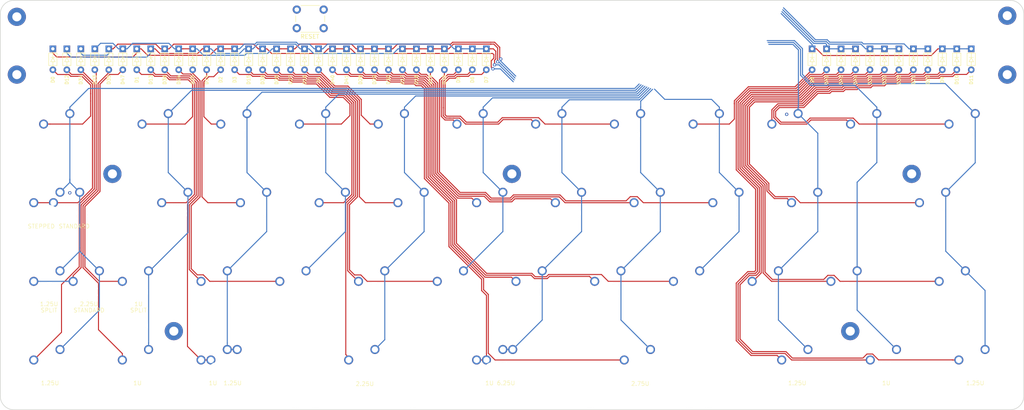
<source format=kicad_pcb>
(kicad_pcb (version 20171130) (host pcbnew "(5.1.4)-1")
  (layers (0 F.Cu signal) (31 B.Cu signal) (34 B.Paste user hide) (35 F.Paste user hide) (36 B.SilkS user hide) (37 F.SilkS user hide) (38 B.Mask user hide) (39 F.Mask user hide) (44 Edge.Cuts user))
  (net 0 "")
  (net 1 GND)
  (net 2 "Net-(D0-Pad2)")
  (net 3 row0)
  (net 4 "Net-(D1-Pad2)")
  (net 5 "Net-(D2-Pad2)")
  (net 6 "Net-(D3-Pad2)")
  (net 7 "Net-(D4-Pad2)")
  (net 8 "Net-(D5-Pad2)")
  (net 9 "Net-(D6-Pad2)")
  (net 10 "Net-(D7-Pad2)")
  (net 11 "Net-(D8-Pad2)")
  (net 12 "Net-(D9-Pad2)")
  (net 13 "Net-(D10-Pad2)")
  (net 14 "Net-(D11-Pad2)")
  (net 15 "Net-(D12-Pad2)")
  (net 16 row1)
  (net 17 "Net-(D13-Pad2)")
  (net 18 "Net-(D14-Pad2)")
  (net 19 "Net-(D15-Pad2)")
  (net 20 "Net-(D16-Pad2)")
  (net 21 "Net-(D17-Pad2)")
  (net 22 "Net-(D18-Pad2)")
  (net 23 "Net-(D19-Pad2)")
  (net 24 "Net-(D20-Pad2)")
  (net 25 "Net-(D21-Pad2)")
  (net 26 "Net-(D22-Pad2)")
  (net 27 "Net-(D23-Pad2)")
  (net 28 row2)
  (net 29 "Net-(D24-Pad2)")
  (net 30 "Net-(D25-Pad2)")
  (net 31 "Net-(D26-Pad2)")
  (net 32 "Net-(D27-Pad2)")
  (net 33 "Net-(D28-Pad2)")
  (net 34 "Net-(D29-Pad2)")
  (net 35 "Net-(D30-Pad2)")
  (net 36 "Net-(D31-Pad2)")
  (net 37 "Net-(D32-Pad2)")
  (net 38 "Net-(D33-Pad2)")
  (net 39 "Net-(D34-Pad2)")
  (net 40 row3)
  (net 41 "Net-(D35-Pad2)")
  (net 42 "Net-(D36-Pad2)")
  (net 43 "Net-(D38-Pad2)")
  (net 44 "Net-(D40-Pad2)")
  (net 45 "Net-(D41-Pad2)")
  (net 46 "Net-(D42-Pad2)")
  (net 47 "Net-(D43-Pad2)")
  (net 48 "Net-(D44-Pad2)")
  (net 49 reset)
  (net 50 col0)
  (net 51 col1)
  (net 52 col2)
  (net 53 col3)
  (net 54 col4)
  (net 55 col5)
  (net 56 col6)
  (net 57 col7)
  (net 58 col8)
  (net 59 col9)
  (net 60 col10)
  (net 61 col11)
  (net 62 "Net-(D47-Pad2)")
  (module cftkb:SW_Cherry_MX1A_1.00u_PCB-NOSCREEN (layer F.Cu) (at 164.30625 89.69375)
    (fp_text reference SW18)
    (fp_text value KEYSW)
    (pad 1 thru_hole circle (at 0 0) (size 2.2 2.2) (drill 1.5) (layers *.Cu *.Mask) (net 56 col6))
    (pad 2 thru_hole circle (at -6.35 2.54) (size 2.2 2.2) (drill 1.5) (layers *.Cu *.Mask) (net 22 "Net-(D18-Pad2)"))
    (pad "" np_thru_hole circle (at -2.54 5.08) (size 4 4) (drill 4) (layers *.Cu *.Mask))
    (pad "" np_thru_hole circle (at -7.62 5.08) (size 1.7 1.7) (drill 1.7) (layers *.Cu *.Mask))
    (pad "" np_thru_hole circle (at 2.54 5.08) (size 1.7 1.7) (drill 1.7) (layers *.Cu *.Mask))
  )
  (module logos:rev1_16mm_mask (layer F.Cu) (at 188.3156 123.5456)
    (fp_text reference G*** hide)
    (fp_text value LOGO hide)
  )
  (module logos:coseyfannitutti_16mm (layer F.Cu) (at 175.973897 118.090921)
    (fp_text reference G*** hide)
    (fp_text value LOGO hide)
  )
  (module cftkb:D_DO-35_SOD27_P5.08mm_Horizontal (layer F.Cu) (at 70.20338 53.67655 270)
    (fp_text reference D25 (at 8.77 0 90) (layer F.SilkS) (effects (font (size 0.8 0.8))))
    (fp_text value D_Small)
    (pad 2 thru_hole oval (at 6.35 0 270) (size 1.6 1.6) (drill 0.8) (layers *.Cu *.Mask) (net 30 "Net-(D25-Pad2)"))
    (pad 1 thru_hole rect (at 1.27 0 270) (size 1.6 1.6) (drill 0.8) (layers *.Cu *.Mask) (net 28 row2))
  )
  (module cftkb:SW_Cherry_MX1A_1.00u_PCB-NOSCREEN (layer F.Cu) (at 59.53125 108.74375)
    (fp_text reference SW47)
    (fp_text value KEYSW)
    (pad 1 thru_hole circle (at 0 0) (size 2.2 2.2) (drill 1.5) (layers *.Cu *.Mask) (net 51 col1))
    (pad 2 thru_hole circle (at -6.35 2.54) (size 2.2 2.2) (drill 1.5) (layers *.Cu *.Mask) (net 62 "Net-(D47-Pad2)"))
    (pad "" np_thru_hole circle (at -2.54 5.08) (size 4 4) (drill 4) (layers *.Cu *.Mask))
    (pad "" np_thru_hole circle (at -7.62 5.08) (size 1.7 1.7) (drill 1.7) (layers *.Cu *.Mask))
    (pad "" np_thru_hole circle (at 2.54 5.08) (size 1.7 1.7) (drill 1.7) (layers *.Cu *.Mask))
  )
  (module cftkb:SW_Cherry_MX1A_1.25u_PCBNOSCREEN (layer F.Cu) (at 38.1 108.74375)
    (fp_text reference SW46)
    (fp_text value KEYSW)
    (pad 1 thru_hole circle (at 0 0) (size 2.2 2.2) (drill 1.5) (layers *.Cu *.Mask) (net 50 col0))
    (pad 2 thru_hole circle (at -6.35 2.54) (size 2.2 2.2) (drill 1.5) (layers *.Cu *.Mask) (net 27 "Net-(D23-Pad2)"))
    (pad "" np_thru_hole circle (at -2.54 5.08) (size 4 4) (drill 4) (layers *.Cu *.Mask))
    (pad "" np_thru_hole circle (at -7.62 5.08) (size 1.7 1.7) (drill 1.7) (layers *.Cu *.Mask))
    (pad "" np_thru_hole circle (at 2.54 5.08) (size 1.7 1.7) (drill 1.7) (layers *.Cu *.Mask))
  )
  (module cftkb:D_DO-35_SOD27_P5.08mm_Horizontal (layer F.Cu) (at 53.286715 53.67655 270)
    (fp_text reference D47 (at 8.77 0 90) (layer F.SilkS) (effects (font (size 0.8 0.8))))
    (fp_text value D_Small)
    (pad 2 thru_hole oval (at 6.35 0 270) (size 1.6 1.6) (drill 0.8) (layers *.Cu *.Mask) (net 62 "Net-(D47-Pad2)"))
    (pad 1 thru_hole rect (at 1.27 0 270) (size 1.6 1.6) (drill 0.8) (layers *.Cu *.Mask) (net 28 row2))
  )
  (module logos:ROMEO_SMALL_MASK (layer F.Cu) (at 176.05375 101.83495)
    (fp_text reference G*** hide)
    (fp_text value LOGO hide)
  )
  (module cftkb:MountingHole_2.2mm_M2_Pad (layer F.Cu) (at 229.31755 123.34875)
    (fp_text reference REF**)
    (fp_text value MountingHole_2.2mm_M2_Pad)
    (pad 1 thru_hole circle (at 0 0) (size 4.4 4.4) (drill 2.2) (layers *.Cu *.Mask))
  )
  (module cftkb:MountingHole_2.2mm_M2_Pad (layer F.Cu) (at 65.63995 123.34875)
    (fp_text reference REF**)
    (fp_text value MountingHole_2.2mm_M2_Pad)
    (pad 1 thru_hole circle (at 0 0) (size 4.4 4.4) (drill 2.2) (layers *.Cu *.Mask))
  )
  (module cftkb:MountingHole_2.2mm_M2_Pad (layer F.Cu) (at 50.78095 85.24875)
    (fp_text reference REF**)
    (fp_text value MountingHole_2.2mm_M2_Pad)
    (pad 1 thru_hole circle (at 0 0) (size 4.4 4.4) (drill 2.2) (layers *.Cu *.Mask))
  )
  (module cftkb:MountingHole_2.2mm_M2_Pad (layer F.Cu) (at 244.17655 85.24875)
    (fp_text reference REF**)
    (fp_text value MountingHole_2.2mm_M2_Pad)
    (pad 1 thru_hole circle (at 0 0) (size 4.4 4.4) (drill 2.2) (layers *.Cu *.Mask))
  )
  (module cftkb:MountingHole_2.2mm_M2_Pad (layer F.Cu) (at 147.441249 85.24875)
    (fp_text reference REF**)
    (fp_text value MountingHole_2.2mm_M2_Pad)
    (pad 1 thru_hole circle (at 0 0) (size 4.4 4.4) (drill 2.2) (layers *.Cu *.Mask))
  )
  (module "logos:TOPY 4MM MASK" (layer F.Cu) (at 27.649372 54.061392)
    (fp_text reference G*** hide)
    (fp_text value LOGO hide)
  )
  (module "logos:TOPY 4MM MASK" (layer F.Cu) (at 267.29937 54.061392)
    (fp_text reference G*** hide)
    (fp_text value LOGO hide)
  )
  (module cftkb:SW_Cherry_MX1A_1.25u_PCBNOSCREEN (layer F.Cu) (at 38.1 89.69375)
    (fp_text reference SW45)
    (fp_text value KEYSW)
    (pad 1 thru_hole circle (at 0 0) (size 2.2 2.2) (drill 1.5) (layers *.Cu *.Mask) (net 50 col0))
    (pad 2 thru_hole circle (at -6.35 2.54) (size 2.2 2.2) (drill 1.5) (layers *.Cu *.Mask) (net 15 "Net-(D12-Pad2)"))
    (pad "" np_thru_hole circle (at -2.54 5.08) (size 4 4) (drill 4) (layers *.Cu *.Mask))
    (pad "" np_thru_hole circle (at -7.62 5.08) (size 1.7 1.7) (drill 1.7) (layers *.Cu *.Mask))
    (pad "" np_thru_hole circle (at 2.54 5.08) (size 1.7 1.7) (drill 1.7) (layers *.Cu *.Mask))
  )
  (module cftkb:MountingHole_2.2mm_M2_Pad (layer F.Cu) (at 267.303749 46.923749)
    (fp_text reference REF**)
    (fp_text value MountingHole_2.2mm_M2_Pad)
    (pad 1 thru_hole circle (at 0 0) (size 4.4 4.4) (drill 2.2) (layers *.Cu *.Mask))
  )
  (module cftkb:MountingHole_2.2mm_M2_Pad (layer F.Cu) (at 267.303749 61.19875)
    (fp_text reference REF**)
    (fp_text value MountingHole_2.2mm_M2_Pad)
    (pad 1 thru_hole circle (at 0 0) (size 4.4 4.4) (drill 2.2) (layers *.Cu *.Mask))
  )
  (module cftkb:MountingHole_2.2mm_M2_Pad (layer F.Cu) (at 27.653751 61.19875)
    (fp_text reference REF**)
    (fp_text value MountingHole_2.2mm_M2_Pad)
    (pad 1 thru_hole circle (at 0 0) (size 4.4 4.4) (drill 2.2) (layers *.Cu *.Mask))
  )
  (module cftkb:MountingHole_2.2mm_M2_Pad (layer F.Cu) (at 27.653751 47.19875)
    (fp_text reference REF**)
    (fp_text value MountingHole_2.2mm_M2_Pad)
    (pad 1 thru_hole circle (at 0 0) (size 4.4 4.4) (drill 2.2) (layers *.Cu *.Mask))
  )
  (module cftkb:SW_Cherry_MX1A_1.00u_PCB-NOSCREEN (layer F.Cu) (at 140.49375 70.64375)
    (fp_text reference SW5)
    (fp_text value KEYSW)
    (pad 1 thru_hole circle (at 0 0) (size 2.2 2.2) (drill 1.5) (layers *.Cu *.Mask) (net 55 col5))
    (pad 2 thru_hole circle (at -6.35 2.54) (size 2.2 2.2) (drill 1.5) (layers *.Cu *.Mask) (net 8 "Net-(D5-Pad2)"))
    (pad "" np_thru_hole circle (at -2.54 5.08) (size 4 4) (drill 4) (layers *.Cu *.Mask))
    (pad "" np_thru_hole circle (at -7.62 5.08) (size 1.7 1.7) (drill 1.7) (layers *.Cu *.Mask))
    (pad "" np_thru_hole circle (at 2.54 5.08) (size 1.7 1.7) (drill 1.7) (layers *.Cu *.Mask))
  )
  (module cftkb:D_DO-35_SOD27_P5.08mm_Horizontal (layer F.Cu) (at 230.58745 53.67655 270)
    (fp_text reference D44 (at 8.77 0 90) (layer F.SilkS) (effects (font (size 0.8 0.8))))
    (fp_text value D_Small)
    (pad 2 thru_hole oval (at 6.35 0 270) (size 1.6 1.6) (drill 0.8) (layers *.Cu *.Mask) (net 48 "Net-(D44-Pad2)"))
    (pad 1 thru_hole rect (at 1.27 0 270) (size 1.6 1.6) (drill 0.8) (layers *.Cu *.Mask) (net 40 row3))
  )
  (module cftkb:MX-6.25U-Stabilizer (layer F.Cu) (at 145.0975 132.88265)
    (fp_text reference ST39)
    (fp_text value 6.25U (at 0.90805 3.057094) (layer F.SilkS) (effects (font (thickness 0.1))))
    (pad "" np_thru_hole circle (at 49.9999 -8.255) (size 3.9878 3.9878) (drill 3.9878) (layers *.Cu *.Mask))
    (pad "" np_thru_hole circle (at -49.9999 -8.255) (size 3.9878 3.9878) (drill 3.9878) (layers *.Cu *.Mask))
    (pad "" np_thru_hole circle (at 49.9999 6.985) (size 3.048 3.048) (drill 3.048) (layers *.Cu *.Mask))
    (pad "" np_thru_hole circle (at -49.9999 6.985) (size 3.048 3.048) (drill 3.048) (layers *.Cu *.Mask))
  )
  (module cftkb:SW_Cherry_MX1A_2.25u_PCBNOSCREEN (layer F.Cu) (at 114.3 127.79375)
    (fp_text reference SW38)
    (fp_text value KEYSW)
    (pad "" np_thru_hole circle (at -14.44 12.08 180) (size 3.05 3.05) (drill 3.05) (layers *.Cu *.Mask))
    (pad "" np_thru_hole circle (at 9.36 12.08 180) (size 3.05 3.05) (drill 3.05) (layers *.Cu *.Mask))
    (pad "" np_thru_hole circle (at 9.36 -3.16 180) (size 4 4) (drill 4) (layers *.Cu *.Mask))
    (pad "" np_thru_hole circle (at -14.44 -3.16 180) (size 4 4) (drill 4) (layers *.Cu *.Mask))
    (pad "" np_thru_hole circle (at 2.54 5.08) (size 1.7 1.7) (drill 1.7) (layers *.Cu *.Mask))
    (pad "" np_thru_hole circle (at -7.62 5.08) (size 1.7 1.7) (drill 1.7) (layers *.Cu *.Mask))
    (pad "" np_thru_hole circle (at -2.54 5.08) (size 4 4) (drill 4) (layers *.Cu *.Mask))
    (pad 2 thru_hole circle (at -6.35 2.54) (size 2.2 2.2) (drill 1.5) (layers *.Cu *.Mask) (net 43 "Net-(D38-Pad2)"))
    (pad 1 thru_hole circle (at 0 0) (size 2.2 2.2) (drill 1.5) (layers *.Cu *.Mask) (net 54 col4))
  )
  (module cftkb:SW_Cherry_MX1A_2.75u_PCB_NOSCREEN (layer F.Cu) (at 180.975 127.79375)
    (fp_text reference SW41)
    (fp_text value KEYSW)
    (pad 1 thru_hole circle (at 0 0) (size 2.2 2.2) (drill 1.5) (layers *.Cu *.Mask) (net 57 col7))
    (pad 2 thru_hole circle (at -6.35 2.54) (size 2.2 2.2) (drill 1.5) (layers *.Cu *.Mask) (net 45 "Net-(D41-Pad2)"))
    (pad "" np_thru_hole circle (at -2.54 5.08) (size 4 4) (drill 4) (layers *.Cu *.Mask))
    (pad "" np_thru_hole circle (at -7.62 5.08) (size 1.7 1.7) (drill 1.7) (layers *.Cu *.Mask))
    (pad "" np_thru_hole circle (at 2.54 5.08) (size 1.7 1.7) (drill 1.7) (layers *.Cu *.Mask))
    (pad "" np_thru_hole circle (at -14.44 -3.16 180) (size 4 4) (drill 4) (layers *.Cu *.Mask))
    (pad "" np_thru_hole circle (at 9.36 -3.16 180) (size 4 4) (drill 4) (layers *.Cu *.Mask))
    (pad "" np_thru_hole circle (at 9.36 12.08 180) (size 3.05 3.05) (drill 3.05) (layers *.Cu *.Mask))
    (pad "" np_thru_hole circle (at -14.44 12.08 180) (size 3.05 3.05) (drill 3.05) (layers *.Cu *.Mask))
  )
  (module cftkb:SW_Cherry_MX1A_1.25u_PCBNOSCREEN (layer F.Cu) (at 261.9375 127.79375)
    (fp_text reference SW44)
    (fp_text value KEYSW)
    (pad 1 thru_hole circle (at 0 0) (size 2.2 2.2) (drill 1.5) (layers *.Cu *.Mask) (net 61 col11))
    (pad 2 thru_hole circle (at -6.35 2.54) (size 2.2 2.2) (drill 1.5) (layers *.Cu *.Mask) (net 48 "Net-(D44-Pad2)"))
    (pad "" np_thru_hole circle (at -2.54 5.08) (size 4 4) (drill 4) (layers *.Cu *.Mask))
    (pad "" np_thru_hole circle (at -7.62 5.08) (size 1.7 1.7) (drill 1.7) (layers *.Cu *.Mask))
    (pad "" np_thru_hole circle (at 2.54 5.08) (size 1.7 1.7) (drill 1.7) (layers *.Cu *.Mask))
  )
  (module cftkb:SW_Cherry_MX1A_1.00u_PCB-NOSCREEN (layer F.Cu) (at 240.50625 127.79375)
    (fp_text reference SW43)
    (fp_text value KEYSW)
    (pad 1 thru_hole circle (at 0 0) (size 2.2 2.2) (drill 1.5) (layers *.Cu *.Mask) (net 60 col10))
    (pad 2 thru_hole circle (at -6.35 2.54) (size 2.2 2.2) (drill 1.5) (layers *.Cu *.Mask) (net 47 "Net-(D43-Pad2)"))
    (pad "" np_thru_hole circle (at -2.54 5.08) (size 4 4) (drill 4) (layers *.Cu *.Mask))
    (pad "" np_thru_hole circle (at -7.62 5.08) (size 1.7 1.7) (drill 1.7) (layers *.Cu *.Mask))
    (pad "" np_thru_hole circle (at 2.54 5.08) (size 1.7 1.7) (drill 1.7) (layers *.Cu *.Mask))
  )
  (module cftkb:SW_Cherry_MX1A_1.25u_PCBNOSCREEN (layer F.Cu) (at 219.075 127.79375)
    (fp_text reference SW42)
    (fp_text value KEYSW)
    (pad 1 thru_hole circle (at 0 0) (size 2.2 2.2) (drill 1.5) (layers *.Cu *.Mask) (net 59 col9))
    (pad 2 thru_hole circle (at -6.35 2.54) (size 2.2 2.2) (drill 1.5) (layers *.Cu *.Mask) (net 46 "Net-(D42-Pad2)"))
    (pad "" np_thru_hole circle (at -2.54 5.08) (size 4 4) (drill 4) (layers *.Cu *.Mask))
    (pad "" np_thru_hole circle (at -7.62 5.08) (size 1.7 1.7) (drill 1.7) (layers *.Cu *.Mask))
    (pad "" np_thru_hole circle (at 2.54 5.08) (size 1.7 1.7) (drill 1.7) (layers *.Cu *.Mask))
  )
  (module cftkb:SW_Cherry_MX1A_1.00u_PCB-NOSCREEN (layer F.Cu) (at 145.25625 127.79375)
    (fp_text reference SW40)
    (fp_text value KEYSW)
    (pad 1 thru_hole circle (at 0 0) (size 2.2 2.2) (drill 1.5) (layers *.Cu *.Mask) (net 56 col6))
    (pad 2 thru_hole circle (at -6.35 2.54) (size 2.2 2.2) (drill 1.5) (layers *.Cu *.Mask) (net 44 "Net-(D40-Pad2)"))
    (pad "" np_thru_hole circle (at -2.54 5.08) (size 4 4) (drill 4) (layers *.Cu *.Mask))
    (pad "" np_thru_hole circle (at -7.62 5.08) (size 1.7 1.7) (drill 1.7) (layers *.Cu *.Mask))
    (pad "" np_thru_hole circle (at 2.54 5.08) (size 1.7 1.7) (drill 1.7) (layers *.Cu *.Mask))
  )
  (module cftkb:SW_Cherry_MX1A_1.00u_PCB-NOSCREEN (layer F.Cu) (at 147.6375 127.79375)
    (fp_text reference SW39)
    (fp_text value KEYSW)
    (pad 1 thru_hole circle (at 0 0) (size 2.2 2.2) (drill 1.5) (layers *.Cu *.Mask) (net 56 col6))
    (pad 2 thru_hole circle (at -6.35 2.54) (size 2.2 2.2) (drill 1.5) (layers *.Cu *.Mask) (net 44 "Net-(D40-Pad2)"))
    (pad "" np_thru_hole circle (at -2.54 5.08) (size 4 4) (drill 4) (layers *.Cu *.Mask))
    (pad "" np_thru_hole circle (at -7.62 5.08) (size 1.7 1.7) (drill 1.7) (layers *.Cu *.Mask))
    (pad "" np_thru_hole circle (at 2.54 5.08) (size 1.7 1.7) (drill 1.7) (layers *.Cu *.Mask))
  )
  (module cftkb:SW_Cherry_MX1A_1.25u_PCBNOSCREEN (layer F.Cu) (at 80.9625 127.79375)
    (fp_text reference SW37)
    (fp_text value KEYSW)
    (pad 1 thru_hole circle (at 0 0) (size 2.2 2.2) (drill 1.5) (layers *.Cu *.Mask) (net 52 col2))
    (pad 2 thru_hole circle (at -6.35 2.54) (size 2.2 2.2) (drill 1.5) (layers *.Cu *.Mask) (net 42 "Net-(D36-Pad2)"))
    (pad "" np_thru_hole circle (at -2.54 5.08) (size 4 4) (drill 4) (layers *.Cu *.Mask))
    (pad "" np_thru_hole circle (at -7.62 5.08) (size 1.7 1.7) (drill 1.7) (layers *.Cu *.Mask))
    (pad "" np_thru_hole circle (at 2.54 5.08) (size 1.7 1.7) (drill 1.7) (layers *.Cu *.Mask))
  )
  (module cftkb:SW_Cherry_MX1A_1.00u_PCB-NOSCREEN (layer F.Cu) (at 78.58125 127.79375)
    (fp_text reference SW36)
    (fp_text value KEYSW)
    (pad 1 thru_hole circle (at 0 0) (size 2.2 2.2) (drill 1.5) (layers *.Cu *.Mask) (net 52 col2))
    (pad 2 thru_hole circle (at -6.35 2.54) (size 2.2 2.2) (drill 1.5) (layers *.Cu *.Mask) (net 42 "Net-(D36-Pad2)"))
    (pad "" np_thru_hole circle (at -2.54 5.08) (size 4 4) (drill 4) (layers *.Cu *.Mask))
    (pad "" np_thru_hole circle (at -7.62 5.08) (size 1.7 1.7) (drill 1.7) (layers *.Cu *.Mask))
    (pad "" np_thru_hole circle (at 2.54 5.08) (size 1.7 1.7) (drill 1.7) (layers *.Cu *.Mask))
  )
  (module cftkb:SW_Cherry_MX1A_1.00u_PCB-NOSCREEN (layer F.Cu) (at 59.53125 127.79375)
    (fp_text reference SW35)
    (fp_text value KEYSW)
    (pad 1 thru_hole circle (at 0 0) (size 2.2 2.2) (drill 1.5) (layers *.Cu *.Mask) (net 51 col1))
    (pad 2 thru_hole circle (at -6.35 2.54) (size 2.2 2.2) (drill 1.5) (layers *.Cu *.Mask) (net 41 "Net-(D35-Pad2)"))
    (pad "" np_thru_hole circle (at -2.54 5.08) (size 4 4) (drill 4) (layers *.Cu *.Mask))
    (pad "" np_thru_hole circle (at -7.62 5.08) (size 1.7 1.7) (drill 1.7) (layers *.Cu *.Mask))
    (pad "" np_thru_hole circle (at 2.54 5.08) (size 1.7 1.7) (drill 1.7) (layers *.Cu *.Mask))
  )
  (module cftkb:SW_Cherry_MX1A_1.25u_PCBNOSCREEN (layer F.Cu) (at 38.1 127.79581)
    (fp_text reference SW34)
    (fp_text value KEYSW)
    (pad 1 thru_hole circle (at 0 0) (size 2.2 2.2) (drill 1.5) (layers *.Cu *.Mask) (net 50 col0))
    (pad 2 thru_hole circle (at -6.35 2.54) (size 2.2 2.2) (drill 1.5) (layers *.Cu *.Mask) (net 39 "Net-(D34-Pad2)"))
    (pad "" np_thru_hole circle (at -2.54 5.08) (size 4 4) (drill 4) (layers *.Cu *.Mask))
    (pad "" np_thru_hole circle (at -7.62 5.08) (size 1.7 1.7) (drill 1.7) (layers *.Cu *.Mask))
    (pad "" np_thru_hole circle (at 2.54 5.08) (size 1.7 1.7) (drill 1.7) (layers *.Cu *.Mask))
  )
  (module cftkb:SW_Cherry_MX1A_1.75u_PCBNOSCREEN (layer F.Cu) (at 257.175 108.74375)
    (fp_text reference SW33)
    (fp_text value KEYSW)
    (pad 1 thru_hole circle (at 0 0) (size 2.2 2.2) (drill 1.5) (layers *.Cu *.Mask) (net 61 col11))
    (pad 2 thru_hole circle (at -6.35 2.54) (size 2.2 2.2) (drill 1.5) (layers *.Cu *.Mask) (net 38 "Net-(D33-Pad2)"))
    (pad "" np_thru_hole circle (at -2.54 5.08) (size 4 4) (drill 4) (layers *.Cu *.Mask))
    (pad "" np_thru_hole circle (at -7.62 5.08) (size 1.7 1.7) (drill 1.7) (layers *.Cu *.Mask))
    (pad "" np_thru_hole circle (at 2.54 5.08) (size 1.7 1.7) (drill 1.7) (layers *.Cu *.Mask))
  )
  (module cftkb:SW_Cherry_MX1A_1.00u_PCB-NOSCREEN (layer F.Cu) (at 230.98125 108.74375)
    (fp_text reference SW32)
    (fp_text value KEYSW)
    (pad 1 thru_hole circle (at 0 0) (size 2.2 2.2) (drill 1.5) (layers *.Cu *.Mask) (net 60 col10))
    (pad 2 thru_hole circle (at -6.35 2.54) (size 2.2 2.2) (drill 1.5) (layers *.Cu *.Mask) (net 37 "Net-(D32-Pad2)"))
    (pad "" np_thru_hole circle (at -2.54 5.08) (size 4 4) (drill 4) (layers *.Cu *.Mask))
    (pad "" np_thru_hole circle (at -7.62 5.08) (size 1.7 1.7) (drill 1.7) (layers *.Cu *.Mask))
    (pad "" np_thru_hole circle (at 2.54 5.08) (size 1.7 1.7) (drill 1.7) (layers *.Cu *.Mask))
  )
  (module cftkb:SW_Cherry_MX1A_1.00u_PCB-NOSCREEN (layer F.Cu) (at 211.93125 108.74375)
    (fp_text reference SW31)
    (fp_text value KEYSW)
    (pad 1 thru_hole circle (at 0 0) (size 2.2 2.2) (drill 1.5) (layers *.Cu *.Mask) (net 59 col9))
    (pad 2 thru_hole circle (at -6.35 2.54) (size 2.2 2.2) (drill 1.5) (layers *.Cu *.Mask) (net 36 "Net-(D31-Pad2)"))
    (pad "" np_thru_hole circle (at -2.54 5.08) (size 4 4) (drill 4) (layers *.Cu *.Mask))
    (pad "" np_thru_hole circle (at -7.62 5.08) (size 1.7 1.7) (drill 1.7) (layers *.Cu *.Mask))
    (pad "" np_thru_hole circle (at 2.54 5.08) (size 1.7 1.7) (drill 1.7) (layers *.Cu *.Mask))
  )
  (module cftkb:SW_Cherry_MX1A_1.00u_PCB-NOSCREEN (layer F.Cu) (at 192.88125 108.74375)
    (fp_text reference SW30)
    (fp_text value KEYSW)
    (pad 1 thru_hole circle (at 0 0) (size 2.2 2.2) (drill 1.5) (layers *.Cu *.Mask) (net 58 col8))
    (pad 2 thru_hole circle (at -6.35 2.54) (size 2.2 2.2) (drill 1.5) (layers *.Cu *.Mask) (net 35 "Net-(D30-Pad2)"))
    (pad "" np_thru_hole circle (at -2.54 5.08) (size 4 4) (drill 4) (layers *.Cu *.Mask))
    (pad "" np_thru_hole circle (at -7.62 5.08) (size 1.7 1.7) (drill 1.7) (layers *.Cu *.Mask))
    (pad "" np_thru_hole circle (at 2.54 5.08) (size 1.7 1.7) (drill 1.7) (layers *.Cu *.Mask))
  )
  (module cftkb:SW_Cherry_MX1A_1.00u_PCB-NOSCREEN (layer F.Cu) (at 173.83125 108.74375)
    (fp_text reference SW29)
    (fp_text value KEYSW)
    (pad 1 thru_hole circle (at 0 0) (size 2.2 2.2) (drill 1.5) (layers *.Cu *.Mask) (net 57 col7))
    (pad 2 thru_hole circle (at -6.35 2.54) (size 2.2 2.2) (drill 1.5) (layers *.Cu *.Mask) (net 34 "Net-(D29-Pad2)"))
    (pad "" np_thru_hole circle (at -2.54 5.08) (size 4 4) (drill 4) (layers *.Cu *.Mask))
    (pad "" np_thru_hole circle (at -7.62 5.08) (size 1.7 1.7) (drill 1.7) (layers *.Cu *.Mask))
    (pad "" np_thru_hole circle (at 2.54 5.08) (size 1.7 1.7) (drill 1.7) (layers *.Cu *.Mask))
  )
  (module cftkb:SW_Cherry_MX1A_1.00u_PCB-NOSCREEN (layer F.Cu) (at 154.78125 108.74375)
    (fp_text reference SW28)
    (fp_text value KEYSW)
    (pad 1 thru_hole circle (at 0 0) (size 2.2 2.2) (drill 1.5) (layers *.Cu *.Mask) (net 56 col6))
    (pad 2 thru_hole circle (at -6.35 2.54) (size 2.2 2.2) (drill 1.5) (layers *.Cu *.Mask) (net 33 "Net-(D28-Pad2)"))
    (pad "" np_thru_hole circle (at -2.54 5.08) (size 4 4) (drill 4) (layers *.Cu *.Mask))
    (pad "" np_thru_hole circle (at -7.62 5.08) (size 1.7 1.7) (drill 1.7) (layers *.Cu *.Mask))
    (pad "" np_thru_hole circle (at 2.54 5.08) (size 1.7 1.7) (drill 1.7) (layers *.Cu *.Mask))
  )
  (module cftkb:SW_Cherry_MX1A_1.00u_PCB-NOSCREEN (layer F.Cu) (at 135.73125 108.74375)
    (fp_text reference SW27)
    (fp_text value KEYSW)
    (pad 1 thru_hole circle (at 0 0) (size 2.2 2.2) (drill 1.5) (layers *.Cu *.Mask) (net 55 col5))
    (pad 2 thru_hole circle (at -6.35 2.54) (size 2.2 2.2) (drill 1.5) (layers *.Cu *.Mask) (net 32 "Net-(D27-Pad2)"))
    (pad "" np_thru_hole circle (at -2.54 5.08) (size 4 4) (drill 4) (layers *.Cu *.Mask))
    (pad "" np_thru_hole circle (at -7.62 5.08) (size 1.7 1.7) (drill 1.7) (layers *.Cu *.Mask))
    (pad "" np_thru_hole circle (at 2.54 5.08) (size 1.7 1.7) (drill 1.7) (layers *.Cu *.Mask))
  )
  (module cftkb:SW_Cherry_MX1A_1.00u_PCB-NOSCREEN (layer F.Cu) (at 116.68125 108.74375)
    (fp_text reference SW26)
    (fp_text value KEYSW)
    (pad 1 thru_hole circle (at 0 0) (size 2.2 2.2) (drill 1.5) (layers *.Cu *.Mask) (net 54 col4))
    (pad 2 thru_hole circle (at -6.35 2.54) (size 2.2 2.2) (drill 1.5) (layers *.Cu *.Mask) (net 31 "Net-(D26-Pad2)"))
    (pad "" np_thru_hole circle (at -2.54 5.08) (size 4 4) (drill 4) (layers *.Cu *.Mask))
    (pad "" np_thru_hole circle (at -7.62 5.08) (size 1.7 1.7) (drill 1.7) (layers *.Cu *.Mask))
    (pad "" np_thru_hole circle (at 2.54 5.08) (size 1.7 1.7) (drill 1.7) (layers *.Cu *.Mask))
  )
  (module cftkb:SW_Cherry_MX1A_1.00u_PCB-NOSCREEN (layer F.Cu) (at 97.63125 108.74375)
    (fp_text reference SW25)
    (fp_text value KEYSW)
    (pad 1 thru_hole circle (at 0 0) (size 2.2 2.2) (drill 1.5) (layers *.Cu *.Mask) (net 53 col3))
    (pad 2 thru_hole circle (at -6.35 2.54) (size 2.2 2.2) (drill 1.5) (layers *.Cu *.Mask) (net 30 "Net-(D25-Pad2)"))
    (pad "" np_thru_hole circle (at -2.54 5.08) (size 4 4) (drill 4) (layers *.Cu *.Mask))
    (pad "" np_thru_hole circle (at -7.62 5.08) (size 1.7 1.7) (drill 1.7) (layers *.Cu *.Mask))
    (pad "" np_thru_hole circle (at 2.54 5.08) (size 1.7 1.7) (drill 1.7) (layers *.Cu *.Mask))
  )
  (module cftkb:SW_Cherry_MX1A_1.00u_PCB-NOSCREEN (layer F.Cu) (at 78.58125 108.74375)
    (fp_text reference SW24)
    (fp_text value KEYSW)
    (pad 1 thru_hole circle (at 0 0) (size 2.2 2.2) (drill 1.5) (layers *.Cu *.Mask) (net 52 col2))
    (pad 2 thru_hole circle (at -6.35 2.54) (size 2.2 2.2) (drill 1.5) (layers *.Cu *.Mask) (net 29 "Net-(D24-Pad2)"))
    (pad "" np_thru_hole circle (at -2.54 5.08) (size 4 4) (drill 4) (layers *.Cu *.Mask))
    (pad "" np_thru_hole circle (at -7.62 5.08) (size 1.7 1.7) (drill 1.7) (layers *.Cu *.Mask))
    (pad "" np_thru_hole circle (at 2.54 5.08) (size 1.7 1.7) (drill 1.7) (layers *.Cu *.Mask))
  )
  (module cftkb:SW_Cherry_MX1A_2.25u_PCBNOSCREEN (layer F.Cu) (at 47.625 108.74375)
    (fp_text reference SW23)
    (fp_text value KEYSW)
    (pad "" np_thru_hole circle (at 9.36 -1.92) (size 3.05 3.05) (drill 3.05) (layers *.Cu *.Mask))
    (pad "" np_thru_hole circle (at -14.44 -1.92) (size 3.05 3.05) (drill 3.05) (layers *.Cu *.Mask))
    (pad "" np_thru_hole circle (at -14.44 13.32) (size 4 4) (drill 4) (layers *.Cu *.Mask))
    (pad "" np_thru_hole circle (at 9.36 13.32) (size 4 4) (drill 4) (layers *.Cu *.Mask))
    (pad "" np_thru_hole circle (at 2.54 5.08) (size 1.7 1.7) (drill 1.7) (layers *.Cu *.Mask))
    (pad "" np_thru_hole circle (at -7.62 5.08) (size 1.7 1.7) (drill 1.7) (layers *.Cu *.Mask))
    (pad "" np_thru_hole circle (at -2.54 5.08) (size 4 4) (drill 4) (layers *.Cu *.Mask))
    (pad 2 thru_hole circle (at -6.35 2.54) (size 2.2 2.2) (drill 1.5) (layers *.Cu *.Mask) (net 27 "Net-(D23-Pad2)"))
    (pad 1 thru_hole circle (at 0 0) (size 2.2 2.2) (drill 1.5) (layers *.Cu *.Mask) (net 50 col0))
  )
  (module cftkb:SW_Cherry_MX1A_2.25u_PCBNOSCREEN (layer F.Cu) (at 252.4125 89.69375)
    (fp_text reference SW22)
    (fp_text value KEYSW)
    (pad "" np_thru_hole circle (at 9.36 -1.92) (size 3.05 3.05) (drill 3.05) (layers *.Cu *.Mask))
    (pad "" np_thru_hole circle (at -14.44 -1.92) (size 3.05 3.05) (drill 3.05) (layers *.Cu *.Mask))
    (pad "" np_thru_hole circle (at -14.44 13.32) (size 4 4) (drill 4) (layers *.Cu *.Mask))
    (pad "" np_thru_hole circle (at 9.36 13.32) (size 4 4) (drill 4) (layers *.Cu *.Mask))
    (pad "" np_thru_hole circle (at 2.54 5.08) (size 1.7 1.7) (drill 1.7) (layers *.Cu *.Mask))
    (pad "" np_thru_hole circle (at -7.62 5.08) (size 1.7 1.7) (drill 1.7) (layers *.Cu *.Mask))
    (pad "" np_thru_hole circle (at -2.54 5.08) (size 4 4) (drill 4) (layers *.Cu *.Mask))
    (pad 2 thru_hole circle (at -6.35 2.54) (size 2.2 2.2) (drill 1.5) (layers *.Cu *.Mask) (net 26 "Net-(D22-Pad2)"))
    (pad 1 thru_hole circle (at 0 0) (size 2.2 2.2) (drill 1.5) (layers *.Cu *.Mask) (net 61 col11))
  )
  (module cftkb:SW_Cherry_MX1A_1.00u_PCB-NOSCREEN (layer F.Cu) (at 221.45625 89.69375)
    (fp_text reference SW21)
    (fp_text value KEYSW)
    (pad 1 thru_hole circle (at 0 0) (size 2.2 2.2) (drill 1.5) (layers *.Cu *.Mask) (net 59 col9))
    (pad 2 thru_hole circle (at -6.35 2.54) (size 2.2 2.2) (drill 1.5) (layers *.Cu *.Mask) (net 25 "Net-(D21-Pad2)"))
    (pad "" np_thru_hole circle (at -2.54 5.08) (size 4 4) (drill 4) (layers *.Cu *.Mask))
    (pad "" np_thru_hole circle (at -7.62 5.08) (size 1.7 1.7) (drill 1.7) (layers *.Cu *.Mask))
    (pad "" np_thru_hole circle (at 2.54 5.08) (size 1.7 1.7) (drill 1.7) (layers *.Cu *.Mask))
  )
  (module cftkb:SW_Cherry_MX1A_1.00u_PCB-NOSCREEN (layer F.Cu) (at 202.40625 89.69375)
    (fp_text reference SW20)
    (fp_text value KEYSW)
    (pad 1 thru_hole circle (at 0 0) (size 2.2 2.2) (drill 1.5) (layers *.Cu *.Mask) (net 58 col8))
    (pad 2 thru_hole circle (at -6.35 2.54) (size 2.2 2.2) (drill 1.5) (layers *.Cu *.Mask) (net 24 "Net-(D20-Pad2)"))
    (pad "" np_thru_hole circle (at -2.54 5.08) (size 4 4) (drill 4) (layers *.Cu *.Mask))
    (pad "" np_thru_hole circle (at -7.62 5.08) (size 1.7 1.7) (drill 1.7) (layers *.Cu *.Mask))
    (pad "" np_thru_hole circle (at 2.54 5.08) (size 1.7 1.7) (drill 1.7) (layers *.Cu *.Mask))
  )
  (module cftkb:SW_Cherry_MX1A_1.00u_PCB-NOSCREEN (layer F.Cu) (at 183.35625 89.69375)
    (fp_text reference SW19)
    (fp_text value KEYSW)
    (pad 1 thru_hole circle (at 0 0) (size 2.2 2.2) (drill 1.5) (layers *.Cu *.Mask) (net 57 col7))
    (pad 2 thru_hole circle (at -6.35 2.54) (size 2.2 2.2) (drill 1.5) (layers *.Cu *.Mask) (net 23 "Net-(D19-Pad2)"))
    (pad "" np_thru_hole circle (at -2.54 5.08) (size 4 4) (drill 4) (layers *.Cu *.Mask))
    (pad "" np_thru_hole circle (at -7.62 5.08) (size 1.7 1.7) (drill 1.7) (layers *.Cu *.Mask))
    (pad "" np_thru_hole circle (at 2.54 5.08) (size 1.7 1.7) (drill 1.7) (layers *.Cu *.Mask))
  )
  (module cftkb:SW_Cherry_MX1A_1.00u_PCB-NOSCREEN (layer F.Cu) (at 145.25625 89.69375)
    (fp_text reference SW17)
    (fp_text value KEYSW)
    (pad 1 thru_hole circle (at 0 0) (size 2.2 2.2) (drill 1.5) (layers *.Cu *.Mask) (net 55 col5))
    (pad 2 thru_hole circle (at -6.35 2.54) (size 2.2 2.2) (drill 1.5) (layers *.Cu *.Mask) (net 21 "Net-(D17-Pad2)"))
    (pad "" np_thru_hole circle (at -2.54 5.08) (size 4 4) (drill 4) (layers *.Cu *.Mask))
    (pad "" np_thru_hole circle (at -7.62 5.08) (size 1.7 1.7) (drill 1.7) (layers *.Cu *.Mask))
    (pad "" np_thru_hole circle (at 2.54 5.08) (size 1.7 1.7) (drill 1.7) (layers *.Cu *.Mask))
  )
  (module cftkb:SW_Cherry_MX1A_1.00u_PCB-NOSCREEN (layer F.Cu) (at 126.20625 89.69375)
    (fp_text reference SW16)
    (fp_text value KEYSW)
    (pad 1 thru_hole circle (at 0 0) (size 2.2 2.2) (drill 1.5) (layers *.Cu *.Mask) (net 54 col4))
    (pad 2 thru_hole circle (at -6.35 2.54) (size 2.2 2.2) (drill 1.5) (layers *.Cu *.Mask) (net 20 "Net-(D16-Pad2)"))
    (pad "" np_thru_hole circle (at -2.54 5.08) (size 4 4) (drill 4) (layers *.Cu *.Mask))
    (pad "" np_thru_hole circle (at -7.62 5.08) (size 1.7 1.7) (drill 1.7) (layers *.Cu *.Mask))
    (pad "" np_thru_hole circle (at 2.54 5.08) (size 1.7 1.7) (drill 1.7) (layers *.Cu *.Mask))
  )
  (module cftkb:SW_Cherry_MX1A_1.00u_PCB-NOSCREEN (layer F.Cu) (at 107.15625 89.69375)
    (fp_text reference SW15)
    (fp_text value KEYSW)
    (pad 1 thru_hole circle (at 0 0) (size 2.2 2.2) (drill 1.5) (layers *.Cu *.Mask) (net 53 col3))
    (pad 2 thru_hole circle (at -6.35 2.54) (size 2.2 2.2) (drill 1.5) (layers *.Cu *.Mask) (net 19 "Net-(D15-Pad2)"))
    (pad "" np_thru_hole circle (at -2.54 5.08) (size 4 4) (drill 4) (layers *.Cu *.Mask))
    (pad "" np_thru_hole circle (at -7.62 5.08) (size 1.7 1.7) (drill 1.7) (layers *.Cu *.Mask))
    (pad "" np_thru_hole circle (at 2.54 5.08) (size 1.7 1.7) (drill 1.7) (layers *.Cu *.Mask))
  )
  (module cftkb:SW_Cherry_MX1A_1.00u_PCB-NOSCREEN (layer F.Cu) (at 88.10625 89.69375)
    (fp_text reference SW14)
    (fp_text value KEYSW)
    (pad 1 thru_hole circle (at 0 0) (size 2.2 2.2) (drill 1.5) (layers *.Cu *.Mask) (net 52 col2))
    (pad 2 thru_hole circle (at -6.35 2.54) (size 2.2 2.2) (drill 1.5) (layers *.Cu *.Mask) (net 18 "Net-(D14-Pad2)"))
    (pad "" np_thru_hole circle (at -2.54 5.08) (size 4 4) (drill 4) (layers *.Cu *.Mask))
    (pad "" np_thru_hole circle (at -7.62 5.08) (size 1.7 1.7) (drill 1.7) (layers *.Cu *.Mask))
    (pad "" np_thru_hole circle (at 2.54 5.08) (size 1.7 1.7) (drill 1.7) (layers *.Cu *.Mask))
  )
  (module cftkb:SW_Cherry_MX1A_1.00u_PCB-NOSCREEN (layer F.Cu) (at 69.05625 89.69375)
    (fp_text reference SW13)
    (fp_text value KEYSW)
    (pad 1 thru_hole circle (at 0 0) (size 2.2 2.2) (drill 1.5) (layers *.Cu *.Mask) (net 51 col1))
    (pad 2 thru_hole circle (at -6.35 2.54) (size 2.2 2.2) (drill 1.5) (layers *.Cu *.Mask) (net 17 "Net-(D13-Pad2)"))
    (pad "" np_thru_hole circle (at -2.54 5.08) (size 4 4) (drill 4) (layers *.Cu *.Mask))
    (pad "" np_thru_hole circle (at -7.62 5.08) (size 1.7 1.7) (drill 1.7) (layers *.Cu *.Mask))
    (pad "" np_thru_hole circle (at 2.54 5.08) (size 1.7 1.7) (drill 1.7) (layers *.Cu *.Mask))
  )
  (module cftkb:SW_Cherry_MX1A_1.75u_PCBNOSCREEN (layer F.Cu) (at 42.8625 89.69375)
    (fp_text reference SW12)
    (fp_text value KEYSW)
    (pad 1 thru_hole circle (at 0 0) (size 2.2 2.2) (drill 1.5) (layers *.Cu *.Mask) (net 50 col0))
    (pad 2 thru_hole circle (at -6.35 2.54) (size 2.2 2.2) (drill 1.5) (layers *.Cu *.Mask) (net 15 "Net-(D12-Pad2)"))
    (pad "" np_thru_hole circle (at -2.54 5.08) (size 4 4) (drill 4) (layers *.Cu *.Mask))
    (pad "" np_thru_hole circle (at -7.62 5.08) (size 1.7 1.7) (drill 1.7) (layers *.Cu *.Mask))
    (pad "" np_thru_hole circle (at 2.54 5.08) (size 1.7 1.7) (drill 1.7) (layers *.Cu *.Mask))
  )
  (module cftkb:SW_Cherry_MX1A_1.50u_PCBNOSCREEN (layer F.Cu) (at 259.55625 70.64375)
    (fp_text reference SW11)
    (fp_text value KEYSW)
    (pad "" np_thru_hole circle (at 2.54 5.08) (size 1.7 1.7) (drill 1.7) (layers *.Cu *.Mask))
    (pad "" np_thru_hole circle (at -7.62 5.08) (size 1.7 1.7) (drill 1.7) (layers *.Cu *.Mask))
    (pad "" np_thru_hole circle (at -2.54 5.08) (size 4 4) (drill 4) (layers *.Cu *.Mask))
    (pad 2 thru_hole circle (at -6.35 2.54) (size 2.2 2.2) (drill 1.5) (layers *.Cu *.Mask) (net 14 "Net-(D11-Pad2)"))
    (pad 1 thru_hole circle (at 0 0) (size 2.2 2.2) (drill 1.5) (layers *.Cu *.Mask) (net 61 col11))
  )
  (module cftkb:SW_Cherry_MX1A_1.00u_PCB-NOSCREEN (layer F.Cu) (at 235.74375 70.64375)
    (fp_text reference SW10)
    (fp_text value KEYSW)
    (pad 1 thru_hole circle (at 0 0) (size 2.2 2.2) (drill 1.5) (layers *.Cu *.Mask) (net 60 col10))
    (pad 2 thru_hole circle (at -6.35 2.54) (size 2.2 2.2) (drill 1.5) (layers *.Cu *.Mask) (net 13 "Net-(D10-Pad2)"))
    (pad "" np_thru_hole circle (at -2.54 5.08) (size 4 4) (drill 4) (layers *.Cu *.Mask))
    (pad "" np_thru_hole circle (at -7.62 5.08) (size 1.7 1.7) (drill 1.7) (layers *.Cu *.Mask))
    (pad "" np_thru_hole circle (at 2.54 5.08) (size 1.7 1.7) (drill 1.7) (layers *.Cu *.Mask))
  )
  (module cftkb:SW_Cherry_MX1A_1.00u_PCB-NOSCREEN (layer F.Cu) (at 216.69375 70.64375)
    (fp_text reference SW9)
    (fp_text value KEYSW)
    (pad 1 thru_hole circle (at 0 0) (size 2.2 2.2) (drill 1.5) (layers *.Cu *.Mask) (net 59 col9))
    (pad 2 thru_hole circle (at -6.35 2.54) (size 2.2 2.2) (drill 1.5) (layers *.Cu *.Mask) (net 12 "Net-(D9-Pad2)"))
    (pad "" np_thru_hole circle (at -2.54 5.08) (size 4 4) (drill 4) (layers *.Cu *.Mask))
    (pad "" np_thru_hole circle (at -7.62 5.08) (size 1.7 1.7) (drill 1.7) (layers *.Cu *.Mask))
    (pad "" np_thru_hole circle (at 2.54 5.08) (size 1.7 1.7) (drill 1.7) (layers *.Cu *.Mask))
  )
  (module cftkb:SW_Cherry_MX1A_1.00u_PCB-NOSCREEN (layer F.Cu) (at 197.64375 70.64375)
    (fp_text reference SW8)
    (fp_text value KEYSW)
    (pad 1 thru_hole circle (at 0 0) (size 2.2 2.2) (drill 1.5) (layers *.Cu *.Mask) (net 58 col8))
    (pad 2 thru_hole circle (at -6.35 2.54) (size 2.2 2.2) (drill 1.5) (layers *.Cu *.Mask) (net 11 "Net-(D8-Pad2)"))
    (pad "" np_thru_hole circle (at -2.54 5.08) (size 4 4) (drill 4) (layers *.Cu *.Mask))
    (pad "" np_thru_hole circle (at -7.62 5.08) (size 1.7 1.7) (drill 1.7) (layers *.Cu *.Mask))
    (pad "" np_thru_hole circle (at 2.54 5.08) (size 1.7 1.7) (drill 1.7) (layers *.Cu *.Mask))
  )
  (module cftkb:SW_Cherry_MX1A_1.00u_PCB-NOSCREEN (layer F.Cu) (at 178.59375 70.64375)
    (fp_text reference SW7)
    (fp_text value KEYSW)
    (pad 1 thru_hole circle (at 0 0) (size 2.2 2.2) (drill 1.5) (layers *.Cu *.Mask) (net 57 col7))
    (pad 2 thru_hole circle (at -6.35 2.54) (size 2.2 2.2) (drill 1.5) (layers *.Cu *.Mask) (net 10 "Net-(D7-Pad2)"))
    (pad "" np_thru_hole circle (at -2.54 5.08) (size 4 4) (drill 4) (layers *.Cu *.Mask))
    (pad "" np_thru_hole circle (at -7.62 5.08) (size 1.7 1.7) (drill 1.7) (layers *.Cu *.Mask))
    (pad "" np_thru_hole circle (at 2.54 5.08) (size 1.7 1.7) (drill 1.7) (layers *.Cu *.Mask))
  )
  (module cftkb:SW_Cherry_MX1A_1.00u_PCB-NOSCREEN (layer F.Cu) (at 159.54375 70.64375)
    (fp_text reference SW6)
    (fp_text value KEYSW)
    (pad 1 thru_hole circle (at 0 0) (size 2.2 2.2) (drill 1.5) (layers *.Cu *.Mask) (net 56 col6))
    (pad 2 thru_hole circle (at -6.35 2.54) (size 2.2 2.2) (drill 1.5) (layers *.Cu *.Mask) (net 9 "Net-(D6-Pad2)"))
    (pad "" np_thru_hole circle (at -2.54 5.08) (size 4 4) (drill 4) (layers *.Cu *.Mask))
    (pad "" np_thru_hole circle (at -7.62 5.08) (size 1.7 1.7) (drill 1.7) (layers *.Cu *.Mask))
    (pad "" np_thru_hole circle (at 2.54 5.08) (size 1.7 1.7) (drill 1.7) (layers *.Cu *.Mask))
  )
  (module cftkb:SW_Cherry_MX1A_1.00u_PCB-NOSCREEN (layer F.Cu) (at 121.44375 70.64375)
    (fp_text reference SW4)
    (fp_text value KEYSW)
    (pad 1 thru_hole circle (at 0 0) (size 2.2 2.2) (drill 1.5) (layers *.Cu *.Mask) (net 54 col4))
    (pad 2 thru_hole circle (at -6.35 2.54) (size 2.2 2.2) (drill 1.5) (layers *.Cu *.Mask) (net 7 "Net-(D4-Pad2)"))
    (pad "" np_thru_hole circle (at -2.54 5.08) (size 4 4) (drill 4) (layers *.Cu *.Mask))
    (pad "" np_thru_hole circle (at -7.62 5.08) (size 1.7 1.7) (drill 1.7) (layers *.Cu *.Mask))
    (pad "" np_thru_hole circle (at 2.54 5.08) (size 1.7 1.7) (drill 1.7) (layers *.Cu *.Mask))
  )
  (module cftkb:SW_Cherry_MX1A_1.00u_PCB-NOSCREEN (layer F.Cu) (at 102.39375 70.64375)
    (fp_text reference SW3)
    (fp_text value KEYSW)
    (pad 1 thru_hole circle (at 0 0) (size 2.2 2.2) (drill 1.5) (layers *.Cu *.Mask) (net 53 col3))
    (pad 2 thru_hole circle (at -6.35 2.54) (size 2.2 2.2) (drill 1.5) (layers *.Cu *.Mask) (net 6 "Net-(D3-Pad2)"))
    (pad "" np_thru_hole circle (at -2.54 5.08) (size 4 4) (drill 4) (layers *.Cu *.Mask))
    (pad "" np_thru_hole circle (at -7.62 5.08) (size 1.7 1.7) (drill 1.7) (layers *.Cu *.Mask))
    (pad "" np_thru_hole circle (at 2.54 5.08) (size 1.7 1.7) (drill 1.7) (layers *.Cu *.Mask))
  )
  (module cftkb:SW_Cherry_MX1A_1.00u_PCB-NOSCREEN (layer F.Cu) (at 83.34375 70.64375)
    (fp_text reference SW2)
    (fp_text value KEYSW)
    (pad 1 thru_hole circle (at 0 0) (size 2.2 2.2) (drill 1.5) (layers *.Cu *.Mask) (net 52 col2))
    (pad 2 thru_hole circle (at -6.35 2.54) (size 2.2 2.2) (drill 1.5) (layers *.Cu *.Mask) (net 5 "Net-(D2-Pad2)"))
    (pad "" np_thru_hole circle (at -2.54 5.08) (size 4 4) (drill 4) (layers *.Cu *.Mask))
    (pad "" np_thru_hole circle (at -7.62 5.08) (size 1.7 1.7) (drill 1.7) (layers *.Cu *.Mask))
    (pad "" np_thru_hole circle (at 2.54 5.08) (size 1.7 1.7) (drill 1.7) (layers *.Cu *.Mask))
  )
  (module cftkb:SW_Cherry_MX1A_1.00u_PCB-NOSCREEN (layer F.Cu) (at 64.29375 70.64375)
    (fp_text reference SW1)
    (fp_text value KEYSW)
    (pad 1 thru_hole circle (at 0 0) (size 2.2 2.2) (drill 1.5) (layers *.Cu *.Mask) (net 51 col1))
    (pad 2 thru_hole circle (at -6.35 2.54) (size 2.2 2.2) (drill 1.5) (layers *.Cu *.Mask) (net 4 "Net-(D1-Pad2)"))
    (pad "" np_thru_hole circle (at -2.54 5.08) (size 4 4) (drill 4) (layers *.Cu *.Mask))
    (pad "" np_thru_hole circle (at -7.62 5.08) (size 1.7 1.7) (drill 1.7) (layers *.Cu *.Mask))
    (pad "" np_thru_hole circle (at 2.54 5.08) (size 1.7 1.7) (drill 1.7) (layers *.Cu *.Mask))
  )
  (module cftkb:SW_Cherry_MX1A_1.50u_PCBNOSCREEN (layer F.Cu) (at 40.48125 70.64375)
    (fp_text reference SW0)
    (fp_text value KEYSW)
    (pad "" np_thru_hole circle (at 2.54 5.08) (size 1.7 1.7) (drill 1.7) (layers *.Cu *.Mask))
    (pad "" np_thru_hole circle (at -7.62 5.08) (size 1.7 1.7) (drill 1.7) (layers *.Cu *.Mask))
    (pad "" np_thru_hole circle (at -2.54 5.08) (size 4 4) (drill 4) (layers *.Cu *.Mask))
    (pad 2 thru_hole circle (at -6.35 2.54) (size 2.2 2.2) (drill 1.5) (layers *.Cu *.Mask) (net 2 "Net-(D0-Pad2)"))
    (pad 1 thru_hole circle (at 0 0) (size 2.2 2.2) (drill 1.5) (layers *.Cu *.Mask) (net 50 col0))
  )
  (module cftkb:SW_PUSH_6mm (layer F.Cu) (at 95.392152 45.44695)
    (fp_text reference RESET1)
    (fp_text value RESET (at 3.166198 6.5278) (layer F.SilkS))
    (pad 1 thru_hole circle (at 6.5 0 90) (size 2 2) (drill 1.1) (layers *.Cu *.Mask) (net 1 GND))
    (pad 2 thru_hole circle (at 6.5 4.5 90) (size 2 2) (drill 1.1) (layers *.Cu *.Mask) (net 49 reset))
    (pad 1 thru_hole circle (at 0 0 90) (size 2 2) (drill 1.1) (layers *.Cu *.Mask) (net 1 GND))
    (pad 2 thru_hole circle (at 0 4.5 90) (size 2 2) (drill 1.1) (layers *.Cu *.Mask) (net 49 reset))
  )
  (module cftkb:D_DO-35_SOD27_P5.08mm_Horizontal (layer F.Cu) (at 227.08745 53.67655 270)
    (fp_text reference D43 (at 8.77 0 90) (layer F.SilkS) (effects (font (size 0.8 0.8))))
    (fp_text value D_Small)
    (pad 2 thru_hole oval (at 6.35 0 270) (size 1.6 1.6) (drill 0.8) (layers *.Cu *.Mask) (net 47 "Net-(D43-Pad2)"))
    (pad 1 thru_hole rect (at 1.27 0 270) (size 1.6 1.6) (drill 0.8) (layers *.Cu *.Mask) (net 40 row3))
  )
  (module cftkb:D_DO-35_SOD27_P5.08mm_Horizontal (layer F.Cu) (at 223.58745 53.67655 270)
    (fp_text reference D42 (at 8.77 0 90) (layer F.SilkS) (effects (font (size 0.8 0.8))))
    (fp_text value D_Small)
    (pad 2 thru_hole oval (at 6.35 0 270) (size 1.6 1.6) (drill 0.8) (layers *.Cu *.Mask) (net 46 "Net-(D42-Pad2)"))
    (pad 1 thru_hole rect (at 1.27 0 270) (size 1.6 1.6) (drill 0.8) (layers *.Cu *.Mask) (net 40 row3))
  )
  (module cftkb:D_DO-35_SOD27_P5.08mm_Horizontal (layer F.Cu) (at 107.420043 53.67655 270)
    (fp_text reference D41 (at 8.77 0 90) (layer F.SilkS) (effects (font (size 0.8 0.8))))
    (fp_text value D_Small)
    (pad 2 thru_hole oval (at 6.35 0 270) (size 1.6 1.6) (drill 0.8) (layers *.Cu *.Mask) (net 45 "Net-(D41-Pad2)"))
    (pad 1 thru_hole rect (at 1.27 0 270) (size 1.6 1.6) (drill 0.8) (layers *.Cu *.Mask) (net 40 row3))
  )
  (module cftkb:D_DO-35_SOD27_P5.08mm_Horizontal (layer F.Cu) (at 104.03671 53.67655 270)
    (fp_text reference D40 (at 8.77 0 90) (layer F.SilkS) (effects (font (size 0.8 0.8))))
    (fp_text value D_Small)
    (pad 2 thru_hole oval (at 6.35 0 270) (size 1.6 1.6) (drill 0.8) (layers *.Cu *.Mask) (net 44 "Net-(D40-Pad2)"))
    (pad 1 thru_hole rect (at 1.27 0 270) (size 1.6 1.6) (drill 0.8) (layers *.Cu *.Mask) (net 40 row3))
  )
  (module cftkb:D_DO-35_SOD27_P5.08mm_Horizontal (layer F.Cu) (at 87.120045 53.67655 270)
    (fp_text reference D38 (at 8.77 0 90) (layer F.SilkS) (effects (font (size 0.8 0.8))))
    (fp_text value D_Small)
    (pad 2 thru_hole oval (at 6.35 0 270) (size 1.6 1.6) (drill 0.8) (layers *.Cu *.Mask) (net 43 "Net-(D38-Pad2)"))
    (pad 1 thru_hole rect (at 1.27 0 270) (size 1.6 1.6) (drill 0.8) (layers *.Cu *.Mask) (net 40 row3))
  )
  (module cftkb:D_DO-35_SOD27_P5.08mm_Horizontal (layer F.Cu) (at 63.436714 53.67655 270)
    (fp_text reference D36 (at 8.77 0 90) (layer F.SilkS) (effects (font (size 0.8 0.8))))
    (fp_text value D_Small)
    (pad 2 thru_hole oval (at 6.35 0 270) (size 1.6 1.6) (drill 0.8) (layers *.Cu *.Mask) (net 42 "Net-(D36-Pad2)"))
    (pad 1 thru_hole rect (at 1.27 0 270) (size 1.6 1.6) (drill 0.8) (layers *.Cu *.Mask) (net 40 row3))
  )
  (module cftkb:D_DO-35_SOD27_P5.08mm_Horizontal (layer F.Cu) (at 49.903382 53.67655 270)
    (fp_text reference D35 (at 8.77 0 90) (layer F.SilkS) (effects (font (size 0.8 0.8))))
    (fp_text value D_Small)
    (pad 2 thru_hole oval (at 6.35 0 270) (size 1.6 1.6) (drill 0.8) (layers *.Cu *.Mask) (net 41 "Net-(D35-Pad2)"))
    (pad 1 thru_hole rect (at 1.27 0 270) (size 1.6 1.6) (drill 0.8) (layers *.Cu *.Mask) (net 40 row3))
  )
  (module cftkb:D_DO-35_SOD27_P5.08mm_Horizontal (layer F.Cu) (at 43.136716 53.67655 270)
    (fp_text reference D34 (at 8.77 0 90) (layer F.SilkS) (effects (font (size 0.8 0.8))))
    (fp_text value D_Small)
    (pad 2 thru_hole oval (at 6.35 0 270) (size 1.6 1.6) (drill 0.8) (layers *.Cu *.Mask) (net 39 "Net-(D34-Pad2)"))
    (pad 1 thru_hole rect (at 1.27 0 270) (size 1.6 1.6) (drill 0.8) (layers *.Cu *.Mask) (net 40 row3))
  )
  (module cftkb:D_DO-35_SOD27_P5.08mm_Horizontal (layer F.Cu) (at 241.08745 53.67655 270)
    (fp_text reference D33 (at 8.77 0 90) (layer F.SilkS) (effects (font (size 0.8 0.8))))
    (fp_text value D_Small)
    (pad 2 thru_hole oval (at 6.35 0 270) (size 1.6 1.6) (drill 0.8) (layers *.Cu *.Mask) (net 38 "Net-(D33-Pad2)"))
    (pad 1 thru_hole rect (at 1.27 0 270) (size 1.6 1.6) (drill 0.8) (layers *.Cu *.Mask) (net 28 row2))
  )
  (module cftkb:D_DO-35_SOD27_P5.08mm_Horizontal (layer F.Cu) (at 237.58745 53.67655 270)
    (fp_text reference D32 (at 8.77 0 90) (layer F.SilkS) (effects (font (size 0.8 0.8))))
    (fp_text value D_Small)
    (pad 2 thru_hole oval (at 6.35 0 270) (size 1.6 1.6) (drill 0.8) (layers *.Cu *.Mask) (net 37 "Net-(D32-Pad2)"))
    (pad 1 thru_hole rect (at 1.27 0 270) (size 1.6 1.6) (drill 0.8) (layers *.Cu *.Mask) (net 28 row2))
  )
  (module cftkb:D_DO-35_SOD27_P5.08mm_Horizontal (layer F.Cu) (at 234.08745 53.67655 270)
    (fp_text reference D31 (at 8.77 0 90) (layer F.SilkS) (effects (font (size 0.8 0.8))))
    (fp_text value D_Small)
    (pad 2 thru_hole oval (at 6.35 0 270) (size 1.6 1.6) (drill 0.8) (layers *.Cu *.Mask) (net 36 "Net-(D31-Pad2)"))
    (pad 1 thru_hole rect (at 1.27 0 270) (size 1.6 1.6) (drill 0.8) (layers *.Cu *.Mask) (net 28 row2))
  )
  (module cftkb:D_DO-35_SOD27_P5.08mm_Horizontal (layer F.Cu) (at 117.570042 53.67655 270)
    (fp_text reference D30 (at 8.77 0 90) (layer F.SilkS) (effects (font (size 0.8 0.8))))
    (fp_text value D_Small)
    (pad 2 thru_hole oval (at 6.35 0 270) (size 1.6 1.6) (drill 0.8) (layers *.Cu *.Mask) (net 35 "Net-(D30-Pad2)"))
    (pad 1 thru_hole rect (at 1.27 0 270) (size 1.6 1.6) (drill 0.8) (layers *.Cu *.Mask) (net 28 row2))
  )
  (module cftkb:D_DO-35_SOD27_P5.08mm_Horizontal (layer F.Cu) (at 114.186709 53.67655 270)
    (fp_text reference D29 (at 8.77 0 90) (layer F.SilkS) (effects (font (size 0.8 0.8))))
    (fp_text value D_Small)
    (pad 2 thru_hole oval (at 6.35 0 270) (size 1.6 1.6) (drill 0.8) (layers *.Cu *.Mask) (net 34 "Net-(D29-Pad2)"))
    (pad 1 thru_hole rect (at 1.27 0 270) (size 1.6 1.6) (drill 0.8) (layers *.Cu *.Mask) (net 28 row2))
  )
  (module cftkb:D_DO-35_SOD27_P5.08mm_Horizontal (layer F.Cu) (at 110.803376 53.67655 270)
    (fp_text reference D28 (at 8.77 0 90) (layer F.SilkS) (effects (font (size 0.8 0.8))))
    (fp_text value D_Small)
    (pad 2 thru_hole oval (at 6.35 0 270) (size 1.6 1.6) (drill 0.8) (layers *.Cu *.Mask) (net 33 "Net-(D28-Pad2)"))
    (pad 1 thru_hole rect (at 1.27 0 270) (size 1.6 1.6) (drill 0.8) (layers *.Cu *.Mask) (net 28 row2))
  )
  (module cftkb:D_DO-35_SOD27_P5.08mm_Horizontal (layer F.Cu) (at 93.886711 53.67655 270)
    (fp_text reference D27 (at 8.77 0 90) (layer F.SilkS) (effects (font (size 0.8 0.8))))
    (fp_text value D_Small)
    (pad 2 thru_hole oval (at 6.35 0 270) (size 1.6 1.6) (drill 0.8) (layers *.Cu *.Mask) (net 32 "Net-(D27-Pad2)"))
    (pad 1 thru_hole rect (at 1.27 0 270) (size 1.6 1.6) (drill 0.8) (layers *.Cu *.Mask) (net 28 row2))
  )
  (module cftkb:D_DO-35_SOD27_P5.08mm_Horizontal (layer F.Cu) (at 90.503378 53.67655 270)
    (fp_text reference D26 (at 8.77 0 90) (layer F.SilkS) (effects (font (size 0.8 0.8))))
    (fp_text value D_Small)
    (pad 2 thru_hole oval (at 6.35 0 270) (size 1.6 1.6) (drill 0.8) (layers *.Cu *.Mask) (net 31 "Net-(D26-Pad2)"))
    (pad 1 thru_hole rect (at 1.27 0 270) (size 1.6 1.6) (drill 0.8) (layers *.Cu *.Mask) (net 28 row2))
  )
  (module cftkb:D_DO-35_SOD27_P5.08mm_Horizontal (layer F.Cu) (at 66.820047 53.67655 270)
    (fp_text reference D24 (at 8.77 0 90) (layer F.SilkS) (effects (font (size 0.8 0.8))))
    (fp_text value D_Small)
    (pad 2 thru_hole oval (at 6.35 0 270) (size 1.6 1.6) (drill 0.8) (layers *.Cu *.Mask) (net 29 "Net-(D24-Pad2)"))
    (pad 1 thru_hole rect (at 1.27 0 270) (size 1.6 1.6) (drill 0.8) (layers *.Cu *.Mask) (net 28 row2))
  )
  (module cftkb:D_DO-35_SOD27_P5.08mm_Horizontal (layer F.Cu) (at 46.520049 53.67655 270)
    (fp_text reference D23 (at 8.77 0 90) (layer F.SilkS) (effects (font (size 0.8 0.8))))
    (fp_text value D_Small)
    (pad 2 thru_hole oval (at 6.35 0 270) (size 1.6 1.6) (drill 0.8) (layers *.Cu *.Mask) (net 27 "Net-(D23-Pad2)"))
    (pad 1 thru_hole rect (at 1.27 0 270) (size 1.6 1.6) (drill 0.8) (layers *.Cu *.Mask) (net 28 row2))
  )
  (module cftkb:D_DO-35_SOD27_P5.08mm_Horizontal (layer F.Cu) (at 248.08745 53.67655 270)
    (fp_text reference D22 (at 8.77 0 90) (layer F.SilkS) (effects (font (size 0.8 0.8))))
    (fp_text value D_Small)
    (pad 2 thru_hole oval (at 6.35 0 270) (size 1.6 1.6) (drill 0.8) (layers *.Cu *.Mask) (net 26 "Net-(D22-Pad2)"))
    (pad 1 thru_hole rect (at 1.27 0 270) (size 1.6 1.6) (drill 0.8) (layers *.Cu *.Mask) (net 16 row1))
  )
  (module cftkb:D_DO-35_SOD27_P5.08mm_Horizontal (layer F.Cu) (at 244.58745 53.67655 270)
    (fp_text reference D21 (at 8.77 0 90) (layer F.SilkS) (effects (font (size 0.8 0.8))))
    (fp_text value D_Small)
    (pad 2 thru_hole oval (at 6.35 0 270) (size 1.6 1.6) (drill 0.8) (layers *.Cu *.Mask) (net 25 "Net-(D21-Pad2)"))
    (pad 1 thru_hole rect (at 1.27 0 270) (size 1.6 1.6) (drill 0.8) (layers *.Cu *.Mask) (net 16 row1))
  )
  (module cftkb:D_DO-35_SOD27_P5.08mm_Horizontal (layer F.Cu) (at 131.103374 53.67655 270)
    (fp_text reference D20 (at 8.77 0 90) (layer F.SilkS) (effects (font (size 0.8 0.8))))
    (fp_text value D_Small)
    (pad 2 thru_hole oval (at 6.35 0 270) (size 1.6 1.6) (drill 0.8) (layers *.Cu *.Mask) (net 24 "Net-(D20-Pad2)"))
    (pad 1 thru_hole rect (at 1.27 0 270) (size 1.6 1.6) (drill 0.8) (layers *.Cu *.Mask) (net 16 row1))
  )
  (module cftkb:D_DO-35_SOD27_P5.08mm_Horizontal (layer F.Cu) (at 127.720041 53.67655 270)
    (fp_text reference D19 (at 8.77 0 90) (layer F.SilkS) (effects (font (size 0.8 0.8))))
    (fp_text value D_Small)
    (pad 2 thru_hole oval (at 6.35 0 270) (size 1.6 1.6) (drill 0.8) (layers *.Cu *.Mask) (net 23 "Net-(D19-Pad2)"))
    (pad 1 thru_hole rect (at 1.27 0 270) (size 1.6 1.6) (drill 0.8) (layers *.Cu *.Mask) (net 16 row1))
  )
  (module cftkb:D_DO-35_SOD27_P5.08mm_Horizontal (layer F.Cu) (at 124.336708 53.67655 270)
    (fp_text reference D18 (at 8.77 0 90) (layer F.SilkS) (effects (font (size 0.8 0.8))))
    (fp_text value D_Small)
    (pad 2 thru_hole oval (at 6.35 0 270) (size 1.6 1.6) (drill 0.8) (layers *.Cu *.Mask) (net 22 "Net-(D18-Pad2)"))
    (pad 1 thru_hole rect (at 1.27 0 270) (size 1.6 1.6) (drill 0.8) (layers *.Cu *.Mask) (net 16 row1))
  )
  (module cftkb:D_DO-35_SOD27_P5.08mm_Horizontal (layer F.Cu) (at 120.953375 53.67655 270)
    (fp_text reference D17 (at 8.77 0 90) (layer F.SilkS) (effects (font (size 0.8 0.8))))
    (fp_text value D_Small)
    (pad 2 thru_hole oval (at 6.35 0 270) (size 1.6 1.6) (drill 0.8) (layers *.Cu *.Mask) (net 21 "Net-(D17-Pad2)"))
    (pad 1 thru_hole rect (at 1.27 0 270) (size 1.6 1.6) (drill 0.8) (layers *.Cu *.Mask) (net 16 row1))
  )
  (module cftkb:D_DO-35_SOD27_P5.08mm_Horizontal (layer F.Cu) (at 97.270044 53.67655 270)
    (fp_text reference D16 (at 8.77 0 90) (layer F.SilkS) (effects (font (size 0.8 0.8))))
    (fp_text value D_Small)
    (pad 2 thru_hole oval (at 6.35 0 270) (size 1.6 1.6) (drill 0.8) (layers *.Cu *.Mask) (net 20 "Net-(D16-Pad2)"))
    (pad 1 thru_hole rect (at 1.27 0 270) (size 1.6 1.6) (drill 0.8) (layers *.Cu *.Mask) (net 16 row1))
  )
  (module cftkb:D_DO-35_SOD27_P5.08mm_Horizontal (layer F.Cu) (at 83.736712 53.67655 270)
    (fp_text reference D15 (at 8.77 0 90) (layer F.SilkS) (effects (font (size 0.8 0.8))))
    (fp_text value D_Small)
    (pad 2 thru_hole oval (at 6.35 0 270) (size 1.6 1.6) (drill 0.8) (layers *.Cu *.Mask) (net 19 "Net-(D15-Pad2)"))
    (pad 1 thru_hole rect (at 1.27 0 270) (size 1.6 1.6) (drill 0.8) (layers *.Cu *.Mask) (net 16 row1))
  )
  (module cftkb:D_DO-35_SOD27_P5.08mm_Horizontal (layer F.Cu) (at 73.586713 53.67655 270)
    (fp_text reference D14 (at 8.77 0 90) (layer F.SilkS) (effects (font (size 0.8 0.8))))
    (fp_text value D_Small)
    (pad 2 thru_hole oval (at 6.35 0 270) (size 1.6 1.6) (drill 0.8) (layers *.Cu *.Mask) (net 18 "Net-(D14-Pad2)"))
    (pad 1 thru_hole rect (at 1.27 0 270) (size 1.6 1.6) (drill 0.8) (layers *.Cu *.Mask) (net 16 row1))
  )
  (module cftkb:D_DO-35_SOD27_P5.08mm_Horizontal (layer F.Cu) (at 60.053381 53.67655 270)
    (fp_text reference D13 (at 8.77 0 90) (layer F.SilkS) (effects (font (size 0.8 0.8))))
    (fp_text value D_Small)
    (pad 2 thru_hole oval (at 6.35 0 270) (size 1.6 1.6) (drill 0.8) (layers *.Cu *.Mask) (net 17 "Net-(D13-Pad2)"))
    (pad 1 thru_hole rect (at 1.27 0 270) (size 1.6 1.6) (drill 0.8) (layers *.Cu *.Mask) (net 16 row1))
  )
  (module cftkb:D_DO-35_SOD27_P5.08mm_Horizontal (layer F.Cu) (at 39.753383 53.67655 270)
    (fp_text reference D12 (at 8.77 0 90) (layer F.SilkS) (effects (font (size 0.8 0.8))))
    (fp_text value D_Small)
    (pad 2 thru_hole oval (at 6.35 0 270) (size 1.6 1.6) (drill 0.8) (layers *.Cu *.Mask) (net 15 "Net-(D12-Pad2)"))
    (pad 1 thru_hole rect (at 1.27 0 270) (size 1.6 1.6) (drill 0.8) (layers *.Cu *.Mask) (net 16 row1))
  )
  (module cftkb:D_DO-35_SOD27_P5.08mm_Horizontal (layer F.Cu) (at 258.58745 53.67655 270)
    (fp_text reference D11 (at 8.77 0 90) (layer F.SilkS) (effects (font (size 0.8 0.8))))
    (fp_text value D_Small)
    (pad 2 thru_hole oval (at 6.35 0 270) (size 1.6 1.6) (drill 0.8) (layers *.Cu *.Mask) (net 14 "Net-(D11-Pad2)"))
    (pad 1 thru_hole rect (at 1.27 0 270) (size 1.6 1.6) (drill 0.8) (layers *.Cu *.Mask) (net 3 row0))
  )
  (module cftkb:D_DO-35_SOD27_P5.08mm_Horizontal (layer F.Cu) (at 255.08745 53.67655 270)
    (fp_text reference D10 (at 8.77 0 90) (layer F.SilkS) (effects (font (size 0.8 0.8))))
    (fp_text value D_Small)
    (pad 2 thru_hole oval (at 6.35 0 270) (size 1.6 1.6) (drill 0.8) (layers *.Cu *.Mask) (net 13 "Net-(D10-Pad2)"))
    (pad 1 thru_hole rect (at 1.27 0 270) (size 1.6 1.6) (drill 0.8) (layers *.Cu *.Mask) (net 3 row0))
  )
  (module cftkb:D_DO-35_SOD27_P5.08mm_Horizontal (layer F.Cu) (at 251.58745 53.67655 270)
    (fp_text reference D9 (at 8.77 0 90) (layer F.SilkS) (effects (font (size 0.8 0.8))))
    (fp_text value D_Small)
    (pad 2 thru_hole oval (at 6.35 0 270) (size 1.6 1.6) (drill 0.8) (layers *.Cu *.Mask) (net 12 "Net-(D9-Pad2)"))
    (pad 1 thru_hole rect (at 1.27 0 270) (size 1.6 1.6) (drill 0.8) (layers *.Cu *.Mask) (net 3 row0))
  )
  (module cftkb:D_DO-35_SOD27_P5.08mm_Horizontal (layer F.Cu) (at 220.08745 53.67655 270)
    (fp_text reference D8 (at 8.77 0 90) (layer F.SilkS) (effects (font (size 0.8 0.8))))
    (fp_text value D_Small)
    (pad 2 thru_hole oval (at 6.35 0 270) (size 1.6 1.6) (drill 0.8) (layers *.Cu *.Mask) (net 11 "Net-(D8-Pad2)"))
    (pad 1 thru_hole rect (at 1.27 0 270) (size 1.6 1.6) (drill 0.8) (layers *.Cu *.Mask) (net 3 row0))
  )
  (module cftkb:D_DO-35_SOD27_P5.08mm_Horizontal (layer F.Cu) (at 141.253383 53.67655 270)
    (fp_text reference D7 (at 8.77 0 90) (layer F.SilkS) (effects (font (size 0.8 0.8))))
    (fp_text value D_Small)
    (pad 2 thru_hole oval (at 6.35 0 270) (size 1.6 1.6) (drill 0.8) (layers *.Cu *.Mask) (net 10 "Net-(D7-Pad2)"))
    (pad 1 thru_hole rect (at 1.27 0 270) (size 1.6 1.6) (drill 0.8) (layers *.Cu *.Mask) (net 3 row0))
  )
  (module cftkb:D_DO-35_SOD27_P5.08mm_Horizontal (layer F.Cu) (at 137.87004 53.67655 270)
    (fp_text reference D6 (at 8.77 0 90) (layer F.SilkS) (effects (font (size 0.8 0.8))))
    (fp_text value D_Small)
    (pad 2 thru_hole oval (at 6.35 0 270) (size 1.6 1.6) (drill 0.8) (layers *.Cu *.Mask) (net 9 "Net-(D6-Pad2)"))
    (pad 1 thru_hole rect (at 1.27 0 270) (size 1.6 1.6) (drill 0.8) (layers *.Cu *.Mask) (net 3 row0))
  )
  (module cftkb:D_DO-35_SOD27_P5.08mm_Horizontal (layer F.Cu) (at 134.486707 53.67655 270)
    (fp_text reference D5 (at 8.77 0 90) (layer F.SilkS) (effects (font (size 0.8 0.8))))
    (fp_text value D_Small)
    (pad 2 thru_hole oval (at 6.35 0 270) (size 1.6 1.6) (drill 0.8) (layers *.Cu *.Mask) (net 8 "Net-(D5-Pad2)"))
    (pad 1 thru_hole rect (at 1.27 0 270) (size 1.6 1.6) (drill 0.8) (layers *.Cu *.Mask) (net 3 row0))
  )
  (module cftkb:D_DO-35_SOD27_P5.08mm_Horizontal (layer F.Cu) (at 100.653377 53.67655 270)
    (fp_text reference D4 (at 8.77 0 90) (layer F.SilkS) (effects (font (size 0.8 0.8))))
    (fp_text value D_Small)
    (pad 2 thru_hole oval (at 6.35 0 270) (size 1.6 1.6) (drill 0.8) (layers *.Cu *.Mask) (net 7 "Net-(D4-Pad2)"))
    (pad 1 thru_hole rect (at 1.27 0 270) (size 1.6 1.6) (drill 0.8) (layers *.Cu *.Mask) (net 3 row0))
  )
  (module cftkb:D_DO-35_SOD27_P5.08mm_Horizontal (layer F.Cu) (at 80.353379 53.67655 270)
    (fp_text reference D3 (at 8.77 0 90) (layer F.SilkS) (effects (font (size 0.8 0.8))))
    (fp_text value D_Small)
    (pad 2 thru_hole oval (at 6.35 0 270) (size 1.6 1.6) (drill 0.8) (layers *.Cu *.Mask) (net 6 "Net-(D3-Pad2)"))
    (pad 1 thru_hole rect (at 1.27 0 270) (size 1.6 1.6) (drill 0.8) (layers *.Cu *.Mask) (net 3 row0))
  )
  (module cftkb:D_DO-35_SOD27_P5.08mm_Horizontal (layer F.Cu) (at 76.970046 53.67655 270)
    (fp_text reference D2 (at 8.77 0 90) (layer F.SilkS) (effects (font (size 0.8 0.8))))
    (fp_text value D_Small)
    (pad 2 thru_hole oval (at 6.35 0 270) (size 1.6 1.6) (drill 0.8) (layers *.Cu *.Mask) (net 5 "Net-(D2-Pad2)"))
    (pad 1 thru_hole rect (at 1.27 0 270) (size 1.6 1.6) (drill 0.8) (layers *.Cu *.Mask) (net 3 row0))
  )
  (module cftkb:D_DO-35_SOD27_P5.08mm_Horizontal (layer F.Cu) (at 56.670048 53.67655 270)
    (fp_text reference D1 (at 8.77 0 90) (layer F.SilkS) (effects (font (size 0.8 0.8))))
    (fp_text value D_Small)
    (pad 2 thru_hole oval (at 6.35 0 270) (size 1.6 1.6) (drill 0.8) (layers *.Cu *.Mask) (net 4 "Net-(D1-Pad2)"))
    (pad 1 thru_hole rect (at 1.27 0 270) (size 1.6 1.6) (drill 0.8) (layers *.Cu *.Mask) (net 3 row0))
  )
  (module cftkb:D_DO-35_SOD27_P5.08mm_Horizontal (layer F.Cu) (at 36.37005 53.67655 270)
    (fp_text reference D0 (at 8.77 0 90) (layer F.SilkS) (effects (font (size 0.8 0.8))))
    (fp_text value D_Small)
    (pad 2 thru_hole oval (at 6.35 0 270) (size 1.6 1.6) (drill 0.8) (layers *.Cu *.Mask) (net 2 "Net-(D0-Pad2)"))
    (pad 1 thru_hole rect (at 1.27 0 270) (size 1.6 1.6) (drill 0.8) (layers *.Cu *.Mask) (net 3 row0))
  )
  (gr_text SPLIT (at 57.09285 118.29415) (layer F.SilkS) (effects (font (size 1 1) (thickness 0.1))))
  (gr_text SPLIT (at 35.43935 118.29415) (layer F.SilkS) (effects (font (size 1 1) (thickness 0.1))))
  (gr_text STANDARD (at 45.10405 118.29415) (layer F.SilkS) (effects (font (size 1 1) (thickness 0.1))))
  (gr_text 1U (at 57.09285 116.788144) (layer F.SilkS) (effects (font (size 1 1) (thickness 0.1))))
  (gr_text 2.25U (at 45.10405 116.788144) (layer F.SilkS) (effects (font (size 1 1) (thickness 0.1))))
  (gr_text 1.25U (at 35.43935 116.788144) (layer F.SilkS) (effects (font (size 1 1) (thickness 0.1))))
  (gr_text STANDARD (at 41.53535 97.94875) (layer F.SilkS) (effects (font (size 1 1) (thickness 0.1))))
  (gr_text STEPPED (at 33.55975 97.94875) (layer F.SilkS) (effects (font (size 1 1) (thickness 0.1))))
  (gr_text 1.25U (at 259.53085 135.939744) (layer F.SilkS) (effects (font (size 1 1) (thickness 0.1))))
  (gr_text 1.25U (at 216.47785 135.939744) (layer F.SilkS) (effects (font (size 1 1) (thickness 0.1))))
  (gr_text 1U (at 238.02975 135.939744) (layer F.SilkS) (effects (font (size 1 1) (thickness 0.1))))
  (gr_text 1U (at 56.83885 135.939744) (layer F.SilkS) (effects (font (size 1 1) (thickness 0.1))))
  (gr_text 1.25U (at 35.66795 135.939744) (layer F.SilkS) (effects (font (size 1 1) (thickness 0.1))))
  (gr_text 2.75U (at 178.49215 136.07415) (layer F.SilkS) (effects (font (size 1 1) (thickness 0.1))))
  (gr_text 2.25U (at 111.85525 136.12495) (layer F.SilkS) (effects (font (size 1 1) (thickness 0.1))))
  (gr_text 1U (at 142.00505 135.939744) (layer F.SilkS) (effects (font (size 1 1) (thickness 0.1))))
  (gr_text 1.25U (at 79.8576 135.939744) (layer F.SilkS) (effects (font (size 1 1) (thickness 0.1))))
  (gr_text 1U (at 75.10145 135.939744) (layer F.SilkS) (effects (font (size 1 1) (thickness 0.1))))
  (gr_line (start 271.303749 139.088691) (end 271.30375 46.50281) (layer Edge.Cuts) (width 0.15))
  (gr_line (start 23.653751 46.508809) (end 23.65375 139.09675) (layer Edge.Cuts) (width 0.15))
  (gr_arc (start 26.96081 46.505809) (end 26.95781 43.19875) (angle -90) (layer Edge.Cuts) (width 0.15))
  (gr_arc (start 267.996691 46.50581) (end 271.30375 46.50281) (angle -90) (layer Edge.Cuts) (width 0.15))
  (gr_line (start 26.963809 142.400809) (end 267.99969 142.39875) (layer Edge.Cuts) (width 0.15))
  (gr_arc (start 267.99669 139.091691) (end 267.99969 142.39875) (angle -90) (layer Edge.Cuts) (width 0.15))
  (gr_arc (start 26.960809 139.09375) (end 23.65375 139.09675) (angle -90) (layer Edge.Cuts) (width 0.15))
  (gr_line (start 26.95781 43.19875) (end 267.993691 43.198751) (layer Edge.Cuts) (width 0.15))
  (via (at 213.92515 70.82155) (size 0.8) (drill 0.4) (layers F.Cu B.Cu) (net 1))
  (via (at 40.4622 89.8398) (size 0.8) (drill 0.4) (layers F.Cu B.Cu) (net 1))
  (segment (start 34.13125 73.18375) (end 35.686884 73.18375) (width 0.25) (layer F.Cu) (net 2))
  (segment (start 35.686884 73.18375) (end 43.56735 73.18375) (width 0.25) (layer F.Cu) (net 2))
  (segment (start 45.50494 71.24616) (end 45.50494 67.57895) (width 0.25) (layer F.Cu) (net 2))
  (segment (start 43.56735 73.18375) (end 45.50494 71.24616) (width 0.25) (layer F.Cu) (net 2))
  (segment (start 45.50494 67.57895) (end 45.50494 65.81775) (width 0.25) (layer F.Cu) (net 2))
  (segment (start 45.50494 65.81775) (end 45.50494 65.79954) (width 0.25) (layer F.Cu) (net 2))
  (segment (start 45.50494 65.81775) (end 45.50494 63.71674) (width 0.25) (layer F.Cu) (net 2))
  (segment (start 45.50494 63.71674) (end 43.40225 61.61405) (width 0.25) (layer F.Cu) (net 2))
  (segment (start 43.40225 61.61405) (end 40.69715 61.61405) (width 0.25) (layer F.Cu) (net 2))
  (segment (start 40.69715 61.61405) (end 40.25265 61.16955) (width 0.25) (layer F.Cu) (net 2))
  (segment (start 37.51305 61.16955) (end 36.37005 60.02655) (width 0.25) (layer F.Cu) (net 2))
  (segment (start 40.25265 61.16955) (end 37.51305 61.16955) (width 0.25) (layer F.Cu) (net 2))
  (segment (start 74.339735 56.526861) (end 75.920046 54.94655) (width 0.25) (layer F.Cu) (net 3))
  (segment (start 75.920046 54.94655) (end 76.970046 54.94655) (width 0.25) (layer F.Cu) (net 3))
  (segment (start 59.300359 56.526861) (end 74.339735 56.526861) (width 0.25) (layer F.Cu) (net 3))
  (segment (start 57.720048 54.94655) (end 59.300359 56.526861) (width 0.25) (layer F.Cu) (net 3))
  (segment (start 56.670048 54.94655) (end 57.720048 54.94655) (width 0.25) (layer F.Cu) (net 3))
  (segment (start 78.020046 54.94655) (end 80.353379 54.94655) (width 0.25) (layer F.Cu) (net 3))
  (segment (start 76.970046 54.94655) (end 78.020046 54.94655) (width 0.25) (layer F.Cu) (net 3))
  (segment (start 81.403379 54.94655) (end 80.353379 54.94655) (width 0.25) (layer B.Cu) (net 3))
  (segment (start 81.55171 54.94655) (end 81.403379 54.94655) (width 0.25) (layer B.Cu) (net 3))
  (segment (start 85.270183 53.81625) (end 82.68201 53.81625) (width 0.25) (layer B.Cu) (net 3))
  (segment (start 82.68201 53.81625) (end 81.55171 54.94655) (width 0.25) (layer B.Cu) (net 3))
  (segment (start 100.653377 54.94655) (end 99.603377 54.94655) (width 0.25) (layer B.Cu) (net 3))
  (segment (start 99.603377 54.94655) (end 98.478376 53.821549) (width 0.25) (layer B.Cu) (net 3))
  (segment (start 98.478376 53.821549) (end 95.740282 53.821549) (width 0.25) (layer B.Cu) (net 3))
  (segment (start 95.740282 53.821549) (end 95.277783 53.35905) (width 0.25) (layer B.Cu) (net 3))
  (segment (start 95.277783 53.35905) (end 85.727383 53.35905) (width 0.25) (layer B.Cu) (net 3))
  (segment (start 85.727383 53.35905) (end 85.270183 53.81625) (width 0.25) (layer B.Cu) (net 3))
  (segment (start 101.703377 54.94655) (end 102.833677 53.81625) (width 0.25) (layer B.Cu) (net 3))
  (segment (start 100.653377 54.94655) (end 101.703377 54.94655) (width 0.25) (layer B.Cu) (net 3))
  (segment (start 133.436707 54.94655) (end 134.486707 54.94655) (width 0.25) (layer B.Cu) (net 3))
  (segment (start 132.306407 53.81625) (end 133.436707 54.94655) (width 0.25) (layer B.Cu) (net 3))
  (segment (start 102.833677 53.81625) (end 132.306407 53.81625) (width 0.25) (layer B.Cu) (net 3))
  (segment (start 141.253383 54.94655) (end 142.303383 54.94655) (width 0.25) (layer F.Cu) (net 3))
  (segment (start 142.303383 54.94655) (end 142.947183 54.94655) (width 0.25) (layer F.Cu) (net 3))
  (segment (start 142.947183 54.94655) (end 143.531383 55.53075) (width 0.25) (layer F.Cu) (net 3))
  (segment (start 143.531383 55.53075) (end 143.531383 57.42305) (width 0.25) (layer F.Cu) (net 3))
  (via (at 143.239283 58.82005) (size 0.8) (drill 0.4) (layers F.Cu B.Cu) (net 3))
  (segment (start 143.531383 57.42305) (end 143.239283 57.71515) (width 0.25) (layer F.Cu) (net 3))
  (segment (start 143.239283 57.71515) (end 143.239283 58.82005) (width 0.25) (layer F.Cu) (net 3))
  (segment (start 257.53745 54.94655) (end 255.08745 54.94655) (width 0.25) (layer B.Cu) (net 3))
  (segment (start 258.58745 54.94655) (end 257.53745 54.94655) (width 0.25) (layer B.Cu) (net 3))
  (segment (start 254.03745 54.94655) (end 251.58745 54.94655) (width 0.25) (layer B.Cu) (net 3))
  (segment (start 255.08745 54.94655) (end 254.03745 54.94655) (width 0.25) (layer B.Cu) (net 3))
  (segment (start 221.13745 54.94655) (end 220.08745 54.94655) (width 0.25) (layer F.Cu) (net 3))
  (segment (start 222.76305 56.57215) (end 221.13745 54.94655) (width 0.25) (layer F.Cu) (net 3))
  (segment (start 248.91185 56.57215) (end 222.76305 56.57215) (width 0.25) (layer F.Cu) (net 3))
  (segment (start 250.53745 54.94655) (end 248.91185 56.57215) (width 0.25) (layer F.Cu) (net 3))
  (segment (start 251.58745 54.94655) (end 250.53745 54.94655) (width 0.25) (layer F.Cu) (net 3))
  (segment (start 220.08745 54.94655) (end 220.08465 54.94655) (width 0.25) (layer B.Cu) (net 3))
  (segment (start 220.08745 54.94655) (end 220.08745 53.89655) (width 0.25) (layer B.Cu) (net 3))
  (segment (start 135.536707 54.94655) (end 137.87004 54.94655) (width 0.25) (layer B.Cu) (net 3))
  (segment (start 134.486707 54.94655) (end 135.536707 54.94655) (width 0.25) (layer B.Cu) (net 3))
  (segment (start 138.92004 54.94655) (end 141.253383 54.94655) (width 0.25) (layer B.Cu) (net 3))
  (segment (start 137.87004 54.94655) (end 138.92004 54.94655) (width 0.25) (layer B.Cu) (net 3))
  (segment (start 56.670048 55.99655) (end 56.670048 54.94655) (width 0.25) (layer F.Cu) (net 3))
  (segment (start 55.738848 56.92775) (end 56.670048 55.99655) (width 0.25) (layer F.Cu) (net 3))
  (segment (start 37.30125 56.92775) (end 55.738848 56.92775) (width 0.25) (layer F.Cu) (net 3))
  (segment (start 36.37005 54.94655) (end 36.37005 55.99655) (width 0.25) (layer F.Cu) (net 3))
  (segment (start 36.37005 55.99655) (end 37.30125 56.92775) (width 0.25) (layer F.Cu) (net 3))
  (segment (start 144.31645 58.82005) (end 144.4498 58.9534) (width 0.25) (layer B.Cu) (net 3))
  (segment (start 143.239283 58.82005) (end 144.31645 58.82005) (width 0.25) (layer B.Cu) (net 3))
  (segment (start 144.4498 58.9534) (end 144.3228 58.8264) (width 0.25) (layer B.Cu) (net 3))
  (segment (start 147.9804 62.484) (end 144.4498 58.9534) (width 0.25) (layer B.Cu) (net 3))
  (segment (start 220.08745 53.89655) (end 212.59035 46.39945) (width 0.25) (layer B.Cu) (net 3))
  (segment (start 56.9468 60.303302) (end 56.670048 60.02655) (width 0.25) (layer F.Cu) (net 4))
  (segment (start 60.5536 61.1632) (end 57.806698 61.1632) (width 0.25) (layer F.Cu) (net 4))
  (segment (start 61.00361 61.61321) (end 60.5536 61.1632) (width 0.25) (layer F.Cu) (net 4))
  (segment (start 63.72141 61.61321) (end 61.00361 61.61321) (width 0.25) (layer F.Cu) (net 4))
  (segment (start 68.38315 73.18375) (end 70.16834 71.39856) (width 0.25) (layer F.Cu) (net 4))
  (segment (start 70.16834 71.39856) (end 70.16834 63.48814) (width 0.25) (layer F.Cu) (net 4))
  (segment (start 57.94375 73.18375) (end 68.38315 73.18375) (width 0.25) (layer F.Cu) (net 4))
  (segment (start 70.16834 63.48814) (end 69.1134 62.4332) (width 0.25) (layer F.Cu) (net 4))
  (segment (start 69.1134 62.4332) (end 64.5414 62.4332) (width 0.25) (layer F.Cu) (net 4))
  (segment (start 57.806698 61.1632) (end 56.670048 60.02655) (width 0.25) (layer F.Cu) (net 4))
  (segment (start 64.5414 62.4332) (end 63.72141 61.61321) (width 0.25) (layer F.Cu) (net 4))
  (segment (start 76.99375 73.18375) (end 74.70775 73.18375) (width 0.25) (layer F.Cu) (net 5))
  (segment (start 74.70775 73.18375) (end 72.90435 71.38035) (width 0.25) (layer F.Cu) (net 5))
  (segment (start 72.90435 63.98895) (end 72.90435 63.09995) (width 0.25) (layer F.Cu) (net 5))
  (segment (start 72.90435 71.38035) (end 72.90435 63.98895) (width 0.25) (layer F.Cu) (net 5))
  (segment (start 75.299996 61.6966) (end 76.970046 60.02655) (width 0.25) (layer F.Cu) (net 5))
  (segment (start 74.1172 61.6966) (end 75.299996 61.6966) (width 0.25) (layer F.Cu) (net 5))
  (segment (start 72.90435 63.98895) (end 72.90435 62.90945) (width 0.25) (layer F.Cu) (net 5))
  (segment (start 72.90435 62.90945) (end 74.1172 61.6966) (width 0.25) (layer F.Cu) (net 5))
  (segment (start 96.04375 73.18375) (end 106.17835 73.18375) (width 0.25) (layer F.Cu) (net 6))
  (segment (start 106.17835 73.18375) (end 108.26115 71.10095) (width 0.25) (layer F.Cu) (net 6))
  (segment (start 108.26115 71.10095) (end 108.26115 68.35775) (width 0.25) (layer F.Cu) (net 6))
  (segment (start 108.26115 68.35775) (end 106.62285 66.71945) (width 0.25) (layer F.Cu) (net 6))
  (segment (start 106.62285 66.71945) (end 103.39705 66.71945) (width 0.25) (layer F.Cu) (net 6))
  (segment (start 103.39705 66.71945) (end 100.1268 63.4492) (width 0.25) (layer F.Cu) (net 6))
  (segment (start 100.1268 63.4492) (end 97.409 63.4492) (width 0.25) (layer F.Cu) (net 6))
  (segment (start 97.409 63.4492) (end 96.9518 62.992) (width 0.25) (layer F.Cu) (net 6))
  (segment (start 96.9518 62.992) (end 94.234 62.992) (width 0.25) (layer F.Cu) (net 6))
  (segment (start 94.234 62.992) (end 93.7768 62.5348) (width 0.25) (layer F.Cu) (net 6))
  (segment (start 93.7768 62.5348) (end 91.0336 62.5348) (width 0.25) (layer F.Cu) (net 6))
  (segment (start 91.0336 62.5348) (end 90.6018 62.103) (width 0.25) (layer F.Cu) (net 6))
  (segment (start 90.6018 62.103) (end 87.884 62.103) (width 0.25) (layer F.Cu) (net 6))
  (segment (start 87.884 62.103) (end 87.4014 61.6204) (width 0.25) (layer F.Cu) (net 6))
  (segment (start 87.4014 61.6204) (end 84.6836 61.6204) (width 0.25) (layer F.Cu) (net 6))
  (segment (start 84.6836 61.6204) (end 84.2264 61.1632) (width 0.25) (layer F.Cu) (net 6))
  (segment (start 81.490029 61.1632) (end 80.353379 60.02655) (width 0.25) (layer F.Cu) (net 6))
  (segment (start 84.2264 61.1632) (end 81.490029 61.1632) (width 0.25) (layer F.Cu) (net 6))
  (segment (start 111.00435 71.05015) (end 111.00435 67.21475) (width 0.25) (layer F.Cu) (net 7))
  (segment (start 115.09375 73.18375) (end 113.13795 73.18375) (width 0.25) (layer F.Cu) (net 7))
  (segment (start 113.13795 73.18375) (end 111.00435 71.05015) (width 0.25) (layer F.Cu) (net 7))
  (segment (start 111.00435 67.21475) (end 107.76585 63.97625) (width 0.25) (layer F.Cu) (net 7))
  (segment (start 104.603077 63.97625) (end 100.653377 60.02655) (width 0.25) (layer F.Cu) (net 7))
  (segment (start 107.76585 63.97625) (end 104.603077 63.97625) (width 0.25) (layer F.Cu) (net 7))
  (segment (start 134.14375 73.08215) (end 134.14375 73.18375) (width 0.25) (layer F.Cu) (net 8))
  (segment (start 133.25475 72.19315) (end 134.14375 73.08215) (width 0.25) (layer F.Cu) (net 8))
  (segment (start 134.486707 60.02655) (end 133.350057 61.1632) (width 0.25) (layer F.Cu) (net 8))
  (segment (start 133.350057 61.1632) (end 131.92592 61.1632) (width 0.25) (layer F.Cu) (net 8))
  (segment (start 131.92592 61.1632) (end 130.37736 62.71176) (width 0.25) (layer F.Cu) (net 8))
  (segment (start 130.37736 62.71176) (end 130.37736 71.32236) (width 0.25) (layer F.Cu) (net 8))
  (segment (start 130.37736 71.32236) (end 131.24815 72.19315) (width 0.25) (layer F.Cu) (net 8))
  (segment (start 131.24815 72.19315) (end 133.25475 72.19315) (width 0.25) (layer F.Cu) (net 8))
  (segment (start 134.77875 71.73595) (end 133.35635 71.73595) (width 0.25) (layer F.Cu) (net 9))
  (segment (start 153.19375 73.18375) (end 153.19375 73.15835) (width 0.25) (layer F.Cu) (net 9))
  (segment (start 153.19375 73.15835) (end 152.12695 72.09155) (width 0.25) (layer F.Cu) (net 9))
  (segment (start 152.12695 72.09155) (end 145.31975 72.09155) (width 0.25) (layer F.Cu) (net 9))
  (segment (start 145.31975 72.09155) (end 144.22755 73.18375) (width 0.25) (layer F.Cu) (net 9))
  (segment (start 144.22755 73.18375) (end 136.22655 73.18375) (width 0.25) (layer F.Cu) (net 9))
  (segment (start 136.22655 73.18375) (end 134.77875 71.73595) (width 0.25) (layer F.Cu) (net 9))
  (segment (start 133.35635 71.73595) (end 132.49275 71.73595) (width 0.25) (layer F.Cu) (net 9))
  (segment (start 132.49275 71.73595) (end 132.26415 71.73595) (width 0.25) (layer F.Cu) (net 9))
  (segment (start 132.26415 71.73595) (end 131.43865 71.73595) (width 0.25) (layer F.Cu) (net 9))
  (segment (start 131.43865 71.73595) (end 130.82905 71.12635) (width 0.25) (layer F.Cu) (net 9))
  (segment (start 130.82905 69.20865) (end 130.82737 69.20697) (width 0.25) (layer F.Cu) (net 9))
  (segment (start 130.82905 71.12635) (end 130.82905 69.20865) (width 0.25) (layer F.Cu) (net 9))
  (segment (start 137.87004 60.02655) (end 137.615983 60.02655) (width 0.25) (layer F.Cu) (net 9))
  (segment (start 136.73339 61.1632) (end 137.87004 60.02655) (width 0.25) (layer F.Cu) (net 9))
  (segment (start 134.0104 61.1632) (end 136.73339 61.1632) (width 0.25) (layer F.Cu) (net 9))
  (segment (start 133.5532 61.6204) (end 134.0104 61.1632) (width 0.25) (layer F.Cu) (net 9))
  (segment (start 132.1054 61.6204) (end 133.5532 61.6204) (width 0.25) (layer F.Cu) (net 9))
  (segment (start 130.82905 69.20865) (end 130.82905 62.89675) (width 0.25) (layer F.Cu) (net 9))
  (segment (start 130.82905 62.89675) (end 132.1054 61.6204) (width 0.25) (layer F.Cu) (net 9))
  (segment (start 140.116733 61.1632) (end 141.253383 60.02655) (width 0.25) (layer F.Cu) (net 10))
  (segment (start 137.3886 61.1632) (end 140.116733 61.1632) (width 0.25) (layer F.Cu) (net 10))
  (segment (start 134.2136 61.6204) (end 136.9314 61.6204) (width 0.25) (layer F.Cu) (net 10))
  (segment (start 133.7564 62.0776) (end 134.2136 61.6204) (width 0.25) (layer F.Cu) (net 10))
  (segment (start 132.3086 62.0776) (end 133.7564 62.0776) (width 0.25) (layer F.Cu) (net 10))
  (segment (start 131.27906 63.10714) (end 132.3086 62.0776) (width 0.25) (layer F.Cu) (net 10))
  (segment (start 136.9314 61.6204) (end 137.3886 61.1632) (width 0.25) (layer F.Cu) (net 10))
  (segment (start 131.62915 71.27875) (end 131.27906 70.92866) (width 0.25) (layer F.Cu) (net 10))
  (segment (start 134.98195 71.27875) (end 131.62915 71.27875) (width 0.25) (layer F.Cu) (net 10))
  (segment (start 155.45435 73.18375) (end 153.90495 71.63435) (width 0.25) (layer F.Cu) (net 10))
  (segment (start 131.27906 70.92866) (end 131.27906 63.10714) (width 0.25) (layer F.Cu) (net 10))
  (segment (start 172.24375 73.18375) (end 155.45435 73.18375) (width 0.25) (layer F.Cu) (net 10))
  (segment (start 153.90495 71.63435) (end 145.11655 71.63435) (width 0.25) (layer F.Cu) (net 10))
  (segment (start 145.11655 71.63435) (end 144.02435 72.72655) (width 0.25) (layer F.Cu) (net 10))
  (segment (start 144.02435 72.72655) (end 136.42975 72.72655) (width 0.25) (layer F.Cu) (net 10))
  (segment (start 136.42975 72.72655) (end 134.98195 71.27875) (width 0.25) (layer F.Cu) (net 10))
  (segment (start 200.05675 73.18375) (end 201.27595 71.96455) (width 0.25) (layer F.Cu) (net 11))
  (segment (start 191.29375 73.18375) (end 200.05675 73.18375) (width 0.25) (layer F.Cu) (net 11))
  (segment (start 201.27595 71.96455) (end 201.27595 68.28155) (width 0.25) (layer F.Cu) (net 11))
  (segment (start 201.27595 68.28155) (end 201.27595 68.05295) (width 0.25) (layer F.Cu) (net 11))
  (segment (start 201.27595 67.53084) (end 204.66544 64.14135) (width 0.25) (layer F.Cu) (net 11))
  (segment (start 201.27595 68.28155) (end 201.27595 67.53084) (width 0.25) (layer F.Cu) (net 11))
  (segment (start 204.66544 64.14135) (end 215.97265 64.14135) (width 0.25) (layer F.Cu) (net 11))
  (segment (start 219.287451 60.826549) (end 220.08745 60.02655) (width 0.25) (layer F.Cu) (net 11))
  (segment (start 215.97265 64.14135) (end 219.287451 60.826549) (width 0.25) (layer F.Cu) (net 11))
  (segment (start 210.34375 73.18375) (end 210.26755 73.18375) (width 0.25) (layer F.Cu) (net 12))
  (segment (start 247.60555 61.15685) (end 250.45715 61.15685) (width 0.25) (layer F.Cu) (net 12))
  (segment (start 247.14835 61.61405) (end 247.60555 61.15685) (width 0.25) (layer F.Cu) (net 12))
  (segment (start 240.97615 62.07125) (end 243.84635 62.07125) (width 0.25) (layer F.Cu) (net 12))
  (segment (start 223.98355 64.81445) (end 224.42805 64.36995) (width 0.25) (layer F.Cu) (net 12))
  (segment (start 243.84635 62.07125) (end 244.30355 61.61405) (width 0.25) (layer F.Cu) (net 12))
  (segment (start 237.68685 62.52845) (end 240.51895 62.52845) (width 0.25) (layer F.Cu) (net 12))
  (segment (start 244.30355 61.61405) (end 247.14835 61.61405) (width 0.25) (layer F.Cu) (net 12))
  (segment (start 221.13875 64.81445) (end 223.98355 64.81445) (width 0.25) (layer F.Cu) (net 12))
  (segment (start 211.80425 68.25615) (end 217.69705 68.25615) (width 0.25) (layer F.Cu) (net 12))
  (segment (start 217.69705 68.25615) (end 221.13875 64.81445) (width 0.25) (layer F.Cu) (net 12))
  (segment (start 210.34375 69.71665) (end 211.80425 68.25615) (width 0.25) (layer F.Cu) (net 12))
  (segment (start 237.22965 62.98565) (end 237.68685 62.52845) (width 0.25) (layer F.Cu) (net 12))
  (segment (start 224.42805 64.36995) (end 227.27285 64.36995) (width 0.25) (layer F.Cu) (net 12))
  (segment (start 227.27285 64.36995) (end 227.74275 63.90005) (width 0.25) (layer F.Cu) (net 12))
  (segment (start 227.74275 63.90005) (end 230.61295 63.90005) (width 0.25) (layer F.Cu) (net 12))
  (segment (start 210.34375 73.18375) (end 210.34375 69.71665) (width 0.25) (layer F.Cu) (net 12))
  (segment (start 230.61295 63.90005) (end 231.07015 63.44285) (width 0.25) (layer F.Cu) (net 12))
  (segment (start 231.07015 63.44285) (end 233.91495 63.44285) (width 0.25) (layer F.Cu) (net 12))
  (segment (start 250.45715 61.15685) (end 251.58745 60.02655) (width 0.25) (layer F.Cu) (net 12))
  (segment (start 233.91495 63.44285) (end 234.37215 62.98565) (width 0.25) (layer F.Cu) (net 12))
  (segment (start 234.37215 62.98565) (end 237.22965 62.98565) (width 0.25) (layer F.Cu) (net 12))
  (segment (start 240.51895 62.52845) (end 240.97615 62.07125) (width 0.25) (layer F.Cu) (net 12))
  (segment (start 230.80345 64.35725) (end 231.26065 63.90005) (width 0.25) (layer F.Cu) (net 13))
  (segment (start 224.17405 65.27165) (end 224.61855 64.82715) (width 0.25) (layer F.Cu) (net 13))
  (segment (start 244.49405 62.07125) (end 247.37695 62.07125) (width 0.25) (layer F.Cu) (net 13))
  (segment (start 217.88755 68.71335) (end 221.32925 65.27165) (width 0.25) (layer F.Cu) (net 13))
  (segment (start 210.80095 69.90715) (end 211.99475 68.71335) (width 0.25) (layer F.Cu) (net 13))
  (segment (start 210.80095 71.60895) (end 210.80095 69.90715) (width 0.25) (layer F.Cu) (net 13))
  (segment (start 211.99475 68.71335) (end 217.88755 68.71335) (width 0.25) (layer F.Cu) (net 13))
  (segment (start 241.16665 62.52845) (end 244.03685 62.52845) (width 0.25) (layer F.Cu) (net 13))
  (segment (start 227.93325 64.35725) (end 230.80345 64.35725) (width 0.25) (layer F.Cu) (net 13))
  (segment (start 227.46335 64.82715) (end 227.93325 64.35725) (width 0.25) (layer F.Cu) (net 13))
  (segment (start 221.32925 65.27165) (end 224.17405 65.27165) (width 0.25) (layer F.Cu) (net 13))
  (segment (start 253.91905 61.19495) (end 255.08745 60.02655) (width 0.25) (layer F.Cu) (net 13))
  (segment (start 224.61855 64.82715) (end 227.46335 64.82715) (width 0.25) (layer F.Cu) (net 13))
  (segment (start 212.37575 73.18375) (end 210.80095 71.60895) (width 0.25) (layer F.Cu) (net 13))
  (segment (start 231.26065 63.90005) (end 234.10545 63.90005) (width 0.25) (layer F.Cu) (net 13))
  (segment (start 244.03685 62.52845) (end 244.49405 62.07125) (width 0.25) (layer F.Cu) (net 13))
  (segment (start 234.10545 63.90005) (end 234.56265 63.44285) (width 0.25) (layer F.Cu) (net 13))
  (segment (start 234.56265 63.44285) (end 237.43285 63.44285) (width 0.25) (layer F.Cu) (net 13))
  (segment (start 237.43285 63.44285) (end 237.89005 62.98565) (width 0.25) (layer F.Cu) (net 13))
  (segment (start 237.89005 62.98565) (end 240.70945 62.98565) (width 0.25) (layer F.Cu) (net 13))
  (segment (start 240.70945 62.98565) (end 241.16665 62.52845) (width 0.25) (layer F.Cu) (net 13))
  (segment (start 247.37695 62.07125) (end 247.83415 61.61405) (width 0.25) (layer F.Cu) (net 13))
  (segment (start 247.83415 61.61405) (end 250.64085 61.61405) (width 0.25) (layer F.Cu) (net 13))
  (segment (start 250.64085 61.61405) (end 251.05995 61.19495) (width 0.25) (layer F.Cu) (net 13))
  (segment (start 251.05995 61.19495) (end 253.91905 61.19495) (width 0.25) (layer F.Cu) (net 13))
  (segment (start 229.39375 73.18375) (end 228.40315 72.19315) (width 0.25) (layer F.Cu) (net 13))
  (segment (start 218.80195 73.18375) (end 212.37575 73.18375) (width 0.25) (layer F.Cu) (net 13))
  (segment (start 219.79255 72.19315) (end 218.80195 73.18375) (width 0.25) (layer F.Cu) (net 13))
  (segment (start 228.40315 72.19315) (end 219.79255 72.19315) (width 0.25) (layer F.Cu) (net 13))
  (segment (start 221.51975 65.72885) (end 224.36455 65.72885) (width 0.25) (layer F.Cu) (net 14))
  (segment (start 218.07805 69.17055) (end 221.51975 65.72885) (width 0.25) (layer F.Cu) (net 14))
  (segment (start 211.25815 71.41845) (end 211.25815 70.09765) (width 0.25) (layer F.Cu) (net 14))
  (segment (start 244.68455 62.52845) (end 247.56745 62.52845) (width 0.25) (layer F.Cu) (net 14))
  (segment (start 212.18525 69.17055) (end 218.07805 69.17055) (width 0.25) (layer F.Cu) (net 14))
  (segment (start 238.08055 63.44285) (end 240.89995 63.44285) (width 0.25) (layer F.Cu) (net 14))
  (segment (start 244.22735 62.98565) (end 244.68455 62.52845) (width 0.25) (layer F.Cu) (net 14))
  (segment (start 254.10795 61.65215) (end 254.60325 61.15685) (width 0.25) (layer F.Cu) (net 14))
  (segment (start 228.12375 64.81445) (end 230.99395 64.81445) (width 0.25) (layer F.Cu) (net 14))
  (segment (start 247.56745 62.52845) (end 248.02465 62.07125) (width 0.25) (layer F.Cu) (net 14))
  (segment (start 219.58935 71.73595) (end 218.59875 72.72655) (width 0.25) (layer F.Cu) (net 14))
  (segment (start 211.25815 70.09765) (end 212.18525 69.17055) (width 0.25) (layer F.Cu) (net 14))
  (segment (start 231.45115 64.35725) (end 234.29595 64.35725) (width 0.25) (layer F.Cu) (net 14))
  (segment (start 230.99395 64.81445) (end 231.45115 64.35725) (width 0.25) (layer F.Cu) (net 14))
  (segment (start 218.59875 72.72655) (end 212.56625 72.72655) (width 0.25) (layer F.Cu) (net 14))
  (segment (start 253.20625 73.18375) (end 231.47655 73.18375) (width 0.25) (layer F.Cu) (net 14))
  (segment (start 212.56625 72.72655) (end 211.25815 71.41845) (width 0.25) (layer F.Cu) (net 14))
  (segment (start 224.36455 65.72885) (end 224.80905 65.28435) (width 0.25) (layer F.Cu) (net 14))
  (segment (start 231.47655 73.18375) (end 230.02875 71.73595) (width 0.25) (layer F.Cu) (net 14))
  (segment (start 224.80905 65.28435) (end 227.65385 65.28435) (width 0.25) (layer F.Cu) (net 14))
  (segment (start 240.89995 63.44285) (end 241.35715 62.98565) (width 0.25) (layer F.Cu) (net 14))
  (segment (start 227.65385 65.28435) (end 228.12375 64.81445) (width 0.25) (layer F.Cu) (net 14))
  (segment (start 250.83135 62.07125) (end 251.25045 61.65215) (width 0.25) (layer F.Cu) (net 14))
  (segment (start 234.29595 64.35725) (end 234.75315 63.90005) (width 0.25) (layer F.Cu) (net 14))
  (segment (start 234.75315 63.90005) (end 237.62335 63.90005) (width 0.25) (layer F.Cu) (net 14))
  (segment (start 237.62335 63.90005) (end 238.08055 63.44285) (width 0.25) (layer F.Cu) (net 14))
  (segment (start 257.45715 61.15685) (end 258.58745 60.02655) (width 0.25) (layer F.Cu) (net 14))
  (segment (start 241.35715 62.98565) (end 244.22735 62.98565) (width 0.25) (layer F.Cu) (net 14))
  (segment (start 248.02465 62.07125) (end 250.83135 62.07125) (width 0.25) (layer F.Cu) (net 14))
  (segment (start 251.25045 61.65215) (end 254.10795 61.65215) (width 0.25) (layer F.Cu) (net 14))
  (segment (start 254.60325 61.15685) (end 257.45715 61.15685) (width 0.25) (layer F.Cu) (net 14))
  (segment (start 230.02875 71.73595) (end 219.58935 71.73595) (width 0.25) (layer F.Cu) (net 14))
  (segment (start 40.883683 61.15685) (end 39.753383 60.02655) (width 0.25) (layer F.Cu) (net 15))
  (segment (start 43.60545 61.15685) (end 40.883683 61.15685) (width 0.25) (layer F.Cu) (net 15))
  (segment (start 45.95495 63.50635) (end 43.60545 61.15685) (width 0.25) (layer F.Cu) (net 15))
  (segment (start 45.95495 88.710302) (end 45.95495 63.50635) (width 0.25) (layer F.Cu) (net 15))
  (segment (start 36.5125 92.23375) (end 42.431502 92.23375) (width 0.25) (layer F.Cu) (net 15))
  (segment (start 42.431502 92.23375) (end 45.95495 88.710302) (width 0.25) (layer F.Cu) (net 15))
  (segment (start 36.5125 92.23375) (end 31.75 92.23375) (width 0.25) (layer F.Cu) (net 15))
  (segment (start 72.536713 54.94655) (end 73.586713 54.94655) (width 0.25) (layer F.Cu) (net 16))
  (segment (start 71.411712 56.071551) (end 72.536713 54.94655) (width 0.25) (layer F.Cu) (net 16))
  (segment (start 62.228382 56.071551) (end 71.411712 56.071551) (width 0.25) (layer F.Cu) (net 16))
  (segment (start 60.053381 54.94655) (end 61.103381 54.94655) (width 0.25) (layer F.Cu) (net 16))
  (segment (start 61.103381 54.94655) (end 62.228382 56.071551) (width 0.25) (layer F.Cu) (net 16))
  (segment (start 82.686712 54.94655) (end 83.736712 54.94655) (width 0.25) (layer B.Cu) (net 16))
  (segment (start 75.761714 56.071551) (end 81.561711 56.071551) (width 0.25) (layer B.Cu) (net 16))
  (segment (start 74.636713 54.94655) (end 75.761714 56.071551) (width 0.25) (layer B.Cu) (net 16))
  (segment (start 73.586713 54.94655) (end 74.636713 54.94655) (width 0.25) (layer B.Cu) (net 16))
  (segment (start 81.561711 56.071551) (end 82.686712 54.94655) (width 0.25) (layer B.Cu) (net 16))
  (segment (start 95.095043 53.821549) (end 96.220044 54.94655) (width 0.25) (layer B.Cu) (net 16))
  (segment (start 85.911713 53.821549) (end 95.095043 53.821549) (width 0.25) (layer B.Cu) (net 16))
  (segment (start 84.786712 54.94655) (end 85.911713 53.821549) (width 0.25) (layer B.Cu) (net 16))
  (segment (start 83.736712 54.94655) (end 84.786712 54.94655) (width 0.25) (layer B.Cu) (net 16))
  (segment (start 96.220044 54.94655) (end 97.270044 54.94655) (width 0.25) (layer B.Cu) (net 16))
  (segment (start 119.903375 54.94655) (end 120.953375 54.94655) (width 0.25) (layer B.Cu) (net 16))
  (segment (start 118.778374 56.071551) (end 119.903375 54.94655) (width 0.25) (layer B.Cu) (net 16))
  (segment (start 99.445045 56.071551) (end 118.778374 56.071551) (width 0.25) (layer B.Cu) (net 16))
  (segment (start 98.320044 54.94655) (end 99.445045 56.071551) (width 0.25) (layer B.Cu) (net 16))
  (segment (start 97.270044 54.94655) (end 98.320044 54.94655) (width 0.25) (layer B.Cu) (net 16))
  (segment (start 122.003375 54.94655) (end 124.336708 54.94655) (width 0.25) (layer F.Cu) (net 16))
  (segment (start 120.953375 54.94655) (end 122.003375 54.94655) (width 0.25) (layer F.Cu) (net 16))
  (segment (start 125.386708 54.94655) (end 127.720041 54.94655) (width 0.25) (layer F.Cu) (net 16))
  (segment (start 124.336708 54.94655) (end 125.386708 54.94655) (width 0.25) (layer F.Cu) (net 16))
  (segment (start 128.770041 54.94655) (end 131.103374 54.94655) (width 0.25) (layer F.Cu) (net 16))
  (segment (start 127.720041 54.94655) (end 128.770041 54.94655) (width 0.25) (layer F.Cu) (net 16))
  (segment (start 132.153374 54.94655) (end 133.283674 53.81625) (width 0.25) (layer F.Cu) (net 16))
  (segment (start 131.103374 54.94655) (end 132.153374 54.94655) (width 0.25) (layer F.Cu) (net 16))
  (segment (start 133.283674 53.81625) (end 142.235983 53.81625) (width 0.25) (layer F.Cu) (net 16))
  (segment (start 142.235983 53.81625) (end 142.420183 53.81625) (width 0.25) (layer F.Cu) (net 16))
  (segment (start 247.03745 54.94655) (end 244.58745 54.94655) (width 0.25) (layer B.Cu) (net 16))
  (segment (start 248.08745 54.94655) (end 247.03745 54.94655) (width 0.25) (layer B.Cu) (net 16))
  (segment (start 223.74225 52.74945) (end 220.89745 52.74945) (width 0.25) (layer B.Cu) (net 16))
  (segment (start 244.58745 54.94655) (end 243.53745 54.94655) (width 0.25) (layer B.Cu) (net 16))
  (segment (start 243.53745 54.94655) (end 242.34365 53.75275) (width 0.25) (layer B.Cu) (net 16))
  (segment (start 242.34365 53.75275) (end 232.49255 53.75275) (width 0.25) (layer B.Cu) (net 16))
  (segment (start 232.49255 53.75275) (end 232.09885 53.35905) (width 0.25) (layer B.Cu) (net 16))
  (segment (start 232.09885 53.35905) (end 224.35185 53.35905) (width 0.25) (layer B.Cu) (net 16))
  (segment (start 224.35185 53.35905) (end 223.74225 52.74945) (width 0.25) (layer B.Cu) (net 16))
  (segment (start 39.753383 55.99655) (end 39.753383 54.94655) (width 0.25) (layer B.Cu) (net 16))
  (segment (start 40.722683 56.96585) (end 39.753383 55.99655) (width 0.25) (layer B.Cu) (net 16))
  (segment (start 59.084081 56.96585) (end 40.722683 56.96585) (width 0.25) (layer B.Cu) (net 16))
  (segment (start 60.053381 54.94655) (end 60.053381 55.99655) (width 0.25) (layer B.Cu) (net 16))
  (segment (start 60.053381 55.99655) (end 59.084081 56.96585) (width 0.25) (layer B.Cu) (net 16))
  (segment (start 143.988583 54.73065) (end 143.988583 57.529355) (width 0.25) (layer F.Cu) (net 16))
  (segment (start 142.235983 53.81625) (end 143.074183 53.81625) (width 0.25) (layer F.Cu) (net 16))
  (segment (start 143.988583 57.529355) (end 143.988583 58.09504) (width 0.25) (layer F.Cu) (net 16))
  (segment (start 143.074183 53.81625) (end 143.988583 54.73065) (width 0.25) (layer F.Cu) (net 16))
  (via (at 143.988583 58.09504) (size 0.8) (drill 0.4) (layers F.Cu B.Cu) (net 16))
  (segment (start 143.988583 58.09504) (end 144.25184 58.09504) (width 0.25) (layer B.Cu) (net 16))
  (segment (start 144.25184 58.09504) (end 145.0594 58.9026) (width 0.25) (layer B.Cu) (net 16))
  (segment (start 145.0594 58.9026) (end 144.907 58.7502) (width 0.25) (layer B.Cu) (net 16))
  (segment (start 148.1836 62.0268) (end 145.0594 58.9026) (width 0.25) (layer B.Cu) (net 16))
  (segment (start 220.89745 52.74945) (end 213.16315 45.01515) (width 0.25) (layer B.Cu) (net 16))
  (segment (start 61.190031 61.1632) (end 60.053381 60.02655) (width 0.25) (layer F.Cu) (net 17))
  (segment (start 68.625252 92.23375) (end 70.61835 90.240652) (width 0.25) (layer F.Cu) (net 17))
  (segment (start 62.70625 92.23375) (end 68.625252 92.23375) (width 0.25) (layer F.Cu) (net 17))
  (segment (start 63.9318 61.1632) (end 61.190031 61.1632) (width 0.25) (layer F.Cu) (net 17))
  (segment (start 70.61835 90.240652) (end 70.61835 63.27775) (width 0.25) (layer F.Cu) (net 17))
  (segment (start 70.61835 63.27775) (end 69.3166 61.976) (width 0.25) (layer F.Cu) (net 17))
  (segment (start 69.3166 61.976) (end 64.7446 61.976) (width 0.25) (layer F.Cu) (net 17))
  (segment (start 64.7446 61.976) (end 63.9318 61.1632) (width 0.25) (layer F.Cu) (net 17))
  (segment (start 73.671483 60.11132) (end 73.586713 60.02655) (width 0.25) (layer F.Cu) (net 18))
  (segment (start 73.586713 61.566687) (end 73.586713 60.02655) (width 0.25) (layer F.Cu) (net 18))
  (segment (start 72.44715 62.70625) (end 73.586713 61.566687) (width 0.25) (layer F.Cu) (net 18))
  (segment (start 72.44715 90.81135) (end 72.44715 62.70625) (width 0.25) (layer F.Cu) (net 18))
  (segment (start 81.75625 92.23375) (end 73.86955 92.23375) (width 0.25) (layer F.Cu) (net 18))
  (segment (start 73.86955 92.23375) (end 72.44715 90.81135) (width 0.25) (layer F.Cu) (net 18))
  (segment (start 106.725252 92.23375) (end 108.71835 90.240652) (width 0.25) (layer F.Cu) (net 19))
  (segment (start 100.80625 92.23375) (end 106.725252 92.23375) (width 0.25) (layer F.Cu) (net 19))
  (segment (start 108.71835 90.240652) (end 108.71835 68.16725) (width 0.25) (layer F.Cu) (net 19))
  (segment (start 108.71835 68.16725) (end 106.81335 66.26225) (width 0.25) (layer F.Cu) (net 19))
  (segment (start 106.81335 66.26225) (end 103.60025 66.26225) (width 0.25) (layer F.Cu) (net 19))
  (segment (start 103.60025 66.26225) (end 100.33 62.992) (width 0.25) (layer F.Cu) (net 19))
  (segment (start 100.33 62.992) (end 97.6122 62.992) (width 0.25) (layer F.Cu) (net 19))
  (segment (start 97.6122 62.992) (end 97.155 62.5348) (width 0.25) (layer F.Cu) (net 19))
  (segment (start 97.155 62.5348) (end 94.4372 62.5348) (width 0.25) (layer F.Cu) (net 19))
  (segment (start 94.4372 62.5348) (end 93.98 62.0776) (width 0.25) (layer F.Cu) (net 19))
  (segment (start 93.98 62.0776) (end 91.2368 62.0776) (width 0.25) (layer F.Cu) (net 19))
  (segment (start 91.2368 62.0776) (end 90.805 61.6458) (width 0.25) (layer F.Cu) (net 19))
  (segment (start 90.805 61.6458) (end 88.0872 61.6458) (width 0.25) (layer F.Cu) (net 19))
  (segment (start 88.0872 61.6458) (end 87.6046 61.1632) (width 0.25) (layer F.Cu) (net 19))
  (segment (start 84.873362 61.1632) (end 83.736712 60.02655) (width 0.25) (layer F.Cu) (net 19))
  (segment (start 87.6046 61.1632) (end 84.873362 61.1632) (width 0.25) (layer F.Cu) (net 19))
  (segment (start 111.99495 92.23375) (end 110.54715 90.78595) (width 0.25) (layer F.Cu) (net 20))
  (segment (start 119.85625 92.23375) (end 111.99495 92.23375) (width 0.25) (layer F.Cu) (net 20))
  (segment (start 110.54715 90.78595) (end 110.54715 67.40525) (width 0.25) (layer F.Cu) (net 20))
  (segment (start 110.54715 67.40525) (end 107.57535 64.43345) (width 0.25) (layer F.Cu) (net 20))
  (segment (start 107.57535 64.43345) (end 104.41305 64.43345) (width 0.25) (layer F.Cu) (net 20))
  (segment (start 104.41305 64.43345) (end 101.1428 61.1632) (width 0.25) (layer F.Cu) (net 20))
  (segment (start 98.406694 61.1632) (end 97.270044 60.02655) (width 0.25) (layer F.Cu) (net 20))
  (segment (start 101.1428 61.1632) (end 98.406694 61.1632) (width 0.25) (layer F.Cu) (net 20))
  (segment (start 122.090025 61.1632) (end 120.953375 60.02655) (width 0.25) (layer F.Cu) (net 21))
  (segment (start 125.2474 61.595) (end 124.8156 61.1632) (width 0.25) (layer F.Cu) (net 21))
  (segment (start 126.5428 61.595) (end 125.2474 61.595) (width 0.25) (layer F.Cu) (net 21))
  (segment (start 138.90625 92.23375) (end 138.84275 92.23375) (width 0.25) (layer F.Cu) (net 21))
  (segment (start 138.84275 92.23375) (end 137.72515 91.11615) (width 0.25) (layer F.Cu) (net 21))
  (segment (start 137.72515 91.11615) (end 134.29615 91.11615) (width 0.25) (layer F.Cu) (net 21))
  (segment (start 134.29615 91.11615) (end 128.55575 85.37575) (width 0.25) (layer F.Cu) (net 21))
  (segment (start 128.55575 85.37575) (end 128.55575 63.60795) (width 0.25) (layer F.Cu) (net 21))
  (segment (start 124.8156 61.1632) (end 122.090025 61.1632) (width 0.25) (layer F.Cu) (net 21))
  (segment (start 128.55575 63.60795) (end 126.5428 61.595) (width 0.25) (layer F.Cu) (net 21))
  (segment (start 125.447958 61.1378) (end 124.336708 60.02655) (width 0.25) (layer F.Cu) (net 22))
  (segment (start 126.746 61.1378) (end 125.447958 61.1378) (width 0.25) (layer F.Cu) (net 22))
  (segment (start 129.01295 63.40475) (end 126.746 61.1378) (width 0.25) (layer F.Cu) (net 22))
  (segment (start 129.01295 85.17255) (end 129.01295 63.40475) (width 0.25) (layer F.Cu) (net 22))
  (segment (start 134.49935 90.65895) (end 129.01295 85.17255) (width 0.25) (layer F.Cu) (net 22))
  (segment (start 157.95625 92.23375) (end 157.74035 92.23375) (width 0.25) (layer F.Cu) (net 22))
  (segment (start 157.74035 92.23375) (end 156.77515 91.26855) (width 0.25) (layer F.Cu) (net 22))
  (segment (start 156.77515 91.26855) (end 148.167372 91.26855) (width 0.25) (layer F.Cu) (net 22))
  (segment (start 148.167372 91.26855) (end 147.417149 92.018773) (width 0.25) (layer F.Cu) (net 22))
  (segment (start 140.719528 90.65895) (end 134.49935 90.65895) (width 0.25) (layer F.Cu) (net 22))
  (segment (start 147.417149 92.018773) (end 142.079351 92.018773) (width 0.25) (layer F.Cu) (net 22))
  (segment (start 142.079351 92.018773) (end 140.719528 90.65895) (width 0.25) (layer F.Cu) (net 22))
  (segment (start 127.720041 61.451441) (end 127.720041 60.02655) (width 0.25) (layer F.Cu) (net 23))
  (segment (start 129.47015 84.96935) (end 129.47015 63.20155) (width 0.25) (layer F.Cu) (net 23))
  (segment (start 134.70255 90.20175) (end 129.47015 84.96935) (width 0.25) (layer F.Cu) (net 23))
  (segment (start 140.898739 90.20175) (end 134.70255 90.20175) (width 0.25) (layer F.Cu) (net 23))
  (segment (start 160.30575 92.23375) (end 158.880749 90.808749) (width 0.25) (layer F.Cu) (net 23))
  (segment (start 177.00625 92.23375) (end 160.30575 92.23375) (width 0.25) (layer F.Cu) (net 23))
  (segment (start 158.880749 90.808749) (end 147.990762 90.808749) (width 0.25) (layer F.Cu) (net 23))
  (segment (start 147.990762 90.808749) (end 147.230749 91.568762) (width 0.25) (layer F.Cu) (net 23))
  (segment (start 147.230749 91.568762) (end 142.265751 91.568762) (width 0.25) (layer F.Cu) (net 23))
  (segment (start 129.47015 63.20155) (end 127.720041 61.451441) (width 0.25) (layer F.Cu) (net 23))
  (segment (start 142.265751 91.568762) (end 140.898739 90.20175) (width 0.25) (layer F.Cu) (net 23))
  (segment (start 196.05625 92.23375) (end 179.25415 92.23375) (width 0.25) (layer F.Cu) (net 24))
  (segment (start 179.25415 92.23375) (end 177.78095 90.76055) (width 0.25) (layer F.Cu) (net 24))
  (segment (start 177.78095 90.76055) (end 176.10455 90.76055) (width 0.25) (layer F.Cu) (net 24))
  (segment (start 176.10455 90.76055) (end 175.08855 91.77655) (width 0.25) (layer F.Cu) (net 24))
  (segment (start 175.08855 91.77655) (end 160.50895 91.77655) (width 0.25) (layer F.Cu) (net 24))
  (segment (start 160.50895 91.77655) (end 159.08655 90.35415) (width 0.25) (layer F.Cu) (net 24))
  (segment (start 159.08655 90.35415) (end 147.80895 90.35415) (width 0.25) (layer F.Cu) (net 24))
  (segment (start 147.044349 91.118751) (end 142.452151 91.118751) (width 0.25) (layer F.Cu) (net 24))
  (segment (start 147.80895 90.35415) (end 147.044349 91.118751) (width 0.25) (layer F.Cu) (net 24))
  (segment (start 142.452151 91.118751) (end 141.07795 89.74455) (width 0.25) (layer F.Cu) (net 24))
  (segment (start 141.07795 89.74455) (end 134.90575 89.74455) (width 0.25) (layer F.Cu) (net 24))
  (segment (start 134.90575 89.74455) (end 134.34695 89.18575) (width 0.25) (layer F.Cu) (net 24))
  (segment (start 134.34695 89.18575) (end 131.47675 86.31555) (width 0.25) (layer F.Cu) (net 24))
  (segment (start 131.47675 86.31555) (end 131.22275 86.06155) (width 0.25) (layer F.Cu) (net 24))
  (segment (start 131.22275 86.06155) (end 130.86715 85.70595) (width 0.25) (layer F.Cu) (net 24))
  (segment (start 130.86715 85.70595) (end 130.71475 85.55355) (width 0.25) (layer F.Cu) (net 24))
  (segment (start 130.71475 85.55355) (end 129.92735 84.76615) (width 0.25) (layer F.Cu) (net 24))
  (segment (start 129.92735 84.76615) (end 129.92735 69.15785) (width 0.25) (layer F.Cu) (net 24))
  (segment (start 129.92735 69.15785) (end 129.92735 68.99275) (width 0.25) (layer F.Cu) (net 24))
  (segment (start 131.103374 61.327026) (end 131.103374 60.02655) (width 0.25) (layer F.Cu) (net 24))
  (segment (start 129.92735 69.15785) (end 129.92735 62.50305) (width 0.25) (layer F.Cu) (net 24))
  (segment (start 129.92735 62.50305) (end 131.103374 61.327026) (width 0.25) (layer F.Cu) (net 24))
  (segment (start 230.23195 62.98565) (end 230.68915 62.52845) (width 0.25) (layer F.Cu) (net 25))
  (segment (start 220.75775 63.90005) (end 223.60255 63.90005) (width 0.25) (layer F.Cu) (net 25))
  (segment (start 227.36175 62.98565) (end 230.23195 62.98565) (width 0.25) (layer F.Cu) (net 25))
  (segment (start 217.31605 67.34175) (end 220.75775 63.90005) (width 0.25) (layer F.Cu) (net 25))
  (segment (start 224.04705 63.45555) (end 226.89185 63.45555) (width 0.25) (layer F.Cu) (net 25))
  (segment (start 233.99115 62.07125) (end 236.83595 62.07125) (width 0.25) (layer F.Cu) (net 25))
  (segment (start 206.02575 67.34175) (end 217.31605 67.34175) (width 0.25) (layer F.Cu) (net 25))
  (segment (start 233.53395 62.52845) (end 233.99115 62.07125) (width 0.25) (layer F.Cu) (net 25))
  (segment (start 204.47635 68.89115) (end 206.02575 67.34175) (width 0.25) (layer F.Cu) (net 25))
  (segment (start 209.14995 87.73795) (end 204.47635 83.06435) (width 0.25) (layer F.Cu) (net 25))
  (segment (start 215.10625 92.23375) (end 215.09355 92.23375) (width 0.25) (layer F.Cu) (net 25))
  (segment (start 204.47635 83.06435) (end 204.47635 68.89115) (width 0.25) (layer F.Cu) (net 25))
  (segment (start 243.45715 61.15685) (end 244.58745 60.02655) (width 0.25) (layer F.Cu) (net 25))
  (segment (start 214.07755 91.21775) (end 210.95335 91.21775) (width 0.25) (layer F.Cu) (net 25))
  (segment (start 236.83595 62.07125) (end 237.30034 61.60686) (width 0.25) (layer F.Cu) (net 25))
  (segment (start 226.89185 63.45555) (end 227.36175 62.98565) (width 0.25) (layer F.Cu) (net 25))
  (segment (start 215.09355 92.23375) (end 214.07755 91.21775) (width 0.25) (layer F.Cu) (net 25))
  (segment (start 210.95335 91.21775) (end 209.14995 89.41435) (width 0.25) (layer F.Cu) (net 25))
  (segment (start 230.68915 62.52845) (end 233.53395 62.52845) (width 0.25) (layer F.Cu) (net 25))
  (segment (start 209.14995 89.41435) (end 209.14995 87.73795) (width 0.25) (layer F.Cu) (net 25))
  (segment (start 223.60255 63.90005) (end 224.04705 63.45555) (width 0.25) (layer F.Cu) (net 25))
  (segment (start 237.30034 61.60686) (end 240.14514 61.60686) (width 0.25) (layer F.Cu) (net 25))
  (segment (start 240.14514 61.60686) (end 240.59515 61.15685) (width 0.25) (layer F.Cu) (net 25))
  (segment (start 240.59515 61.15685) (end 243.45715 61.15685) (width 0.25) (layer F.Cu) (net 25))
  (segment (start 246.0625 92.23375) (end 217.22715 92.23375) (width 0.25) (layer F.Cu) (net 26))
  (segment (start 217.22715 92.23375) (end 215.75395 90.76055) (width 0.25) (layer F.Cu) (net 26))
  (segment (start 215.75395 90.76055) (end 211.15655 90.76055) (width 0.25) (layer F.Cu) (net 26))
  (segment (start 211.15655 90.76055) (end 209.60715 89.21115) (width 0.25) (layer F.Cu) (net 26))
  (segment (start 209.60715 89.21115) (end 209.60715 87.53475) (width 0.25) (layer F.Cu) (net 26))
  (segment (start 209.60715 87.53475) (end 204.93355 82.86115) (width 0.25) (layer F.Cu) (net 26))
  (segment (start 204.93355 82.86115) (end 204.93355 69.08165) (width 0.25) (layer F.Cu) (net 26))
  (segment (start 204.93355 69.08165) (end 206.21625 67.79895) (width 0.25) (layer F.Cu) (net 26))
  (segment (start 206.21625 67.79895) (end 217.50655 67.79895) (width 0.25) (layer F.Cu) (net 26))
  (segment (start 217.50655 67.79895) (end 220.94825 64.35725) (width 0.25) (layer F.Cu) (net 26))
  (segment (start 220.94825 64.35725) (end 223.79305 64.35725) (width 0.25) (layer F.Cu) (net 26))
  (segment (start 223.79305 64.35725) (end 224.23755 63.91275) (width 0.25) (layer F.Cu) (net 26))
  (segment (start 224.23755 63.91275) (end 227.08235 63.91275) (width 0.25) (layer F.Cu) (net 26))
  (segment (start 227.08235 63.91275) (end 227.55225 63.44285) (width 0.25) (layer F.Cu) (net 26))
  (segment (start 227.55225 63.44285) (end 230.42245 63.44285) (width 0.25) (layer F.Cu) (net 26))
  (segment (start 230.42245 63.44285) (end 230.87965 62.98565) (width 0.25) (layer F.Cu) (net 26))
  (segment (start 230.87965 62.98565) (end 233.72445 62.98565) (width 0.25) (layer F.Cu) (net 26))
  (segment (start 233.72445 62.98565) (end 234.18165 62.52845) (width 0.25) (layer F.Cu) (net 26))
  (segment (start 234.18165 62.52845) (end 237.03915 62.52845) (width 0.25) (layer F.Cu) (net 26))
  (segment (start 237.03915 62.52845) (end 237.49635 62.07125) (width 0.25) (layer F.Cu) (net 26))
  (segment (start 237.49635 62.07125) (end 240.32845 62.07125) (width 0.25) (layer F.Cu) (net 26))
  (segment (start 240.32845 62.07125) (end 240.78565 61.61405) (width 0.25) (layer F.Cu) (net 26))
  (segment (start 240.78565 61.61405) (end 243.65585 61.61405) (width 0.25) (layer F.Cu) (net 26))
  (segment (start 243.65585 61.61405) (end 244.11305 61.15685) (width 0.25) (layer F.Cu) (net 26))
  (segment (start 246.95715 61.15685) (end 248.08745 60.02655) (width 0.25) (layer F.Cu) (net 26))
  (segment (start 244.11305 61.15685) (end 246.95715 61.15685) (width 0.25) (layer F.Cu) (net 26))
  (segment (start 39.719366 111.28375) (end 31.75 111.28375) (width 0.25) (layer B.Cu) (net 27))
  (segment (start 41.275 111.28375) (end 39.719366 111.28375) (width 0.25) (layer B.Cu) (net 27))
  (segment (start 46.520049 60.02655) (end 46.86935 60.375851) (width 0.25) (layer F.Cu) (net 27))
  (segment (start 46.86935 60.375851) (end 46.86935 89.10955) (width 0.25) (layer F.Cu) (net 27))
  (segment (start 46.86935 89.10955) (end 43.21175 92.76715) (width 0.25) (layer F.Cu) (net 27))
  (segment (start 43.21175 107.96905) (end 43.21175 107.90555) (width 0.25) (layer F.Cu) (net 27))
  (segment (start 41.275 109.9058) (end 43.21175 107.96905) (width 0.25) (layer F.Cu) (net 27))
  (segment (start 41.275 111.28375) (end 41.275 109.9058) (width 0.25) (layer F.Cu) (net 27))
  (segment (start 43.21175 92.76715) (end 43.21175 107.90555) (width 0.25) (layer F.Cu) (net 27))
  (segment (start 65.770047 54.94655) (end 66.820047 54.94655) (width 0.25) (layer B.Cu) (net 28))
  (segment (start 64.436547 53.61305) (end 65.770047 54.94655) (width 0.25) (layer B.Cu) (net 28))
  (segment (start 46.58085 54.94655) (end 47.91435 53.61305) (width 0.25) (layer B.Cu) (net 28))
  (segment (start 46.520049 54.94655) (end 46.58085 54.94655) (width 0.25) (layer B.Cu) (net 28))
  (segment (start 67.870047 54.94655) (end 70.20338 54.94655) (width 0.25) (layer F.Cu) (net 28))
  (segment (start 66.820047 54.94655) (end 67.870047 54.94655) (width 0.25) (layer F.Cu) (net 28))
  (segment (start 83.248121 56.071551) (end 88.328377 56.071551) (width 0.25) (layer B.Cu) (net 28))
  (segment (start 88.328377 56.071551) (end 89.453378 54.94655) (width 0.25) (layer B.Cu) (net 28))
  (segment (start 71.25338 54.94655) (end 72.828392 56.521562) (width 0.25) (layer B.Cu) (net 28))
  (segment (start 70.20338 54.94655) (end 71.25338 54.94655) (width 0.25) (layer B.Cu) (net 28))
  (segment (start 82.798111 56.521562) (end 83.248121 56.071551) (width 0.25) (layer B.Cu) (net 28))
  (segment (start 72.828392 56.521562) (end 82.798111 56.521562) (width 0.25) (layer B.Cu) (net 28))
  (segment (start 89.453378 54.94655) (end 90.503378 54.94655) (width 0.25) (layer B.Cu) (net 28))
  (segment (start 111.853376 54.94655) (end 114.186709 54.94655) (width 0.25) (layer F.Cu) (net 28))
  (segment (start 110.803376 54.94655) (end 111.853376 54.94655) (width 0.25) (layer F.Cu) (net 28))
  (segment (start 115.236709 54.94655) (end 117.570042 54.94655) (width 0.25) (layer F.Cu) (net 28))
  (segment (start 114.186709 54.94655) (end 115.236709 54.94655) (width 0.25) (layer F.Cu) (net 28))
  (segment (start 91.553378 54.94655) (end 93.886711 54.94655) (width 0.25) (layer F.Cu) (net 28))
  (segment (start 90.503378 54.94655) (end 91.553378 54.94655) (width 0.25) (layer F.Cu) (net 28))
  (segment (start 94.936711 54.94655) (end 96.079711 53.80355) (width 0.25) (layer F.Cu) (net 28))
  (segment (start 93.886711 54.94655) (end 94.936711 54.94655) (width 0.25) (layer F.Cu) (net 28))
  (segment (start 109.753376 54.94655) (end 110.803376 54.94655) (width 0.25) (layer F.Cu) (net 28))
  (segment (start 108.610376 53.80355) (end 109.753376 54.94655) (width 0.25) (layer F.Cu) (net 28))
  (segment (start 96.079711 53.80355) (end 108.610376 53.80355) (width 0.25) (layer F.Cu) (net 28))
  (segment (start 118.620042 54.94655) (end 119.750342 53.81625) (width 0.25) (layer F.Cu) (net 28))
  (segment (start 117.570042 54.94655) (end 118.620042 54.94655) (width 0.25) (layer F.Cu) (net 28))
  (segment (start 119.750342 53.81625) (end 132.641183 53.81625) (width 0.25) (layer F.Cu) (net 28))
  (segment (start 132.641183 53.81625) (end 133.098383 53.35905) (width 0.25) (layer F.Cu) (net 28))
  (segment (start 133.098383 53.35905) (end 142.305883 53.35905) (width 0.25) (layer F.Cu) (net 28))
  (segment (start 142.305883 53.35905) (end 143.264683 53.35905) (width 0.25) (layer F.Cu) (net 28))
  (segment (start 143.264683 53.35905) (end 144.496583 54.59095) (width 0.25) (layer F.Cu) (net 28))
  (segment (start 144.496583 54.59095) (end 144.496583 57.00395) (width 0.25) (layer F.Cu) (net 28))
  (via (at 144.737883 57.42305) (size 0.8) (drill 0.4) (layers F.Cu B.Cu) (net 28))
  (segment (start 144.496583 57.00395) (end 144.496583 57.18175) (width 0.25) (layer F.Cu) (net 28))
  (segment (start 144.496583 57.18175) (end 144.737883 57.42305) (width 0.25) (layer F.Cu) (net 28))
  (segment (start 240.03745 54.94655) (end 237.58745 54.94655) (width 0.25) (layer B.Cu) (net 28))
  (segment (start 241.08745 54.94655) (end 240.03745 54.94655) (width 0.25) (layer B.Cu) (net 28))
  (segment (start 236.53745 54.94655) (end 234.08745 54.94655) (width 0.25) (layer B.Cu) (net 28))
  (segment (start 237.58745 54.94655) (end 236.53745 54.94655) (width 0.25) (layer B.Cu) (net 28))
  (segment (start 234.08745 54.94655) (end 233.03745 54.94655) (width 0.25) (layer B.Cu) (net 28))
  (segment (start 233.03745 54.94655) (end 231.912449 53.821549) (width 0.25) (layer B.Cu) (net 28))
  (segment (start 231.912449 53.821549) (end 224.166649 53.821549) (width 0.25) (layer B.Cu) (net 28))
  (segment (start 224.166649 53.821549) (end 223.55175 53.20665) (width 0.25) (layer B.Cu) (net 28))
  (segment (start 223.55175 53.20665) (end 220.70695 53.20665) (width 0.25) (layer B.Cu) (net 28))
  (segment (start 52.236715 54.94655) (end 53.286715 54.94655) (width 0.25) (layer B.Cu) (net 28))
  (segment (start 50.903215 53.61305) (end 52.236715 54.94655) (width 0.25) (layer B.Cu) (net 28))
  (segment (start 47.91435 53.61305) (end 50.903215 53.61305) (width 0.25) (layer B.Cu) (net 28))
  (segment (start 55.670215 53.61305) (end 64.436547 53.61305) (width 0.25) (layer B.Cu) (net 28))
  (segment (start 54.336715 54.94655) (end 55.670215 53.61305) (width 0.25) (layer B.Cu) (net 28))
  (segment (start 53.286715 54.94655) (end 54.336715 54.94655) (width 0.25) (layer B.Cu) (net 28))
  (segment (start 144.737883 57.933383) (end 144.737883 57.42305) (width 0.25) (layer B.Cu) (net 28))
  (segment (start 220.70695 53.20665) (end 212.97265 45.47235) (width 0.25) (layer B.Cu) (net 28))
  (segment (start 148.375151 61.570651) (end 144.737883 57.933383) (width 0.25) (layer B.Cu) (net 28))
  (segment (start 69.39915 108.45165) (end 69.39915 92.76715) (width 0.25) (layer F.Cu) (net 29))
  (segment (start 72.23125 111.28375) (end 69.39915 108.45165) (width 0.25) (layer F.Cu) (net 29))
  (segment (start 69.39915 92.76715) (end 71.53275 90.63355) (width 0.25) (layer F.Cu) (net 29))
  (segment (start 71.53275 90.63355) (end 71.53275 62.87135) (width 0.25) (layer F.Cu) (net 29))
  (segment (start 67.855097 61.0616) (end 66.820047 60.02655) (width 0.25) (layer F.Cu) (net 29))
  (segment (start 71.53275 62.87135) (end 69.723 61.0616) (width 0.25) (layer F.Cu) (net 29))
  (segment (start 69.723 61.0616) (end 67.855097 61.0616) (width 0.25) (layer F.Cu) (net 29))
  (segment (start 71.98995 62.66815) (end 70.20338 60.88158) (width 0.25) (layer F.Cu) (net 30))
  (segment (start 71.98995 90.83675) (end 71.98995 62.66815) (width 0.25) (layer F.Cu) (net 30))
  (segment (start 74.340252 111.28375) (end 72.765452 109.70895) (width 0.25) (layer F.Cu) (net 30))
  (segment (start 91.28125 111.28375) (end 74.340252 111.28375) (width 0.25) (layer F.Cu) (net 30))
  (segment (start 70.20338 60.88158) (end 70.20338 60.02655) (width 0.25) (layer F.Cu) (net 30))
  (segment (start 72.765452 109.70895) (end 71.32955 109.70895) (width 0.25) (layer F.Cu) (net 30))
  (segment (start 71.32955 109.70895) (end 69.85635 108.23575) (width 0.25) (layer F.Cu) (net 30))
  (segment (start 69.85635 108.23575) (end 69.85635 92.97035) (width 0.25) (layer F.Cu) (net 30))
  (segment (start 69.85635 92.97035) (end 71.98995 90.83675) (width 0.25) (layer F.Cu) (net 30))
  (segment (start 110.26775 111.28375) (end 107.70235 108.71835) (width 0.25) (layer F.Cu) (net 31))
  (segment (start 110.33125 111.28375) (end 110.26775 111.28375) (width 0.25) (layer F.Cu) (net 31))
  (segment (start 107.70235 108.71835) (end 107.70235 92.53855) (width 0.25) (layer F.Cu) (net 31))
  (segment (start 107.70235 92.53855) (end 109.63275 90.60815) (width 0.25) (layer F.Cu) (net 31))
  (segment (start 109.63275 90.60815) (end 109.63275 67.78625) (width 0.25) (layer F.Cu) (net 31))
  (segment (start 109.63275 67.78625) (end 107.19435 65.34785) (width 0.25) (layer F.Cu) (net 31))
  (segment (start 107.19435 65.34785) (end 104.00665 65.34785) (width 0.25) (layer F.Cu) (net 31))
  (segment (start 104.00665 65.34785) (end 100.7364 62.0776) (width 0.25) (layer F.Cu) (net 31))
  (segment (start 100.7364 62.0776) (end 98.0186 62.0776) (width 0.25) (layer F.Cu) (net 31))
  (segment (start 98.0186 62.0776) (end 97.5614 61.6204) (width 0.25) (layer F.Cu) (net 31))
  (segment (start 97.5614 61.6204) (end 94.8436 61.6204) (width 0.25) (layer F.Cu) (net 31))
  (segment (start 94.8436 61.6204) (end 94.3864 61.1632) (width 0.25) (layer F.Cu) (net 31))
  (segment (start 91.640028 61.1632) (end 90.503378 60.02655) (width 0.25) (layer F.Cu) (net 31))
  (segment (start 94.3864 61.1632) (end 91.640028 61.1632) (width 0.25) (layer F.Cu) (net 31))
  (segment (start 110.08995 67.59575) (end 107.38485 64.89065) (width 0.25) (layer F.Cu) (net 32))
  (segment (start 110.08995 90.81135) (end 110.08995 67.59575) (width 0.25) (layer F.Cu) (net 32))
  (segment (start 110.890852 109.73435) (end 109.37875 109.73435) (width 0.25) (layer F.Cu) (net 32))
  (segment (start 112.440252 111.28375) (end 110.890852 109.73435) (width 0.25) (layer F.Cu) (net 32))
  (segment (start 109.37875 109.73435) (end 108.15955 108.51515) (width 0.25) (layer F.Cu) (net 32))
  (segment (start 108.15955 108.51515) (end 108.15955 92.74175) (width 0.25) (layer F.Cu) (net 32))
  (segment (start 129.38125 111.28375) (end 112.440252 111.28375) (width 0.25) (layer F.Cu) (net 32))
  (segment (start 108.15955 92.74175) (end 110.08995 90.81135) (width 0.25) (layer F.Cu) (net 32))
  (segment (start 107.38485 64.89065) (end 104.20985 64.89065) (width 0.25) (layer F.Cu) (net 32))
  (segment (start 104.20985 64.89065) (end 100.9396 61.6204) (width 0.25) (layer F.Cu) (net 32))
  (segment (start 100.9396 61.6204) (end 98.2218 61.6204) (width 0.25) (layer F.Cu) (net 32))
  (segment (start 98.2218 61.6204) (end 97.7646 61.1632) (width 0.25) (layer F.Cu) (net 32))
  (segment (start 95.023361 61.1632) (end 93.886711 60.02655) (width 0.25) (layer F.Cu) (net 32))
  (segment (start 97.7646 61.1632) (end 95.023361 61.1632) (width 0.25) (layer F.Cu) (net 32))
  (segment (start 111.965426 61.1886) (end 110.803376 60.02655) (width 0.25) (layer F.Cu) (net 33))
  (segment (start 133.12775 91.92895) (end 127.18415 85.98535) (width 0.25) (layer F.Cu) (net 33))
  (segment (start 124.206 62.5348) (end 121.4882 62.5348) (width 0.25) (layer F.Cu) (net 33))
  (segment (start 133.12775 102.46995) (end 133.12775 91.92895) (width 0.25) (layer F.Cu) (net 33))
  (segment (start 147.33905 110.28045) (end 140.93825 110.28045) (width 0.25) (layer F.Cu) (net 33))
  (segment (start 140.93825 110.28045) (end 133.12775 102.46995) (width 0.25) (layer F.Cu) (net 33))
  (segment (start 148.43125 111.28375) (end 148.34235 111.28375) (width 0.25) (layer F.Cu) (net 33))
  (segment (start 148.34235 111.28375) (end 147.33905 110.28045) (width 0.25) (layer F.Cu) (net 33))
  (segment (start 117.84881 61.61321) (end 115.13101 61.61321) (width 0.25) (layer F.Cu) (net 33))
  (segment (start 127.18415 85.98535) (end 127.18415 64.21755) (width 0.25) (layer F.Cu) (net 33))
  (segment (start 127.18415 64.21755) (end 125.9332 62.9666) (width 0.25) (layer F.Cu) (net 33))
  (segment (start 125.9332 62.9666) (end 124.6378 62.9666) (width 0.25) (layer F.Cu) (net 33))
  (segment (start 124.6378 62.9666) (end 124.206 62.5348) (width 0.25) (layer F.Cu) (net 33))
  (segment (start 121.4882 62.5348) (end 121.031 62.0776) (width 0.25) (layer F.Cu) (net 33))
  (segment (start 121.031 62.0776) (end 118.3132 62.0776) (width 0.25) (layer F.Cu) (net 33))
  (segment (start 114.7064 61.1886) (end 111.965426 61.1886) (width 0.25) (layer F.Cu) (net 33))
  (segment (start 118.3132 62.0776) (end 117.84881 61.61321) (width 0.25) (layer F.Cu) (net 33))
  (segment (start 115.13101 61.61321) (end 114.7064 61.1886) (width 0.25) (layer F.Cu) (net 33))
  (segment (start 115.323359 61.1632) (end 114.186709 60.02655) (width 0.25) (layer F.Cu) (net 34))
  (segment (start 118.50921 61.61321) (end 118.0592 61.1632) (width 0.25) (layer F.Cu) (net 34))
  (segment (start 121.22701 61.61321) (end 118.50921 61.61321) (width 0.25) (layer F.Cu) (net 34))
  (segment (start 155.98775 110.62335) (end 152.91435 110.62335) (width 0.25) (layer F.Cu) (net 34))
  (segment (start 156.52115 110.08995) (end 155.98775 110.62335) (width 0.25) (layer F.Cu) (net 34))
  (segment (start 166.22395 110.08995) (end 156.52115 110.08995) (width 0.25) (layer F.Cu) (net 34))
  (segment (start 167.41775 111.28375) (end 166.22395 110.08995) (width 0.25) (layer F.Cu) (net 34))
  (segment (start 126.1364 62.5094) (end 124.841 62.5094) (width 0.25) (layer F.Cu) (net 34))
  (segment (start 167.48125 111.28375) (end 167.41775 111.28375) (width 0.25) (layer F.Cu) (net 34))
  (segment (start 133.58495 91.72575) (end 127.64135 85.78215) (width 0.25) (layer F.Cu) (net 34))
  (segment (start 121.6914 62.0776) (end 121.22701 61.61321) (width 0.25) (layer F.Cu) (net 34))
  (segment (start 152.10155 109.81055) (end 141.12875 109.81055) (width 0.25) (layer F.Cu) (net 34))
  (segment (start 141.12875 109.81055) (end 133.58495 102.26675) (width 0.25) (layer F.Cu) (net 34))
  (segment (start 133.58495 102.26675) (end 133.58495 91.72575) (width 0.25) (layer F.Cu) (net 34))
  (segment (start 127.64135 85.78215) (end 127.64135 64.01435) (width 0.25) (layer F.Cu) (net 34))
  (segment (start 118.0592 61.1632) (end 115.323359 61.1632) (width 0.25) (layer F.Cu) (net 34))
  (segment (start 152.91435 110.62335) (end 152.10155 109.81055) (width 0.25) (layer F.Cu) (net 34))
  (segment (start 124.841 62.5094) (end 124.4092 62.0776) (width 0.25) (layer F.Cu) (net 34))
  (segment (start 127.64135 64.01435) (end 126.1364 62.5094) (width 0.25) (layer F.Cu) (net 34))
  (segment (start 124.4092 62.0776) (end 121.6914 62.0776) (width 0.25) (layer F.Cu) (net 34))
  (segment (start 118.706692 61.1632) (end 117.570042 60.02655) (width 0.25) (layer F.Cu) (net 35))
  (segment (start 121.4374 61.1632) (end 118.706692 61.1632) (width 0.25) (layer F.Cu) (net 35))
  (segment (start 153.096162 110.168751) (end 152.28795 109.360539) (width 0.25) (layer F.Cu) (net 35))
  (segment (start 155.781949 110.168751) (end 153.096162 110.168751) (width 0.25) (layer F.Cu) (net 35))
  (segment (start 170.77055 111.28375) (end 169.11955 109.63275) (width 0.25) (layer F.Cu) (net 35))
  (segment (start 156.31795 109.63275) (end 155.781949 110.168751) (width 0.25) (layer F.Cu) (net 35))
  (segment (start 128.09855 85.57895) (end 128.09855 63.81115) (width 0.25) (layer F.Cu) (net 35))
  (segment (start 169.11955 109.63275) (end 156.31795 109.63275) (width 0.25) (layer F.Cu) (net 35))
  (segment (start 186.53125 111.28375) (end 170.77055 111.28375) (width 0.25) (layer F.Cu) (net 35))
  (segment (start 152.28795 109.360539) (end 141.339139 109.360539) (width 0.25) (layer F.Cu) (net 35))
  (segment (start 141.339139 109.360539) (end 134.04215 102.06355) (width 0.25) (layer F.Cu) (net 35))
  (segment (start 121.88741 61.61321) (end 121.4374 61.1632) (width 0.25) (layer F.Cu) (net 35))
  (segment (start 134.04215 102.06355) (end 134.04215 91.52255) (width 0.25) (layer F.Cu) (net 35))
  (segment (start 128.09855 63.81115) (end 126.3396 62.0522) (width 0.25) (layer F.Cu) (net 35))
  (segment (start 134.04215 91.52255) (end 128.09855 85.57895) (width 0.25) (layer F.Cu) (net 35))
  (segment (start 126.3396 62.0522) (end 125.0442 62.0522) (width 0.25) (layer F.Cu) (net 35))
  (segment (start 125.0442 62.0522) (end 124.60521 61.61321) (width 0.25) (layer F.Cu) (net 35))
  (segment (start 124.60521 61.61321) (end 121.88741 61.61321) (width 0.25) (layer F.Cu) (net 35))
  (segment (start 205.58125 111.28375) (end 205.94955 111.28375) (width 0.25) (layer F.Cu) (net 36))
  (segment (start 205.74635 111.28375) (end 205.58125 111.28375) (width 0.25) (layer F.Cu) (net 36))
  (segment (start 207.77835 109.25175) (end 205.74635 111.28375) (width 0.25) (layer F.Cu) (net 36))
  (segment (start 207.77835 88.34755) (end 207.77835 109.25175) (width 0.25) (layer F.Cu) (net 36))
  (segment (start 203.10475 83.67395) (end 207.77835 88.34755) (width 0.25) (layer F.Cu) (net 36))
  (segment (start 203.10475 83.67395) (end 203.10475 68.30695) (width 0.25) (layer F.Cu) (net 36))
  (segment (start 203.10475 68.30695) (end 205.44155 65.97015) (width 0.25) (layer F.Cu) (net 36))
  (segment (start 205.44155 65.97015) (end 216.73185 65.97015) (width 0.25) (layer F.Cu) (net 36))
  (segment (start 216.73185 65.97015) (end 220.17355 62.52845) (width 0.25) (layer F.Cu) (net 36))
  (segment (start 220.17355 62.52845) (end 223.03105 62.52845) (width 0.25) (layer F.Cu) (net 36))
  (segment (start 223.03105 62.52845) (end 223.47555 62.08395) (width 0.25) (layer F.Cu) (net 36))
  (segment (start 223.47555 62.08395) (end 226.32035 62.08395) (width 0.25) (layer F.Cu) (net 36))
  (segment (start 226.32035 62.08395) (end 226.79025 61.61405) (width 0.25) (layer F.Cu) (net 36))
  (segment (start 226.79025 61.61405) (end 229.66045 61.61405) (width 0.25) (layer F.Cu) (net 36))
  (segment (start 229.66045 61.61405) (end 230.11765 61.15685) (width 0.25) (layer F.Cu) (net 36))
  (segment (start 232.95715 61.15685) (end 234.08745 60.02655) (width 0.25) (layer F.Cu) (net 36))
  (segment (start 230.11765 61.15685) (end 232.95715 61.15685) (width 0.25) (layer F.Cu) (net 36))
  (segment (start 208.23555 88.14435) (end 203.56195 83.47075) (width 0.25) (layer F.Cu) (net 37))
  (segment (start 208.23555 109.25175) (end 208.23555 88.14435) (width 0.25) (layer F.Cu) (net 37))
  (segment (start 210.26755 111.28375) (end 208.23555 109.25175) (width 0.25) (layer F.Cu) (net 37))
  (segment (start 224.63125 111.28375) (end 210.26755 111.28375) (width 0.25) (layer F.Cu) (net 37))
  (segment (start 203.56195 83.47075) (end 203.56195 68.51015) (width 0.25) (layer F.Cu) (net 37))
  (segment (start 203.56195 68.51015) (end 205.64475 66.42735) (width 0.25) (layer F.Cu) (net 37))
  (segment (start 205.64475 66.42735) (end 216.92235 66.42735) (width 0.25) (layer F.Cu) (net 37))
  (segment (start 216.92235 66.42735) (end 220.36405 62.98565) (width 0.25) (layer F.Cu) (net 37))
  (segment (start 220.36405 62.98565) (end 223.22155 62.98565) (width 0.25) (layer F.Cu) (net 37))
  (segment (start 223.22155 62.98565) (end 223.66605 62.54115) (width 0.25) (layer F.Cu) (net 37))
  (segment (start 223.66605 62.54115) (end 226.51085 62.54115) (width 0.25) (layer F.Cu) (net 37))
  (segment (start 226.51085 62.54115) (end 226.98075 62.07125) (width 0.25) (layer F.Cu) (net 37))
  (segment (start 226.98075 62.07125) (end 229.85095 62.07125) (width 0.25) (layer F.Cu) (net 37))
  (segment (start 229.85095 62.07125) (end 230.30815 61.61405) (width 0.25) (layer F.Cu) (net 37))
  (segment (start 230.30815 61.61405) (end 233.15295 61.61405) (width 0.25) (layer F.Cu) (net 37))
  (segment (start 233.15295 61.61405) (end 233.61015 61.15685) (width 0.25) (layer F.Cu) (net 37))
  (segment (start 236.45715 61.15685) (end 237.58745 60.02655) (width 0.25) (layer F.Cu) (net 37))
  (segment (start 233.61015 61.15685) (end 236.45715 61.15685) (width 0.25) (layer F.Cu) (net 37))
  (segment (start 239.95715 61.15685) (end 241.08745 60.02655) (width 0.25) (layer F.Cu) (net 38))
  (segment (start 237.10265 61.15685) (end 239.95715 61.15685) (width 0.25) (layer F.Cu) (net 38))
  (segment (start 236.64545 61.61405) (end 237.10265 61.15685) (width 0.25) (layer F.Cu) (net 38))
  (segment (start 233.34345 62.07125) (end 233.80065 61.61405) (width 0.25) (layer F.Cu) (net 38))
  (segment (start 230.49865 62.07125) (end 233.34345 62.07125) (width 0.25) (layer F.Cu) (net 38))
  (segment (start 230.04145 62.52845) (end 230.49865 62.07125) (width 0.25) (layer F.Cu) (net 38))
  (segment (start 227.17125 62.52845) (end 230.04145 62.52845) (width 0.25) (layer F.Cu) (net 38))
  (segment (start 222.89135 110.82655) (end 210.47075 110.82655) (width 0.25) (layer F.Cu) (net 38))
  (segment (start 225.40595 109.83595) (end 223.88195 109.83595) (width 0.25) (layer F.Cu) (net 38))
  (segment (start 210.47075 110.82655) (end 208.69275 109.04855) (width 0.25) (layer F.Cu) (net 38))
  (segment (start 223.88195 109.83595) (end 222.89135 110.82655) (width 0.25) (layer F.Cu) (net 38))
  (segment (start 205.83525 66.88455) (end 217.11285 66.88455) (width 0.25) (layer F.Cu) (net 38))
  (segment (start 250.825 111.28375) (end 226.85375 111.28375) (width 0.25) (layer F.Cu) (net 38))
  (segment (start 233.80065 61.61405) (end 236.64545 61.61405) (width 0.25) (layer F.Cu) (net 38))
  (segment (start 226.85375 111.28375) (end 225.40595 109.83595) (width 0.25) (layer F.Cu) (net 38))
  (segment (start 208.69275 109.04855) (end 208.69275 87.94115) (width 0.25) (layer F.Cu) (net 38))
  (segment (start 208.69275 87.94115) (end 204.01915 83.26755) (width 0.25) (layer F.Cu) (net 38))
  (segment (start 204.01915 83.26755) (end 204.01915 68.70065) (width 0.25) (layer F.Cu) (net 38))
  (segment (start 223.41205 63.44285) (end 223.85655 62.99835) (width 0.25) (layer F.Cu) (net 38))
  (segment (start 204.01915 68.70065) (end 205.83525 66.88455) (width 0.25) (layer F.Cu) (net 38))
  (segment (start 217.11285 66.88455) (end 220.55455 63.44285) (width 0.25) (layer F.Cu) (net 38))
  (segment (start 220.55455 63.44285) (end 223.41205 63.44285) (width 0.25) (layer F.Cu) (net 38))
  (segment (start 223.85655 62.99835) (end 226.70135 62.99835) (width 0.25) (layer F.Cu) (net 38))
  (segment (start 226.70135 62.99835) (end 227.17125 62.52845) (width 0.25) (layer F.Cu) (net 38))
  (segment (start 43.136716 60.02655) (end 46.41215 63.301984) (width 0.25) (layer F.Cu) (net 39))
  (segment (start 38.46195 123.62386) (end 31.75 130.33581) (width 0.25) (layer F.Cu) (net 39))
  (segment (start 46.41215 63.301984) (end 46.41215 88.90635) (width 0.25) (layer F.Cu) (net 39))
  (segment (start 46.41215 88.90635) (end 42.75455 92.56395) (width 0.25) (layer F.Cu) (net 39))
  (segment (start 42.75455 92.56395) (end 42.75455 107.76585) (width 0.25) (layer F.Cu) (net 39))
  (segment (start 42.75455 107.76585) (end 38.46195 112.05845) (width 0.25) (layer F.Cu) (net 39))
  (segment (start 38.46195 112.05845) (end 38.46195 123.62386) (width 0.25) (layer F.Cu) (net 39))
  (segment (start 43.136716 55.99655) (end 43.648816 56.50865) (width 0.25) (layer B.Cu) (net 40))
  (segment (start 43.136716 54.94655) (end 43.136716 55.99655) (width 0.25) (layer B.Cu) (net 40))
  (segment (start 43.648816 56.50865) (end 49.48915 56.50865) (width 0.25) (layer B.Cu) (net 40))
  (segment (start 49.48915 56.50865) (end 49.903382 56.094418) (width 0.25) (layer B.Cu) (net 40))
  (segment (start 49.903382 56.094418) (end 49.903382 54.94655) (width 0.25) (layer B.Cu) (net 40))
  (segment (start 86.070045 54.94655) (end 87.120045 54.94655) (width 0.25) (layer F.Cu) (net 40))
  (segment (start 84.945044 53.821549) (end 86.070045 54.94655) (width 0.25) (layer F.Cu) (net 40))
  (segment (start 65.611715 53.821549) (end 84.945044 53.821549) (width 0.25) (layer F.Cu) (net 40))
  (segment (start 64.486714 54.94655) (end 65.611715 53.821549) (width 0.25) (layer F.Cu) (net 40))
  (segment (start 63.436714 54.94655) (end 64.486714 54.94655) (width 0.25) (layer F.Cu) (net 40))
  (segment (start 102.98671 54.94655) (end 104.03671 54.94655) (width 0.25) (layer F.Cu) (net 40))
  (segment (start 101.861709 56.071551) (end 102.98671 54.94655) (width 0.25) (layer F.Cu) (net 40))
  (segment (start 89.295046 56.071551) (end 101.861709 56.071551) (width 0.25) (layer F.Cu) (net 40))
  (segment (start 88.170045 54.94655) (end 89.295046 56.071551) (width 0.25) (layer F.Cu) (net 40))
  (segment (start 87.120045 54.94655) (end 88.170045 54.94655) (width 0.25) (layer F.Cu) (net 40))
  (segment (start 105.08671 54.94655) (end 107.420043 54.94655) (width 0.25) (layer F.Cu) (net 40))
  (segment (start 104.03671 54.94655) (end 105.08671 54.94655) (width 0.25) (layer F.Cu) (net 40))
  (segment (start 229.53745 54.94655) (end 227.08745 54.94655) (width 0.25) (layer B.Cu) (net 40))
  (segment (start 230.58745 54.94655) (end 229.53745 54.94655) (width 0.25) (layer B.Cu) (net 40))
  (segment (start 226.03745 54.94655) (end 223.58745 54.94655) (width 0.25) (layer B.Cu) (net 40))
  (segment (start 227.08745 54.94655) (end 226.03745 54.94655) (width 0.25) (layer B.Cu) (net 40))
  (segment (start 223.35475 53.66385) (end 220.50375 53.66385) (width 0.25) (layer B.Cu) (net 40))
  (segment (start 223.58745 53.89655) (end 223.35475 53.66385) (width 0.25) (layer B.Cu) (net 40))
  (segment (start 223.58745 54.94655) (end 223.58745 53.89655) (width 0.25) (layer B.Cu) (net 40))
  (segment (start 62.386714 54.94655) (end 63.436714 54.94655) (width 0.25) (layer F.Cu) (net 40))
  (segment (start 61.261713 53.821549) (end 62.386714 54.94655) (width 0.25) (layer F.Cu) (net 40))
  (segment (start 52.078383 53.821549) (end 61.261713 53.821549) (width 0.25) (layer F.Cu) (net 40))
  (segment (start 49.903382 54.94655) (end 50.953382 54.94655) (width 0.25) (layer F.Cu) (net 40))
  (segment (start 50.953382 54.94655) (end 52.078383 53.821549) (width 0.25) (layer F.Cu) (net 40))
  (segment (start 108.470043 54.94655) (end 109.595044 56.071551) (width 0.25) (layer F.Cu) (net 40))
  (segment (start 142.776784 56.071551) (end 143.074183 56.36895) (width 0.25) (layer F.Cu) (net 40))
  (segment (start 109.595044 56.071551) (end 125.331282 56.071551) (width 0.25) (layer F.Cu) (net 40))
  (segment (start 142.451883 57.84215) (end 142.451883 59.39155) (width 0.25) (layer F.Cu) (net 40))
  (segment (start 125.331282 56.071551) (end 142.300584 56.071551) (width 0.25) (layer F.Cu) (net 40))
  (segment (start 107.420043 54.94655) (end 108.470043 54.94655) (width 0.25) (layer F.Cu) (net 40))
  (segment (start 142.451883 59.39155) (end 142.858283 59.79795) (width 0.25) (layer F.Cu) (net 40))
  (segment (start 143.074183 56.36895) (end 143.074183 57.21985) (width 0.25) (layer F.Cu) (net 40))
  (segment (start 143.074183 57.21985) (end 142.451883 57.84215) (width 0.25) (layer F.Cu) (net 40))
  (segment (start 142.300584 56.071551) (end 142.776784 56.071551) (width 0.25) (layer F.Cu) (net 40))
  (via (at 142.858283 59.79795) (size 0.8) (drill 0.4) (layers F.Cu B.Cu) (net 40))
  (segment (start 142.858283 59.79795) (end 144.63395 59.79795) (width 0.25) (layer B.Cu) (net 40))
  (segment (start 144.63395 59.79795) (end 147.7772 62.9412) (width 0.25) (layer B.Cu) (net 40))
  (segment (start 220.50375 53.66385) (end 212.78215 45.94225) (width 0.25) (layer B.Cu) (net 40))
  (segment (start 47.410001 123.006867) (end 53.18125 128.778116) (width 0.25) (layer F.Cu) (net 41))
  (segment (start 47.410001 111.748201) (end 47.410001 123.006867) (width 0.25) (layer F.Cu) (net 41))
  (segment (start 49.903382 60.02655) (end 49.903382 60.726318) (width 0.25) (layer F.Cu) (net 41))
  (segment (start 49.903382 60.726318) (end 47.32655 63.30315) (width 0.25) (layer F.Cu) (net 41))
  (segment (start 47.32655 63.30315) (end 47.32655 89.31275) (width 0.25) (layer F.Cu) (net 41))
  (segment (start 47.32655 89.31275) (end 43.66895 92.97035) (width 0.25) (layer F.Cu) (net 41))
  (segment (start 53.18125 128.778116) (end 53.18125 130.33375) (width 0.25) (layer F.Cu) (net 41))
  (segment (start 43.66895 92.97035) (end 43.66895 108.00715) (width 0.25) (layer F.Cu) (net 41))
  (segment (start 43.66895 108.00715) (end 47.410001 111.748201) (width 0.25) (layer F.Cu) (net 41))
  (segment (start 74.6125 130.33375) (end 72.23125 130.33375) (width 0.25) (layer F.Cu) (net 42))
  (segment (start 64.366882 60.956718) (end 63.436714 60.02655) (width 0.25) (layer F.Cu) (net 42))
  (segment (start 72.23125 130.33375) (end 68.94195 127.04445) (width 0.25) (layer F.Cu) (net 42))
  (segment (start 64.928964 61.5188) (end 64.366882 60.956718) (width 0.25) (layer F.Cu) (net 42))
  (segment (start 68.94195 127.04445) (end 68.94195 92.56395) (width 0.25) (layer F.Cu) (net 42))
  (segment (start 68.94195 92.56395) (end 71.07555 90.43035) (width 0.25) (layer F.Cu) (net 42))
  (segment (start 71.07555 90.43035) (end 71.07555 63.07455) (width 0.25) (layer F.Cu) (net 42))
  (segment (start 71.07555 63.07455) (end 69.5198 61.5188) (width 0.25) (layer F.Cu) (net 42))
  (segment (start 69.5198 61.5188) (end 64.928964 61.5188) (width 0.25) (layer F.Cu) (net 42))
  (segment (start 109.168361 67.969561) (end 107.00385 65.80505) (width 0.25) (layer F.Cu) (net 43))
  (segment (start 109.168361 90.427052) (end 109.168361 67.969561) (width 0.25) (layer F.Cu) (net 43))
  (segment (start 107.24515 92.350263) (end 109.168361 90.427052) (width 0.25) (layer F.Cu) (net 43))
  (segment (start 107.24515 129.01295) (end 107.24515 92.350263) (width 0.25) (layer F.Cu) (net 43))
  (segment (start 107.95 130.33375) (end 107.95 129.7178) (width 0.25) (layer F.Cu) (net 43))
  (segment (start 107.95 129.7178) (end 107.24515 129.01295) (width 0.25) (layer F.Cu) (net 43))
  (segment (start 107.00385 65.80505) (end 103.80345 65.80505) (width 0.25) (layer F.Cu) (net 43))
  (segment (start 103.80345 65.80505) (end 100.5332 62.5348) (width 0.25) (layer F.Cu) (net 43))
  (segment (start 100.5332 62.5348) (end 97.8154 62.5348) (width 0.25) (layer F.Cu) (net 43))
  (segment (start 97.8154 62.5348) (end 97.3582 62.0776) (width 0.25) (layer F.Cu) (net 43))
  (segment (start 97.3582 62.0776) (end 94.6404 62.0776) (width 0.25) (layer F.Cu) (net 43))
  (segment (start 94.6404 62.0776) (end 94.17601 61.61321) (width 0.25) (layer F.Cu) (net 43))
  (segment (start 94.17601 61.61321) (end 91.43281 61.61321) (width 0.25) (layer F.Cu) (net 43))
  (segment (start 91.43281 61.61321) (end 91.0082 61.1886) (width 0.25) (layer F.Cu) (net 43))
  (segment (start 88.282095 61.1886) (end 87.120045 60.02655) (width 0.25) (layer F.Cu) (net 43))
  (segment (start 91.0082 61.1886) (end 88.282095 61.1886) (width 0.25) (layer F.Cu) (net 43))
  (segment (start 138.90625 130.33375) (end 141.2875 130.33375) (width 0.25) (layer F.Cu) (net 44))
  (segment (start 141.2875 128.778116) (end 141.28115 128.771766) (width 0.25) (layer F.Cu) (net 44))
  (segment (start 141.2875 130.33375) (end 141.2875 128.778116) (width 0.25) (layer F.Cu) (net 44))
  (segment (start 105.17336 61.1632) (end 104.03671 60.02655) (width 0.25) (layer F.Cu) (net 44))
  (segment (start 111.5822 62.103) (end 111.0996 61.6204) (width 0.25) (layer F.Cu) (net 44))
  (segment (start 132.21335 92.33535) (end 126.26975 86.39175) (width 0.25) (layer F.Cu) (net 44))
  (segment (start 108.3564 61.6204) (end 107.8992 61.1632) (width 0.25) (layer F.Cu) (net 44))
  (segment (start 132.21335 102.87635) (end 132.21335 92.33535) (width 0.25) (layer F.Cu) (net 44))
  (segment (start 140.11275 113.51895) (end 140.11275 110.77575) (width 0.25) (layer F.Cu) (net 44))
  (segment (start 114.3 62.103) (end 111.5822 62.103) (width 0.25) (layer F.Cu) (net 44))
  (segment (start 141.2875 128.778116) (end 141.2875 114.6937) (width 0.25) (layer F.Cu) (net 44))
  (segment (start 141.2875 114.6937) (end 140.11275 113.51895) (width 0.25) (layer F.Cu) (net 44))
  (segment (start 126.26975 86.39175) (end 126.26975 64.62395) (width 0.25) (layer F.Cu) (net 44))
  (segment (start 117.9068 62.992) (end 117.4496 62.5348) (width 0.25) (layer F.Cu) (net 44))
  (segment (start 140.11275 110.77575) (end 132.21335 102.87635) (width 0.25) (layer F.Cu) (net 44))
  (segment (start 114.7318 62.5348) (end 114.3 62.103) (width 0.25) (layer F.Cu) (net 44))
  (segment (start 126.26975 64.62395) (end 125.5268 63.881) (width 0.25) (layer F.Cu) (net 44))
  (segment (start 107.8992 61.1632) (end 105.17336 61.1632) (width 0.25) (layer F.Cu) (net 44))
  (segment (start 125.5268 63.881) (end 124.2314 63.881) (width 0.25) (layer F.Cu) (net 44))
  (segment (start 124.2314 63.881) (end 123.7996 63.4492) (width 0.25) (layer F.Cu) (net 44))
  (segment (start 123.7996 63.4492) (end 121.0818 63.4492) (width 0.25) (layer F.Cu) (net 44))
  (segment (start 117.4496 62.5348) (end 114.7318 62.5348) (width 0.25) (layer F.Cu) (net 44))
  (segment (start 121.0818 63.4492) (end 120.6246 62.992) (width 0.25) (layer F.Cu) (net 44))
  (segment (start 111.0996 61.6204) (end 108.3564 61.6204) (width 0.25) (layer F.Cu) (net 44))
  (segment (start 120.6246 62.992) (end 117.9068 62.992) (width 0.25) (layer F.Cu) (net 44))
  (segment (start 111.7854 61.6458) (end 111.3028 61.1632) (width 0.25) (layer F.Cu) (net 45))
  (segment (start 111.3028 61.1632) (end 108.556693 61.1632) (width 0.25) (layer F.Cu) (net 45))
  (segment (start 114.5032 61.6458) (end 111.7854 61.6458) (width 0.25) (layer F.Cu) (net 45))
  (segment (start 114.935 62.0776) (end 114.5032 61.6458) (width 0.25) (layer F.Cu) (net 45))
  (segment (start 117.6528 62.0776) (end 114.935 62.0776) (width 0.25) (layer F.Cu) (net 45))
  (segment (start 140.59535 110.59795) (end 132.67055 102.67315) (width 0.25) (layer F.Cu) (net 45))
  (segment (start 124.0028 62.992) (end 121.285 62.992) (width 0.25) (layer F.Cu) (net 45))
  (segment (start 141.73835 114.45875) (end 140.59535 113.31575) (width 0.25) (layer F.Cu) (net 45))
  (segment (start 108.556693 61.1632) (end 107.420043 60.02655) (width 0.25) (layer F.Cu) (net 45))
  (segment (start 141.73835 128.70815) (end 141.73835 114.45875) (width 0.25) (layer F.Cu) (net 45))
  (segment (start 174.625 130.33375) (end 143.36395 130.33375) (width 0.25) (layer F.Cu) (net 45))
  (segment (start 140.59535 113.31575) (end 140.59535 110.59795) (width 0.25) (layer F.Cu) (net 45))
  (segment (start 143.36395 130.33375) (end 141.73835 128.70815) (width 0.25) (layer F.Cu) (net 45))
  (segment (start 125.73 63.4238) (end 124.4346 63.4238) (width 0.25) (layer F.Cu) (net 45))
  (segment (start 132.67055 102.67315) (end 132.67055 92.13215) (width 0.25) (layer F.Cu) (net 45))
  (segment (start 132.67055 92.13215) (end 126.72695 86.18855) (width 0.25) (layer F.Cu) (net 45))
  (segment (start 126.72695 86.18855) (end 126.72695 64.42075) (width 0.25) (layer F.Cu) (net 45))
  (segment (start 126.72695 64.42075) (end 125.73 63.4238) (width 0.25) (layer F.Cu) (net 45))
  (segment (start 124.4346 63.4238) (end 124.0028 62.992) (width 0.25) (layer F.Cu) (net 45))
  (segment (start 121.285 62.992) (end 120.8278 62.5348) (width 0.25) (layer F.Cu) (net 45))
  (segment (start 118.11 62.5348) (end 117.6528 62.0776) (width 0.25) (layer F.Cu) (net 45))
  (segment (start 120.8278 62.5348) (end 118.11 62.5348) (width 0.25) (layer F.Cu) (net 45))
  (segment (start 204.52715 108.92155) (end 206.12735 108.92155) (width 0.25) (layer F.Cu) (net 46))
  (segment (start 201.73315 111.71555) (end 204.52715 108.92155) (width 0.25) (layer F.Cu) (net 46))
  (segment (start 211.625001 129.233751) (end 205.306751 129.233751) (width 0.25) (layer F.Cu) (net 46))
  (segment (start 201.73315 125.66015) (end 201.73315 111.71555) (width 0.25) (layer F.Cu) (net 46))
  (segment (start 205.306751 129.233751) (end 201.73315 125.66015) (width 0.25) (layer F.Cu) (net 46))
  (segment (start 206.40675 108.64215) (end 206.40675 88.95715) (width 0.25) (layer F.Cu) (net 46))
  (segment (start 212.725 130.33375) (end 211.625001 129.233751) (width 0.25) (layer F.Cu) (net 46))
  (segment (start 206.12735 108.92155) (end 206.40675 108.64215) (width 0.25) (layer F.Cu) (net 46))
  (segment (start 206.40675 88.95715) (end 201.73315 84.28355) (width 0.25) (layer F.Cu) (net 46))
  (segment (start 201.73315 84.28355) (end 201.73315 67.71005) (width 0.25) (layer F.Cu) (net 46))
  (segment (start 201.73315 67.71005) (end 204.84465 64.59855) (width 0.25) (layer F.Cu) (net 46))
  (segment (start 204.84465 64.59855) (end 216.16035 64.59855) (width 0.25) (layer F.Cu) (net 46))
  (segment (start 216.16035 64.59855) (end 219.60205 61.15685) (width 0.25) (layer F.Cu) (net 46))
  (segment (start 222.45715 61.15685) (end 223.58745 60.02655) (width 0.25) (layer F.Cu) (net 46))
  (segment (start 219.60205 61.15685) (end 222.45715 61.15685) (width 0.25) (layer F.Cu) (net 46))
  (segment (start 223.08185 61.16955) (end 225.94445 61.16955) (width 0.25) (layer F.Cu) (net 47))
  (segment (start 234.15625 130.33375) (end 215.11895 130.33375) (width 0.25) (layer F.Cu) (net 47))
  (segment (start 202.19035 125.45695) (end 202.19035 111.91875) (width 0.25) (layer F.Cu) (net 47))
  (segment (start 213.54415 128.75895) (end 205.49235 128.75895) (width 0.25) (layer F.Cu) (net 47))
  (segment (start 205.49235 128.75895) (end 202.19035 125.45695) (width 0.25) (layer F.Cu) (net 47))
  (segment (start 202.19035 67.90055) (end 205.03515 65.05575) (width 0.25) (layer F.Cu) (net 47))
  (segment (start 202.19035 111.91875) (end 204.73035 109.37875) (width 0.25) (layer F.Cu) (net 47))
  (segment (start 222.63735 61.61405) (end 223.08185 61.16955) (width 0.25) (layer F.Cu) (net 47))
  (segment (start 215.11895 130.33375) (end 213.54415 128.75895) (width 0.25) (layer F.Cu) (net 47))
  (segment (start 205.03515 65.05575) (end 216.35085 65.05575) (width 0.25) (layer F.Cu) (net 47))
  (segment (start 204.73035 109.37875) (end 206.33055 109.37875) (width 0.25) (layer F.Cu) (net 47))
  (segment (start 206.33055 109.37875) (end 206.86395 108.84535) (width 0.25) (layer F.Cu) (net 47))
  (segment (start 225.94445 61.16955) (end 227.08745 60.02655) (width 0.25) (layer F.Cu) (net 47))
  (segment (start 206.86395 88.75395) (end 202.19035 84.08035) (width 0.25) (layer F.Cu) (net 47))
  (segment (start 219.79255 61.61405) (end 222.63735 61.61405) (width 0.25) (layer F.Cu) (net 47))
  (segment (start 206.86395 108.84535) (end 206.86395 88.75395) (width 0.25) (layer F.Cu) (net 47))
  (segment (start 202.19035 84.08035) (end 202.19035 67.90055) (width 0.25) (layer F.Cu) (net 47))
  (segment (start 216.35085 65.05575) (end 219.79255 61.61405) (width 0.25) (layer F.Cu) (net 47))
  (segment (start 254.031866 130.33375) (end 255.5875 130.33375) (width 0.25) (layer F.Cu) (net 48))
  (segment (start 236.15015 130.30835) (end 254.006466 130.30835) (width 0.25) (layer F.Cu) (net 48))
  (segment (start 206.53375 109.83595) (end 204.920048 109.83595) (width 0.25) (layer F.Cu) (net 48))
  (segment (start 213.74735 128.30175) (end 215.32215 129.87655) (width 0.25) (layer F.Cu) (net 48))
  (segment (start 207.32115 109.04855) (end 206.53375 109.83595) (width 0.25) (layer F.Cu) (net 48))
  (segment (start 204.920048 109.83595) (end 202.64755 112.108448) (width 0.25) (layer F.Cu) (net 48))
  (segment (start 233.35615 128.88595) (end 234.72775 128.88595) (width 0.25) (layer F.Cu) (net 48))
  (segment (start 207.32115 88.55075) (end 207.32115 109.04855) (width 0.25) (layer F.Cu) (net 48))
  (segment (start 202.64755 83.87715) (end 207.32115 88.55075) (width 0.25) (layer F.Cu) (net 48))
  (segment (start 234.72775 128.88595) (end 236.15015 130.30835) (width 0.25) (layer F.Cu) (net 48))
  (segment (start 202.64755 112.108448) (end 202.64755 125.25375) (width 0.25) (layer F.Cu) (net 48))
  (segment (start 202.64755 125.25375) (end 205.69555 128.30175) (width 0.25) (layer F.Cu) (net 48))
  (segment (start 205.69555 128.30175) (end 213.74735 128.30175) (width 0.25) (layer F.Cu) (net 48))
  (segment (start 215.32215 129.87655) (end 232.36555 129.87655) (width 0.25) (layer F.Cu) (net 48))
  (segment (start 232.36555 129.87655) (end 233.35615 128.88595) (width 0.25) (layer F.Cu) (net 48))
  (segment (start 254.006466 130.30835) (end 254.031866 130.33375) (width 0.25) (layer F.Cu) (net 48))
  (segment (start 202.64755 83.87715) (end 202.64755 68.11645) (width 0.25) (layer F.Cu) (net 48))
  (segment (start 202.64755 68.11645) (end 205.25105 65.51295) (width 0.25) (layer F.Cu) (net 48))
  (segment (start 205.25105 65.51295) (end 216.54135 65.51295) (width 0.25) (layer F.Cu) (net 48))
  (segment (start 216.54135 65.51295) (end 219.98305 62.07125) (width 0.25) (layer F.Cu) (net 48))
  (segment (start 219.98305 62.07125) (end 222.82785 62.07125) (width 0.25) (layer F.Cu) (net 48))
  (segment (start 222.82785 62.07125) (end 223.27235 61.62675) (width 0.25) (layer F.Cu) (net 48))
  (segment (start 223.27235 61.62675) (end 226.12985 61.62675) (width 0.25) (layer F.Cu) (net 48))
  (segment (start 226.12985 61.62675) (end 226.59975 61.15685) (width 0.25) (layer F.Cu) (net 48))
  (segment (start 229.45715 61.15685) (end 230.58745 60.02655) (width 0.25) (layer F.Cu) (net 48))
  (segment (start 226.59975 61.15685) (end 229.45715 61.15685) (width 0.25) (layer F.Cu) (net 48))
  (segment (start 42.8625 89.69375) (end 40.48125 87.3125) (width 0.25) (layer B.Cu) (net 50))
  (segment (start 42.8625 103.98125) (end 47.625 108.74375) (width 0.25) (layer B.Cu) (net 50))
  (segment (start 47.625 118.27081) (end 38.1 127.79581) (width 0.25) (layer B.Cu) (net 50))
  (segment (start 47.625 108.74375) (end 47.625 118.27081) (width 0.25) (layer B.Cu) (net 50))
  (segment (start 45.021616 64.54775) (end 40.48125 69.088116) (width 0.25) (layer B.Cu) (net 50))
  (segment (start 177.15865 64.54775) (end 45.021616 64.54775) (width 0.25) (layer B.Cu) (net 50))
  (segment (start 178.23815 63.46825) (end 177.15865 64.54775) (width 0.25) (layer B.Cu) (net 50))
  (segment (start 40.48125 69.088116) (end 40.48125 70.64375) (width 0.25) (layer B.Cu) (net 50))
  (segment (start 40.48125 86.54415) (end 40.48125 87.3379) (width 0.25) (layer B.Cu) (net 50))
  (segment (start 40.48125 87.3125) (end 40.48125 86.54415) (width 0.25) (layer B.Cu) (net 50))
  (segment (start 40.48125 86.54415) (end 40.48125 70.64375) (width 0.25) (layer B.Cu) (net 50))
  (segment (start 40.45585 87.3379) (end 38.1 89.69375) (width 0.25) (layer B.Cu) (net 50))
  (segment (start 40.48125 87.3379) (end 40.45585 87.3379) (width 0.25) (layer B.Cu) (net 50))
  (segment (start 42.8625 103.1875) (end 42.8625 103.98125) (width 0.25) (layer B.Cu) (net 50))
  (segment (start 42.8625 89.69375) (end 42.8625 103.1875) (width 0.25) (layer B.Cu) (net 50))
  (segment (start 42.8625 103.98125) (end 38.1 108.74375) (width 0.25) (layer B.Cu) (net 50))
  (segment (start 59.53125 126.238116) (end 59.54395 126.225416) (width 0.25) (layer B.Cu) (net 51))
  (segment (start 59.53125 127.79375) (end 59.53125 126.238116) (width 0.25) (layer B.Cu) (net 51))
  (segment (start 59.54395 126.225416) (end 59.54395 108.99775) (width 0.25) (layer B.Cu) (net 51))
  (segment (start 69.05625 99.48545) (end 69.05625 89.69375) (width 0.25) (layer B.Cu) (net 51))
  (segment (start 59.54395 108.99775) (end 69.05625 99.48545) (width 0.25) (layer B.Cu) (net 51))
  (segment (start 64.29375 84.93125) (end 69.05625 89.69375) (width 0.25) (layer B.Cu) (net 51))
  (segment (start 64.29375 70.64375) (end 64.29375 84.93125) (width 0.25) (layer B.Cu) (net 51))
  (segment (start 69.93255 65.00495) (end 64.29375 70.64375) (width 0.25) (layer B.Cu) (net 51))
  (segment (start 177.34915 65.00495) (end 69.93255 65.00495) (width 0.25) (layer B.Cu) (net 51))
  (segment (start 178.69535 63.65875) (end 177.34915 65.00495) (width 0.25) (layer B.Cu) (net 51))
  (segment (start 80.9625 127.79375) (end 78.58125 127.79375) (width 0.25) (layer B.Cu) (net 52))
  (segment (start 78.58125 126.238116) (end 78.58125 108.74375) (width 0.25) (layer B.Cu) (net 52))
  (segment (start 78.58125 127.79375) (end 78.58125 126.238116) (width 0.25) (layer B.Cu) (net 52))
  (segment (start 88.10625 99.21875) (end 88.10625 89.69375) (width 0.25) (layer B.Cu) (net 52))
  (segment (start 78.58125 108.74375) (end 88.10625 99.21875) (width 0.25) (layer B.Cu) (net 52))
  (segment (start 83.34375 84.93125) (end 88.10625 89.69375) (width 0.25) (layer B.Cu) (net 52))
  (segment (start 83.34375 70.64375) (end 83.34375 84.93125) (width 0.25) (layer B.Cu) (net 52))
  (segment (start 86.969716 65.46215) (end 83.34375 69.088116) (width 0.25) (layer B.Cu) (net 52))
  (segment (start 83.34375 69.088116) (end 83.34375 70.64375) (width 0.25) (layer B.Cu) (net 52))
  (segment (start 177.53965 65.46215) (end 86.969716 65.46215) (width 0.25) (layer B.Cu) (net 52))
  (segment (start 179.16525 63.83655) (end 177.53965 65.46215) (width 0.25) (layer B.Cu) (net 52))
  (segment (start 107.15625 99.21875) (end 97.63125 108.74375) (width 0.25) (layer B.Cu) (net 53))
  (segment (start 107.15625 89.69375) (end 107.15625 99.21875) (width 0.25) (layer B.Cu) (net 53))
  (segment (start 107.15625 89.69375) (end 107.16895 89.69375) (width 0.25) (layer F.Cu) (net 53))
  (segment (start 102.39375 84.93125) (end 107.15625 89.69375) (width 0.25) (layer B.Cu) (net 53))
  (segment (start 102.39375 70.64375) (end 102.39375 84.93125) (width 0.25) (layer B.Cu) (net 53))
  (segment (start 102.39375 69.088116) (end 105.562516 65.91935) (width 0.25) (layer B.Cu) (net 53))
  (segment (start 102.39375 70.64375) (end 102.39375 69.088116) (width 0.25) (layer B.Cu) (net 53))
  (segment (start 105.562516 65.91935) (end 177.73015 65.91935) (width 0.25) (layer B.Cu) (net 53))
  (segment (start 177.73015 65.91935) (end 179.62245 64.02705) (width 0.25) (layer B.Cu) (net 53))
  (segment (start 116.68125 125.4125) (end 116.68125 108.74375) (width 0.25) (layer B.Cu) (net 54))
  (segment (start 114.3 127.79375) (end 116.68125 125.4125) (width 0.25) (layer B.Cu) (net 54))
  (segment (start 126.20625 99.21875) (end 126.20625 89.69375) (width 0.25) (layer B.Cu) (net 54))
  (segment (start 116.68125 108.74375) (end 126.20625 99.21875) (width 0.25) (layer B.Cu) (net 54))
  (segment (start 121.44375 84.93125) (end 126.20625 89.69375) (width 0.25) (layer B.Cu) (net 54))
  (segment (start 121.44375 70.64375) (end 121.44375 84.93125) (width 0.25) (layer B.Cu) (net 54))
  (segment (start 121.44375 69.088116) (end 121.44375 70.64375) (width 0.25) (layer B.Cu) (net 54))
  (segment (start 177.92065 66.37655) (end 124.155316 66.37655) (width 0.25) (layer B.Cu) (net 54))
  (segment (start 124.155316 66.37655) (end 121.44375 69.088116) (width 0.25) (layer B.Cu) (net 54))
  (segment (start 180.09235 64.20485) (end 177.92065 66.37655) (width 0.25) (layer B.Cu) (net 54))
  (segment (start 145.25625 99.21875) (end 145.25625 89.69375) (width 0.25) (layer B.Cu) (net 55))
  (segment (start 135.73125 108.74375) (end 145.25625 99.21875) (width 0.25) (layer B.Cu) (net 55))
  (segment (start 140.49375 84.93125) (end 145.25625 89.69375) (width 0.25) (layer B.Cu) (net 55))
  (segment (start 140.49375 70.64375) (end 140.49375 84.93125) (width 0.25) (layer B.Cu) (net 55))
  (segment (start 178.11115 66.83375) (end 180.54955 64.39535) (width 0.25) (layer B.Cu) (net 55))
  (segment (start 142.748116 66.83375) (end 178.11115 66.83375) (width 0.25) (layer B.Cu) (net 55))
  (segment (start 140.49375 70.64375) (end 140.49375 69.088116) (width 0.25) (layer B.Cu) (net 55))
  (segment (start 140.49375 69.088116) (end 142.748116 66.83375) (width 0.25) (layer B.Cu) (net 55))
  (segment (start 145.25625 127.79375) (end 147.6375 127.79375) (width 0.25) (layer B.Cu) (net 56))
  (segment (start 154.78125 120.65) (end 154.78125 108.74375) (width 0.25) (layer B.Cu) (net 56))
  (segment (start 147.6375 127.79375) (end 154.78125 120.65) (width 0.25) (layer B.Cu) (net 56))
  (segment (start 164.30625 99.21875) (end 164.30625 89.69375) (width 0.25) (layer B.Cu) (net 56))
  (segment (start 154.78125 108.74375) (end 164.30625 99.21875) (width 0.25) (layer B.Cu) (net 56))
  (segment (start 159.54375 84.93125) (end 164.30625 89.69375) (width 0.25) (layer B.Cu) (net 56))
  (segment (start 159.54375 70.64375) (end 159.54375 84.93125) (width 0.25) (layer B.Cu) (net 56))
  (segment (start 161.252016 67.373384) (end 161.252016 67.37985) (width 0.25) (layer B.Cu) (net 56))
  (segment (start 159.54375 69.088116) (end 159.54375 70.64375) (width 0.25) (layer B.Cu) (net 56))
  (segment (start 178.30165 67.29095) (end 161.33445 67.29095) (width 0.25) (layer B.Cu) (net 56))
  (segment (start 161.252016 67.37985) (end 159.54375 69.088116) (width 0.25) (layer B.Cu) (net 56))
  (segment (start 161.33445 67.29095) (end 161.252016 67.373384) (width 0.25) (layer B.Cu) (net 56))
  (segment (start 181.01945 64.57315) (end 178.30165 67.29095) (width 0.25) (layer B.Cu) (net 56))
  (segment (start 183.35625 99.21875) (end 173.83125 108.74375) (width 0.25) (layer B.Cu) (net 57))
  (segment (start 183.35625 89.69375) (end 183.35625 99.21875) (width 0.25) (layer B.Cu) (net 57))
  (segment (start 173.83125 120.65) (end 180.975 127.79375) (width 0.25) (layer B.Cu) (net 57))
  (segment (start 173.83125 108.74375) (end 173.83125 120.65) (width 0.25) (layer B.Cu) (net 57))
  (segment (start 178.59375 84.93125) (end 183.35625 89.69375) (width 0.25) (layer B.Cu) (net 57))
  (segment (start 178.59375 70.64375) (end 178.59375 84.93125) (width 0.25) (layer B.Cu) (net 57))
  (segment (start 178.60645 69.075416) (end 178.59375 69.088116) (width 0.25) (layer B.Cu) (net 57))
  (segment (start 181.48935 64.75095) (end 178.60645 67.63385) (width 0.25) (layer B.Cu) (net 57))
  (segment (start 178.59375 69.088116) (end 178.59375 70.64375) (width 0.25) (layer B.Cu) (net 57))
  (segment (start 178.60645 67.63385) (end 178.60645 69.075416) (width 0.25) (layer B.Cu) (net 57))
  (segment (start 202.40625 99.21875) (end 202.40625 89.69375) (width 0.25) (layer B.Cu) (net 58))
  (segment (start 192.88125 108.74375) (end 202.40625 99.21875) (width 0.25) (layer B.Cu) (net 58))
  (segment (start 197.64375 84.93125) (end 202.40625 89.69375) (width 0.25) (layer B.Cu) (net 58))
  (segment (start 197.64375 70.64375) (end 197.64375 84.93125) (width 0.25) (layer B.Cu) (net 58))
  (segment (start 197.64375 69.088116) (end 197.64375 70.64375) (width 0.25) (layer B.Cu) (net 58))
  (segment (start 184.426283 67.192583) (end 195.748217 67.192583) (width 0.25) (layer B.Cu) (net 58))
  (segment (start 195.748217 67.192583) (end 197.64375 69.088116) (width 0.25) (layer B.Cu) (net 58))
  (segment (start 181.94655 64.71285) (end 184.426283 67.192583) (width 0.25) (layer B.Cu) (net 58))
  (segment (start 211.93125 120.65) (end 211.93125 108.74375) (width 0.25) (layer B.Cu) (net 59))
  (segment (start 219.075 127.79375) (end 211.93125 120.65) (width 0.25) (layer B.Cu) (net 59))
  (segment (start 221.45625 99.21875) (end 221.45625 89.69375) (width 0.25) (layer B.Cu) (net 59))
  (segment (start 211.93125 108.74375) (end 221.45625 99.21875) (width 0.25) (layer B.Cu) (net 59))
  (segment (start 221.45625 75.40625) (end 216.69375 70.64375) (width 0.25) (layer B.Cu) (net 59))
  (segment (start 221.45625 89.69375) (end 221.45625 75.40625) (width 0.25) (layer B.Cu) (net 59))
  (segment (start 216.69375 70.64375) (end 216.69375 69.088116) (width 0.25) (layer B.Cu) (net 59))
  (segment (start 216.69375 69.088116) (end 216.76995 69.011916) (width 0.25) (layer B.Cu) (net 59))
  (segment (start 216.76995 69.011916) (end 216.76995 55.22595) (width 0.25) (layer B.Cu) (net 59))
  (segment (start 216.76995 55.22595) (end 215.42375 53.87975) (width 0.25) (layer B.Cu) (net 59))
  (segment (start 215.42375 53.87975) (end 209.60665 53.87975) (width 0.25) (layer B.Cu) (net 59))
  (segment (start 230.98125 118.26875) (end 230.98125 108.74375) (width 0.25) (layer B.Cu) (net 60))
  (segment (start 240.50625 127.79375) (end 230.98125 118.26875) (width 0.25) (layer B.Cu) (net 60))
  (segment (start 235.74375 70.64375) (end 235.74375 82.50555) (width 0.25) (layer B.Cu) (net 60))
  (segment (start 230.98125 87.26805) (end 230.98125 108.74375) (width 0.25) (layer B.Cu) (net 60))
  (segment (start 235.74375 82.50555) (end 230.98125 87.26805) (width 0.25) (layer B.Cu) (net 60))
  (segment (start 235.74375 70.64375) (end 235.74375 69.088116) (width 0.25) (layer B.Cu) (net 60))
  (segment (start 235.74375 69.088116) (end 230.466784 63.81115) (width 0.25) (layer B.Cu) (net 60))
  (segment (start 230.466784 63.81115) (end 219.74175 63.81115) (width 0.25) (layer B.Cu) (net 60))
  (segment (start 219.74175 63.81115) (end 217.29065 61.36005) (width 0.25) (layer B.Cu) (net 60))
  (segment (start 217.29065 61.36005) (end 217.29065 55.09895) (width 0.25) (layer B.Cu) (net 60))
  (segment (start 217.29065 55.09895) (end 215.61425 53.42255) (width 0.25) (layer B.Cu) (net 60))
  (segment (start 215.61425 53.42255) (end 209.40395 53.42255) (width 0.25) (layer B.Cu) (net 60))
  (segment (start 261.9375 113.50625) (end 257.175 108.74375) (width 0.25) (layer B.Cu) (net 61))
  (segment (start 261.9375 127.79375) (end 261.9375 113.50625) (width 0.25) (layer B.Cu) (net 61))
  (segment (start 259.55625 82.55) (end 252.4125 89.69375) (width 0.25) (layer B.Cu) (net 61))
  (segment (start 259.55625 70.64375) (end 259.55625 82.55) (width 0.25) (layer B.Cu) (net 61))
  (segment (start 252.4125 103.98125) (end 257.175 108.74375) (width 0.25) (layer B.Cu) (net 61))
  (segment (start 252.4125 89.69375) (end 252.4125 103.98125) (width 0.25) (layer B.Cu) (net 61))
  (segment (start 252.26645 63.35395) (end 219.94495 63.35395) (width 0.25) (layer B.Cu) (net 61))
  (segment (start 219.94495 63.35395) (end 217.76055 61.16955) (width 0.25) (layer B.Cu) (net 61))
  (segment (start 259.55625 70.64375) (end 252.26645 63.35395) (width 0.25) (layer B.Cu) (net 61))
  (segment (start 217.76055 61.16955) (end 217.76055 55.28945) (width 0.25) (layer B.Cu) (net 61))
  (segment (start 217.76055 55.28945) (end 217.76055 55.12435) (width 0.25) (layer B.Cu) (net 61))
  (segment (start 217.76055 55.28945) (end 217.76055 54.90845) (width 0.25) (layer B.Cu) (net 61))
  (segment (start 217.76055 54.90845) (end 215.81745 52.96535) (width 0.25) (layer B.Cu) (net 61))
  (segment (start 215.81745 52.96535) (end 209.21345 52.96535) (width 0.25) (layer B.Cu) (net 61))
  (segment (start 52.150065 61.1632) (end 53.286715 60.02655) (width 0.25) (layer F.Cu) (net 62))
  (segment (start 50.1142 61.1632) (end 52.150065 61.1632) (width 0.25) (layer F.Cu) (net 62))
  (segment (start 53.18125 111.28375) (end 47.60595 111.28375) (width 0.25) (layer F.Cu) (net 62))
  (segment (start 47.60595 111.28375) (end 44.1198 107.7976) (width 0.25) (layer F.Cu) (net 62))
  (segment (start 44.1198 107.7976) (end 44.1198 93.1672) (width 0.25) (layer F.Cu) (net 62))
  (segment (start 44.1198 93.1672) (end 47.7774 89.5096) (width 0.25) (layer F.Cu) (net 62))
  (segment (start 47.7774 89.5096) (end 47.7774 63.5) (width 0.25) (layer F.Cu) (net 62))
  (segment (start 47.7774 63.5) (end 50.1142 61.1632) (width 0.25) (layer F.Cu) (net 62))
)
</source>
